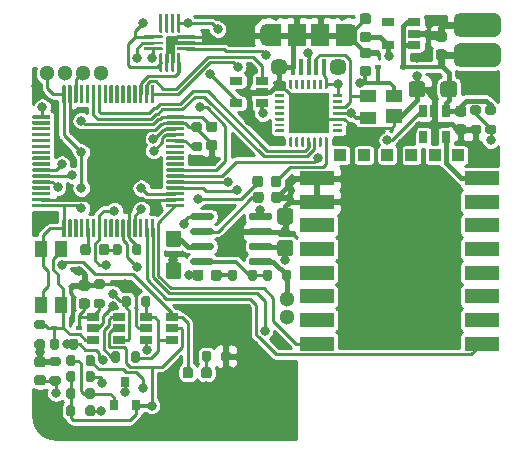
<source format=gtl>
G04 #@! TF.GenerationSoftware,KiCad,Pcbnew,(5.1.7)-1*
G04 #@! TF.CreationDate,2020-10-26T16:21:14+03:00*
G04 #@! TF.ProjectId,body_temp,626f6479-5f74-4656-9d70-2e6b69636164,rev?*
G04 #@! TF.SameCoordinates,Original*
G04 #@! TF.FileFunction,Copper,L1,Top*
G04 #@! TF.FilePolarity,Positive*
%FSLAX46Y46*%
G04 Gerber Fmt 4.6, Leading zero omitted, Abs format (unit mm)*
G04 Created by KiCad (PCBNEW (5.1.7)-1) date 2020-10-26 16:21:14*
%MOMM*%
%LPD*%
G01*
G04 APERTURE LIST*
G04 #@! TA.AperFunction,SMDPad,CuDef*
%ADD10R,1.050000X1.400000*%
G04 #@! TD*
G04 #@! TA.AperFunction,ComponentPad*
%ADD11C,1.300000*%
G04 #@! TD*
G04 #@! TA.AperFunction,SMDPad,CuDef*
%ADD12R,1.500000X1.900000*%
G04 #@! TD*
G04 #@! TA.AperFunction,ComponentPad*
%ADD13C,1.450000*%
G04 #@! TD*
G04 #@! TA.AperFunction,SMDPad,CuDef*
%ADD14R,0.400000X1.350000*%
G04 #@! TD*
G04 #@! TA.AperFunction,ComponentPad*
%ADD15O,1.200000X1.900000*%
G04 #@! TD*
G04 #@! TA.AperFunction,SMDPad,CuDef*
%ADD16R,1.200000X1.900000*%
G04 #@! TD*
G04 #@! TA.AperFunction,SMDPad,CuDef*
%ADD17R,0.650000X1.060000*%
G04 #@! TD*
G04 #@! TA.AperFunction,ComponentPad*
%ADD18R,3.000000X1.200000*%
G04 #@! TD*
G04 #@! TA.AperFunction,SMDPad,CuDef*
%ADD19R,1.000000X1.000000*%
G04 #@! TD*
G04 #@! TA.AperFunction,SMDPad,CuDef*
%ADD20R,1.060000X0.650000*%
G04 #@! TD*
G04 #@! TA.AperFunction,SMDPad,CuDef*
%ADD21R,0.600000X0.450000*%
G04 #@! TD*
G04 #@! TA.AperFunction,SMDPad,CuDef*
%ADD22R,0.800000X0.900000*%
G04 #@! TD*
G04 #@! TA.AperFunction,SMDPad,CuDef*
%ADD23R,3.350000X3.350000*%
G04 #@! TD*
G04 #@! TA.AperFunction,SMDPad,CuDef*
%ADD24R,1.400000X1.000000*%
G04 #@! TD*
G04 #@! TA.AperFunction,SMDPad,CuDef*
%ADD25R,1.400000X1.200000*%
G04 #@! TD*
G04 #@! TA.AperFunction,ViaPad*
%ADD26C,0.800000*%
G04 #@! TD*
G04 #@! TA.AperFunction,Conductor*
%ADD27C,0.400000*%
G04 #@! TD*
G04 #@! TA.AperFunction,Conductor*
%ADD28C,0.250000*%
G04 #@! TD*
G04 #@! TA.AperFunction,Conductor*
%ADD29C,0.350000*%
G04 #@! TD*
G04 #@! TA.AperFunction,Conductor*
%ADD30C,0.600000*%
G04 #@! TD*
G04 #@! TA.AperFunction,Conductor*
%ADD31C,0.254000*%
G04 #@! TD*
G04 #@! TA.AperFunction,Conductor*
%ADD32C,0.100000*%
G04 #@! TD*
G04 APERTURE END LIST*
G04 #@! TA.AperFunction,SMDPad,CuDef*
G36*
G01*
X57386000Y-16899000D02*
X54386000Y-16899000D01*
G75*
G02*
X53886000Y-16399000I0J500000D01*
G01*
X53886000Y-15399000D01*
G75*
G02*
X54386000Y-14899000I500000J0D01*
G01*
X57386000Y-14899000D01*
G75*
G02*
X57886000Y-15399000I0J-500000D01*
G01*
X57886000Y-16399000D01*
G75*
G02*
X57386000Y-16899000I-500000J0D01*
G01*
G37*
G04 #@! TD.AperFunction*
G04 #@! TA.AperFunction,SMDPad,CuDef*
G36*
G01*
X57386000Y-19449000D02*
X54386000Y-19449000D01*
G75*
G02*
X53886000Y-18949000I0J500000D01*
G01*
X53886000Y-17949000D01*
G75*
G02*
X54386000Y-17449000I500000J0D01*
G01*
X57386000Y-17449000D01*
G75*
G02*
X57886000Y-17949000I0J-500000D01*
G01*
X57886000Y-18949000D01*
G75*
G02*
X57386000Y-19449000I-500000J0D01*
G01*
G37*
G04 #@! TD.AperFunction*
G04 #@! TA.AperFunction,SMDPad,CuDef*
G36*
G01*
X29187400Y-18049400D02*
X27712400Y-18049400D01*
G75*
G02*
X27649900Y-17986900I0J62500D01*
G01*
X27649900Y-17861900D01*
G75*
G02*
X27712400Y-17799400I62500J0D01*
G01*
X29187400Y-17799400D01*
G75*
G02*
X29249900Y-17861900I0J-62500D01*
G01*
X29249900Y-17986900D01*
G75*
G02*
X29187400Y-18049400I-62500J0D01*
G01*
G37*
G04 #@! TD.AperFunction*
G04 #@! TA.AperFunction,SMDPad,CuDef*
G36*
G01*
X29185500Y-17024000D02*
X27710500Y-17024000D01*
G75*
G02*
X27648000Y-16961500I0J62500D01*
G01*
X27648000Y-16836500D01*
G75*
G02*
X27710500Y-16774000I62500J0D01*
G01*
X29185500Y-16774000D01*
G75*
G02*
X29248000Y-16836500I0J-62500D01*
G01*
X29248000Y-16961500D01*
G75*
G02*
X29185500Y-17024000I-62500J0D01*
G01*
G37*
G04 #@! TD.AperFunction*
G04 #@! TA.AperFunction,SMDPad,CuDef*
G36*
G01*
X29157500Y-16553900D02*
X29032500Y-16553900D01*
G75*
G02*
X28970000Y-16491400I0J62500D01*
G01*
X28970000Y-15016400D01*
G75*
G02*
X29032500Y-14953900I62500J0D01*
G01*
X29157500Y-14953900D01*
G75*
G02*
X29220000Y-15016400I0J-62500D01*
G01*
X29220000Y-16491400D01*
G75*
G02*
X29157500Y-16553900I-62500J0D01*
G01*
G37*
G04 #@! TD.AperFunction*
G04 #@! TA.AperFunction,SMDPad,CuDef*
G36*
G01*
X30669500Y-16548000D02*
X30544500Y-16548000D01*
G75*
G02*
X30482000Y-16485500I0J62500D01*
G01*
X30482000Y-15010500D01*
G75*
G02*
X30544500Y-14948000I62500J0D01*
G01*
X30669500Y-14948000D01*
G75*
G02*
X30732000Y-15010500I0J-62500D01*
G01*
X30732000Y-16485500D01*
G75*
G02*
X30669500Y-16548000I-62500J0D01*
G01*
G37*
G04 #@! TD.AperFunction*
G04 #@! TA.AperFunction,SMDPad,CuDef*
G36*
G01*
X31977600Y-17024000D02*
X30502600Y-17024000D01*
G75*
G02*
X30440100Y-16961500I0J62500D01*
G01*
X30440100Y-16836500D01*
G75*
G02*
X30502600Y-16774000I62500J0D01*
G01*
X31977600Y-16774000D01*
G75*
G02*
X32040100Y-16836500I0J-62500D01*
G01*
X32040100Y-16961500D01*
G75*
G02*
X31977600Y-17024000I-62500J0D01*
G01*
G37*
G04 #@! TD.AperFunction*
G04 #@! TA.AperFunction,SMDPad,CuDef*
G36*
G01*
X31977600Y-18024000D02*
X30502600Y-18024000D01*
G75*
G02*
X30440100Y-17961500I0J62500D01*
G01*
X30440100Y-17836500D01*
G75*
G02*
X30502600Y-17774000I62500J0D01*
G01*
X31977600Y-17774000D01*
G75*
G02*
X32040100Y-17836500I0J-62500D01*
G01*
X32040100Y-17961500D01*
G75*
G02*
X31977600Y-18024000I-62500J0D01*
G01*
G37*
G04 #@! TD.AperFunction*
G04 #@! TA.AperFunction,SMDPad,CuDef*
G36*
G01*
X29157500Y-19869500D02*
X29032500Y-19869500D01*
G75*
G02*
X28970000Y-19807000I0J62500D01*
G01*
X28970000Y-18332000D01*
G75*
G02*
X29032500Y-18269500I62500J0D01*
G01*
X29157500Y-18269500D01*
G75*
G02*
X29220000Y-18332000I0J-62500D01*
G01*
X29220000Y-19807000D01*
G75*
G02*
X29157500Y-19869500I-62500J0D01*
G01*
G37*
G04 #@! TD.AperFunction*
G04 #@! TA.AperFunction,SMDPad,CuDef*
G36*
G01*
X30657500Y-19869500D02*
X30532500Y-19869500D01*
G75*
G02*
X30470000Y-19807000I0J62500D01*
G01*
X30470000Y-18332000D01*
G75*
G02*
X30532500Y-18269500I62500J0D01*
G01*
X30657500Y-18269500D01*
G75*
G02*
X30720000Y-18332000I0J-62500D01*
G01*
X30720000Y-19807000D01*
G75*
G02*
X30657500Y-19869500I-62500J0D01*
G01*
G37*
G04 #@! TD.AperFunction*
G04 #@! TA.AperFunction,SMDPad,CuDef*
G36*
G01*
X29187400Y-17549400D02*
X27712400Y-17549400D01*
G75*
G02*
X27649900Y-17486900I0J62500D01*
G01*
X27649900Y-17361900D01*
G75*
G02*
X27712400Y-17299400I62500J0D01*
G01*
X29187400Y-17299400D01*
G75*
G02*
X29249900Y-17361900I0J-62500D01*
G01*
X29249900Y-17486900D01*
G75*
G02*
X29187400Y-17549400I-62500J0D01*
G01*
G37*
G04 #@! TD.AperFunction*
G04 #@! TA.AperFunction,SMDPad,CuDef*
G36*
G01*
X29657500Y-16553900D02*
X29532500Y-16553900D01*
G75*
G02*
X29470000Y-16491400I0J62500D01*
G01*
X29470000Y-15016400D01*
G75*
G02*
X29532500Y-14953900I62500J0D01*
G01*
X29657500Y-14953900D01*
G75*
G02*
X29720000Y-15016400I0J-62500D01*
G01*
X29720000Y-16491400D01*
G75*
G02*
X29657500Y-16553900I-62500J0D01*
G01*
G37*
G04 #@! TD.AperFunction*
G04 #@! TA.AperFunction,SMDPad,CuDef*
G36*
G01*
X30157500Y-16553900D02*
X30032500Y-16553900D01*
G75*
G02*
X29970000Y-16491400I0J62500D01*
G01*
X29970000Y-15016400D01*
G75*
G02*
X30032500Y-14953900I62500J0D01*
G01*
X30157500Y-14953900D01*
G75*
G02*
X30220000Y-15016400I0J-62500D01*
G01*
X30220000Y-16491400D01*
G75*
G02*
X30157500Y-16553900I-62500J0D01*
G01*
G37*
G04 #@! TD.AperFunction*
G04 #@! TA.AperFunction,SMDPad,CuDef*
G36*
G01*
X31977600Y-17524000D02*
X30502600Y-17524000D01*
G75*
G02*
X30440100Y-17461500I0J62500D01*
G01*
X30440100Y-17336500D01*
G75*
G02*
X30502600Y-17274000I62500J0D01*
G01*
X31977600Y-17274000D01*
G75*
G02*
X32040100Y-17336500I0J-62500D01*
G01*
X32040100Y-17461500D01*
G75*
G02*
X31977600Y-17524000I-62500J0D01*
G01*
G37*
G04 #@! TD.AperFunction*
G04 #@! TA.AperFunction,SMDPad,CuDef*
G36*
G01*
X30157500Y-19869500D02*
X30032500Y-19869500D01*
G75*
G02*
X29970000Y-19807000I0J62500D01*
G01*
X29970000Y-18332000D01*
G75*
G02*
X30032500Y-18269500I62500J0D01*
G01*
X30157500Y-18269500D01*
G75*
G02*
X30220000Y-18332000I0J-62500D01*
G01*
X30220000Y-19807000D01*
G75*
G02*
X30157500Y-19869500I-62500J0D01*
G01*
G37*
G04 #@! TD.AperFunction*
G04 #@! TA.AperFunction,SMDPad,CuDef*
G36*
G01*
X29657500Y-19870320D02*
X29532500Y-19870320D01*
G75*
G02*
X29470000Y-19807820I0J62500D01*
G01*
X29470000Y-18332820D01*
G75*
G02*
X29532500Y-18270320I62500J0D01*
G01*
X29657500Y-18270320D01*
G75*
G02*
X29720000Y-18332820I0J-62500D01*
G01*
X29720000Y-19807820D01*
G75*
G02*
X29657500Y-19870320I-62500J0D01*
G01*
G37*
G04 #@! TD.AperFunction*
D10*
X18915000Y-34831000D03*
X18915000Y-39581000D03*
X20615000Y-34831000D03*
X20615000Y-39581000D03*
D11*
X23987000Y-20002500D03*
X22487000Y-20002500D03*
X20987000Y-20002500D03*
X19487000Y-20002500D03*
D12*
X40600000Y-16764000D03*
D13*
X44100000Y-19464000D03*
D14*
X42250000Y-19464000D03*
X42900000Y-19464000D03*
X40300000Y-19464000D03*
X40950000Y-19464000D03*
X41600000Y-19464000D03*
D13*
X39100000Y-19464000D03*
D12*
X42600000Y-16764000D03*
D15*
X45100000Y-16764000D03*
X38100000Y-16764000D03*
D16*
X38700000Y-16764000D03*
X44500000Y-16764000D03*
D17*
X53208000Y-25400000D03*
X51308000Y-25400000D03*
X51308000Y-23200000D03*
X52258000Y-23200000D03*
X53208000Y-23200000D03*
D18*
X56276000Y-42870000D03*
X56276000Y-40870000D03*
X56276000Y-38870000D03*
X56276000Y-36870000D03*
X56276000Y-34870000D03*
X56276000Y-32870000D03*
X56276000Y-30870000D03*
X56276000Y-28870000D03*
D19*
X54276000Y-26920000D03*
X52276000Y-26920000D03*
X50276000Y-26920000D03*
X48276000Y-26920000D03*
X46276000Y-26920000D03*
X44276000Y-26920000D03*
D18*
X42276000Y-28870000D03*
X42276000Y-30870000D03*
X42276000Y-32870000D03*
X42276000Y-34870000D03*
X42276000Y-36870000D03*
X42276000Y-38870000D03*
X42276000Y-40870000D03*
X42276000Y-42870000D03*
D11*
X39751000Y-40616000D03*
X39751000Y-39116000D03*
D20*
X30013000Y-41592500D03*
X30013000Y-40642500D03*
X30013000Y-42542500D03*
X27813000Y-42542500D03*
X27813000Y-41592500D03*
X27813000Y-40642500D03*
X25568000Y-41590000D03*
X25568000Y-40640000D03*
X25568000Y-42540000D03*
X23368000Y-42540000D03*
X23368000Y-41590000D03*
X23368000Y-40640000D03*
G04 #@! TA.AperFunction,SMDPad,CuDef*
G36*
G01*
X34194000Y-44217000D02*
X34194000Y-43667000D01*
G75*
G02*
X34394000Y-43467000I200000J0D01*
G01*
X34794000Y-43467000D01*
G75*
G02*
X34994000Y-43667000I0J-200000D01*
G01*
X34994000Y-44217000D01*
G75*
G02*
X34794000Y-44417000I-200000J0D01*
G01*
X34394000Y-44417000D01*
G75*
G02*
X34194000Y-44217000I0J200000D01*
G01*
G37*
G04 #@! TD.AperFunction*
G04 #@! TA.AperFunction,SMDPad,CuDef*
G36*
G01*
X32544000Y-44217000D02*
X32544000Y-43667000D01*
G75*
G02*
X32744000Y-43467000I200000J0D01*
G01*
X33144000Y-43467000D01*
G75*
G02*
X33344000Y-43667000I0J-200000D01*
G01*
X33344000Y-44217000D01*
G75*
G02*
X33144000Y-44417000I-200000J0D01*
G01*
X32744000Y-44417000D01*
G75*
G02*
X32544000Y-44217000I0J200000D01*
G01*
G37*
G04 #@! TD.AperFunction*
G04 #@! TA.AperFunction,SMDPad,CuDef*
G36*
G01*
X26524000Y-44280500D02*
X26524000Y-43730500D01*
G75*
G02*
X26724000Y-43530500I200000J0D01*
G01*
X27124000Y-43530500D01*
G75*
G02*
X27324000Y-43730500I0J-200000D01*
G01*
X27324000Y-44280500D01*
G75*
G02*
X27124000Y-44480500I-200000J0D01*
G01*
X26724000Y-44480500D01*
G75*
G02*
X26524000Y-44280500I0J200000D01*
G01*
G37*
G04 #@! TD.AperFunction*
G04 #@! TA.AperFunction,SMDPad,CuDef*
G36*
G01*
X24874000Y-44280500D02*
X24874000Y-43730500D01*
G75*
G02*
X25074000Y-43530500I200000J0D01*
G01*
X25474000Y-43530500D01*
G75*
G02*
X25674000Y-43730500I0J-200000D01*
G01*
X25674000Y-44280500D01*
G75*
G02*
X25474000Y-44480500I-200000J0D01*
G01*
X25074000Y-44480500D01*
G75*
G02*
X24874000Y-44280500I0J200000D01*
G01*
G37*
G04 #@! TD.AperFunction*
G04 #@! TA.AperFunction,SMDPad,CuDef*
G36*
G01*
X20404500Y-44787500D02*
X19854500Y-44787500D01*
G75*
G02*
X19654500Y-44587500I0J200000D01*
G01*
X19654500Y-44187500D01*
G75*
G02*
X19854500Y-43987500I200000J0D01*
G01*
X20404500Y-43987500D01*
G75*
G02*
X20604500Y-44187500I0J-200000D01*
G01*
X20604500Y-44587500D01*
G75*
G02*
X20404500Y-44787500I-200000J0D01*
G01*
G37*
G04 #@! TD.AperFunction*
G04 #@! TA.AperFunction,SMDPad,CuDef*
G36*
G01*
X20404500Y-46437500D02*
X19854500Y-46437500D01*
G75*
G02*
X19654500Y-46237500I0J200000D01*
G01*
X19654500Y-45837500D01*
G75*
G02*
X19854500Y-45637500I200000J0D01*
G01*
X20404500Y-45637500D01*
G75*
G02*
X20604500Y-45837500I0J-200000D01*
G01*
X20604500Y-46237500D01*
G75*
G02*
X20404500Y-46437500I-200000J0D01*
G01*
G37*
G04 #@! TD.AperFunction*
G04 #@! TA.AperFunction,SMDPad,CuDef*
G36*
G01*
X21316000Y-43201000D02*
X21316000Y-42651000D01*
G75*
G02*
X21516000Y-42451000I200000J0D01*
G01*
X21916000Y-42451000D01*
G75*
G02*
X22116000Y-42651000I0J-200000D01*
G01*
X22116000Y-43201000D01*
G75*
G02*
X21916000Y-43401000I-200000J0D01*
G01*
X21516000Y-43401000D01*
G75*
G02*
X21316000Y-43201000I0J200000D01*
G01*
G37*
G04 #@! TD.AperFunction*
G04 #@! TA.AperFunction,SMDPad,CuDef*
G36*
G01*
X19666000Y-43201000D02*
X19666000Y-42651000D01*
G75*
G02*
X19866000Y-42451000I200000J0D01*
G01*
X20266000Y-42451000D01*
G75*
G02*
X20466000Y-42651000I0J-200000D01*
G01*
X20466000Y-43201000D01*
G75*
G02*
X20266000Y-43401000I-200000J0D01*
G01*
X19866000Y-43401000D01*
G75*
G02*
X19666000Y-43201000I0J200000D01*
G01*
G37*
G04 #@! TD.AperFunction*
G04 #@! TA.AperFunction,SMDPad,CuDef*
G36*
G01*
X19124000Y-41675000D02*
X18574000Y-41675000D01*
G75*
G02*
X18374000Y-41475000I0J200000D01*
G01*
X18374000Y-41075000D01*
G75*
G02*
X18574000Y-40875000I200000J0D01*
G01*
X19124000Y-40875000D01*
G75*
G02*
X19324000Y-41075000I0J-200000D01*
G01*
X19324000Y-41475000D01*
G75*
G02*
X19124000Y-41675000I-200000J0D01*
G01*
G37*
G04 #@! TD.AperFunction*
G04 #@! TA.AperFunction,SMDPad,CuDef*
G36*
G01*
X19124000Y-43325000D02*
X18574000Y-43325000D01*
G75*
G02*
X18374000Y-43125000I0J200000D01*
G01*
X18374000Y-42725000D01*
G75*
G02*
X18574000Y-42525000I200000J0D01*
G01*
X19124000Y-42525000D01*
G75*
G02*
X19324000Y-42725000I0J-200000D01*
G01*
X19324000Y-43125000D01*
G75*
G02*
X19124000Y-43325000I-200000J0D01*
G01*
G37*
G04 #@! TD.AperFunction*
G04 #@! TA.AperFunction,SMDPad,CuDef*
G36*
G01*
X24151000Y-38247000D02*
X23601000Y-38247000D01*
G75*
G02*
X23401000Y-38047000I0J200000D01*
G01*
X23401000Y-37647000D01*
G75*
G02*
X23601000Y-37447000I200000J0D01*
G01*
X24151000Y-37447000D01*
G75*
G02*
X24351000Y-37647000I0J-200000D01*
G01*
X24351000Y-38047000D01*
G75*
G02*
X24151000Y-38247000I-200000J0D01*
G01*
G37*
G04 #@! TD.AperFunction*
G04 #@! TA.AperFunction,SMDPad,CuDef*
G36*
G01*
X24151000Y-39897000D02*
X23601000Y-39897000D01*
G75*
G02*
X23401000Y-39697000I0J200000D01*
G01*
X23401000Y-39297000D01*
G75*
G02*
X23601000Y-39097000I200000J0D01*
G01*
X24151000Y-39097000D01*
G75*
G02*
X24351000Y-39297000I0J-200000D01*
G01*
X24351000Y-39697000D01*
G75*
G02*
X24151000Y-39897000I-200000J0D01*
G01*
G37*
G04 #@! TD.AperFunction*
G04 #@! TA.AperFunction,SMDPad,CuDef*
G36*
G01*
X26562000Y-39031500D02*
X26562000Y-39581500D01*
G75*
G02*
X26362000Y-39781500I-200000J0D01*
G01*
X25962000Y-39781500D01*
G75*
G02*
X25762000Y-39581500I0J200000D01*
G01*
X25762000Y-39031500D01*
G75*
G02*
X25962000Y-38831500I200000J0D01*
G01*
X26362000Y-38831500D01*
G75*
G02*
X26562000Y-39031500I0J-200000D01*
G01*
G37*
G04 #@! TD.AperFunction*
G04 #@! TA.AperFunction,SMDPad,CuDef*
G36*
G01*
X28212000Y-39031500D02*
X28212000Y-39581500D01*
G75*
G02*
X28012000Y-39781500I-200000J0D01*
G01*
X27612000Y-39781500D01*
G75*
G02*
X27412000Y-39581500I0J200000D01*
G01*
X27412000Y-39031500D01*
G75*
G02*
X27612000Y-38831500I200000J0D01*
G01*
X28012000Y-38831500D01*
G75*
G02*
X28212000Y-39031500I0J-200000D01*
G01*
G37*
G04 #@! TD.AperFunction*
G04 #@! TA.AperFunction,SMDPad,CuDef*
G36*
G01*
X31806500Y-45082750D02*
X31806500Y-45595250D01*
G75*
G02*
X31587750Y-45814000I-218750J0D01*
G01*
X31150250Y-45814000D01*
G75*
G02*
X30931500Y-45595250I0J218750D01*
G01*
X30931500Y-45082750D01*
G75*
G02*
X31150250Y-44864000I218750J0D01*
G01*
X31587750Y-44864000D01*
G75*
G02*
X31806500Y-45082750I0J-218750D01*
G01*
G37*
G04 #@! TD.AperFunction*
G04 #@! TA.AperFunction,SMDPad,CuDef*
G36*
G01*
X33381500Y-45082750D02*
X33381500Y-45595250D01*
G75*
G02*
X33162750Y-45814000I-218750J0D01*
G01*
X32725250Y-45814000D01*
G75*
G02*
X32506500Y-45595250I0J218750D01*
G01*
X32506500Y-45082750D01*
G75*
G02*
X32725250Y-44864000I218750J0D01*
G01*
X33162750Y-44864000D01*
G75*
G02*
X33381500Y-45082750I0J-218750D01*
G01*
G37*
G04 #@! TD.AperFunction*
D21*
X20066000Y-41529000D03*
X22166000Y-41529000D03*
G04 #@! TA.AperFunction,SMDPad,CuDef*
G36*
G01*
X36552000Y-32281000D02*
X36552000Y-31981000D01*
G75*
G02*
X36702000Y-31831000I150000J0D01*
G01*
X38352000Y-31831000D01*
G75*
G02*
X38502000Y-31981000I0J-150000D01*
G01*
X38502000Y-32281000D01*
G75*
G02*
X38352000Y-32431000I-150000J0D01*
G01*
X36702000Y-32431000D01*
G75*
G02*
X36552000Y-32281000I0J150000D01*
G01*
G37*
G04 #@! TD.AperFunction*
G04 #@! TA.AperFunction,SMDPad,CuDef*
G36*
G01*
X36552000Y-33551000D02*
X36552000Y-33251000D01*
G75*
G02*
X36702000Y-33101000I150000J0D01*
G01*
X38352000Y-33101000D01*
G75*
G02*
X38502000Y-33251000I0J-150000D01*
G01*
X38502000Y-33551000D01*
G75*
G02*
X38352000Y-33701000I-150000J0D01*
G01*
X36702000Y-33701000D01*
G75*
G02*
X36552000Y-33551000I0J150000D01*
G01*
G37*
G04 #@! TD.AperFunction*
G04 #@! TA.AperFunction,SMDPad,CuDef*
G36*
G01*
X36552000Y-34821000D02*
X36552000Y-34521000D01*
G75*
G02*
X36702000Y-34371000I150000J0D01*
G01*
X38352000Y-34371000D01*
G75*
G02*
X38502000Y-34521000I0J-150000D01*
G01*
X38502000Y-34821000D01*
G75*
G02*
X38352000Y-34971000I-150000J0D01*
G01*
X36702000Y-34971000D01*
G75*
G02*
X36552000Y-34821000I0J150000D01*
G01*
G37*
G04 #@! TD.AperFunction*
G04 #@! TA.AperFunction,SMDPad,CuDef*
G36*
G01*
X36552000Y-36091000D02*
X36552000Y-35791000D01*
G75*
G02*
X36702000Y-35641000I150000J0D01*
G01*
X38352000Y-35641000D01*
G75*
G02*
X38502000Y-35791000I0J-150000D01*
G01*
X38502000Y-36091000D01*
G75*
G02*
X38352000Y-36241000I-150000J0D01*
G01*
X36702000Y-36241000D01*
G75*
G02*
X36552000Y-36091000I0J150000D01*
G01*
G37*
G04 #@! TD.AperFunction*
G04 #@! TA.AperFunction,SMDPad,CuDef*
G36*
G01*
X31602000Y-36091000D02*
X31602000Y-35791000D01*
G75*
G02*
X31752000Y-35641000I150000J0D01*
G01*
X33402000Y-35641000D01*
G75*
G02*
X33552000Y-35791000I0J-150000D01*
G01*
X33552000Y-36091000D01*
G75*
G02*
X33402000Y-36241000I-150000J0D01*
G01*
X31752000Y-36241000D01*
G75*
G02*
X31602000Y-36091000I0J150000D01*
G01*
G37*
G04 #@! TD.AperFunction*
G04 #@! TA.AperFunction,SMDPad,CuDef*
G36*
G01*
X31602000Y-34821000D02*
X31602000Y-34521000D01*
G75*
G02*
X31752000Y-34371000I150000J0D01*
G01*
X33402000Y-34371000D01*
G75*
G02*
X33552000Y-34521000I0J-150000D01*
G01*
X33552000Y-34821000D01*
G75*
G02*
X33402000Y-34971000I-150000J0D01*
G01*
X31752000Y-34971000D01*
G75*
G02*
X31602000Y-34821000I0J150000D01*
G01*
G37*
G04 #@! TD.AperFunction*
G04 #@! TA.AperFunction,SMDPad,CuDef*
G36*
G01*
X31602000Y-33551000D02*
X31602000Y-33251000D01*
G75*
G02*
X31752000Y-33101000I150000J0D01*
G01*
X33402000Y-33101000D01*
G75*
G02*
X33552000Y-33251000I0J-150000D01*
G01*
X33552000Y-33551000D01*
G75*
G02*
X33402000Y-33701000I-150000J0D01*
G01*
X31752000Y-33701000D01*
G75*
G02*
X31602000Y-33551000I0J150000D01*
G01*
G37*
G04 #@! TD.AperFunction*
G04 #@! TA.AperFunction,SMDPad,CuDef*
G36*
G01*
X31602000Y-32281000D02*
X31602000Y-31981000D01*
G75*
G02*
X31752000Y-31831000I150000J0D01*
G01*
X33402000Y-31831000D01*
G75*
G02*
X33552000Y-31981000I0J-150000D01*
G01*
X33552000Y-32281000D01*
G75*
G02*
X33402000Y-32431000I-150000J0D01*
G01*
X31752000Y-32431000D01*
G75*
G02*
X31602000Y-32281000I0J150000D01*
G01*
G37*
G04 #@! TD.AperFunction*
D20*
X35476000Y-22540000D03*
X35476000Y-20640000D03*
X37676000Y-20640000D03*
X37676000Y-21590000D03*
X37676000Y-22540000D03*
X48346000Y-17587000D03*
X48346000Y-15687000D03*
X50546000Y-15687000D03*
X50546000Y-16637000D03*
X50546000Y-17587000D03*
G04 #@! TA.AperFunction,SMDPad,CuDef*
G36*
G01*
X57298000Y-23515000D02*
X56748000Y-23515000D01*
G75*
G02*
X56548000Y-23315000I0J200000D01*
G01*
X56548000Y-22915000D01*
G75*
G02*
X56748000Y-22715000I200000J0D01*
G01*
X57298000Y-22715000D01*
G75*
G02*
X57498000Y-22915000I0J-200000D01*
G01*
X57498000Y-23315000D01*
G75*
G02*
X57298000Y-23515000I-200000J0D01*
G01*
G37*
G04 #@! TD.AperFunction*
G04 #@! TA.AperFunction,SMDPad,CuDef*
G36*
G01*
X57298000Y-25165000D02*
X56748000Y-25165000D01*
G75*
G02*
X56548000Y-24965000I0J200000D01*
G01*
X56548000Y-24565000D01*
G75*
G02*
X56748000Y-24365000I200000J0D01*
G01*
X57298000Y-24365000D01*
G75*
G02*
X57498000Y-24565000I0J-200000D01*
G01*
X57498000Y-24965000D01*
G75*
G02*
X57298000Y-25165000I-200000J0D01*
G01*
G37*
G04 #@! TD.AperFunction*
D21*
X47498000Y-19431000D03*
X49598000Y-19431000D03*
G04 #@! TA.AperFunction,SMDPad,CuDef*
G36*
G01*
X54733000Y-23650000D02*
X54233000Y-23650000D01*
G75*
G02*
X54008000Y-23425000I0J225000D01*
G01*
X54008000Y-22975000D01*
G75*
G02*
X54233000Y-22750000I225000J0D01*
G01*
X54733000Y-22750000D01*
G75*
G02*
X54958000Y-22975000I0J-225000D01*
G01*
X54958000Y-23425000D01*
G75*
G02*
X54733000Y-23650000I-225000J0D01*
G01*
G37*
G04 #@! TD.AperFunction*
G04 #@! TA.AperFunction,SMDPad,CuDef*
G36*
G01*
X54733000Y-25200000D02*
X54233000Y-25200000D01*
G75*
G02*
X54008000Y-24975000I0J225000D01*
G01*
X54008000Y-24525000D01*
G75*
G02*
X54233000Y-24300000I225000J0D01*
G01*
X54733000Y-24300000D01*
G75*
G02*
X54958000Y-24525000I0J-225000D01*
G01*
X54958000Y-24975000D01*
G75*
G02*
X54733000Y-25200000I-225000J0D01*
G01*
G37*
G04 #@! TD.AperFunction*
G04 #@! TA.AperFunction,SMDPad,CuDef*
G36*
G01*
X38438000Y-30730000D02*
X38438000Y-30230000D01*
G75*
G02*
X38663000Y-30005000I225000J0D01*
G01*
X39113000Y-30005000D01*
G75*
G02*
X39338000Y-30230000I0J-225000D01*
G01*
X39338000Y-30730000D01*
G75*
G02*
X39113000Y-30955000I-225000J0D01*
G01*
X38663000Y-30955000D01*
G75*
G02*
X38438000Y-30730000I0J225000D01*
G01*
G37*
G04 #@! TD.AperFunction*
G04 #@! TA.AperFunction,SMDPad,CuDef*
G36*
G01*
X36888000Y-30730000D02*
X36888000Y-30230000D01*
G75*
G02*
X37113000Y-30005000I225000J0D01*
G01*
X37563000Y-30005000D01*
G75*
G02*
X37788000Y-30230000I0J-225000D01*
G01*
X37788000Y-30730000D01*
G75*
G02*
X37563000Y-30955000I-225000J0D01*
G01*
X37113000Y-30955000D01*
G75*
G02*
X36888000Y-30730000I0J225000D01*
G01*
G37*
G04 #@! TD.AperFunction*
G04 #@! TA.AperFunction,SMDPad,CuDef*
G36*
G01*
X29737499Y-36003000D02*
X30587501Y-36003000D01*
G75*
G02*
X30837500Y-36252999I0J-249999D01*
G01*
X30837500Y-37153001D01*
G75*
G02*
X30587501Y-37403000I-249999J0D01*
G01*
X29737499Y-37403000D01*
G75*
G02*
X29487500Y-37153001I0J249999D01*
G01*
X29487500Y-36252999D01*
G75*
G02*
X29737499Y-36003000I249999J0D01*
G01*
G37*
G04 #@! TD.AperFunction*
G04 #@! TA.AperFunction,SMDPad,CuDef*
G36*
G01*
X29737499Y-33303000D02*
X30587501Y-33303000D01*
G75*
G02*
X30837500Y-33552999I0J-249999D01*
G01*
X30837500Y-34453001D01*
G75*
G02*
X30587501Y-34703000I-249999J0D01*
G01*
X29737499Y-34703000D01*
G75*
G02*
X29487500Y-34453001I0J249999D01*
G01*
X29487500Y-33552999D01*
G75*
G02*
X29737499Y-33303000I249999J0D01*
G01*
G37*
G04 #@! TD.AperFunction*
G04 #@! TA.AperFunction,SMDPad,CuDef*
G36*
G01*
X32682000Y-36834000D02*
X32682000Y-37334000D01*
G75*
G02*
X32457000Y-37559000I-225000J0D01*
G01*
X32007000Y-37559000D01*
G75*
G02*
X31782000Y-37334000I0J225000D01*
G01*
X31782000Y-36834000D01*
G75*
G02*
X32007000Y-36609000I225000J0D01*
G01*
X32457000Y-36609000D01*
G75*
G02*
X32682000Y-36834000I0J-225000D01*
G01*
G37*
G04 #@! TD.AperFunction*
G04 #@! TA.AperFunction,SMDPad,CuDef*
G36*
G01*
X34232000Y-36834000D02*
X34232000Y-37334000D01*
G75*
G02*
X34007000Y-37559000I-225000J0D01*
G01*
X33557000Y-37559000D01*
G75*
G02*
X33332000Y-37334000I0J225000D01*
G01*
X33332000Y-36834000D01*
G75*
G02*
X33557000Y-36609000I225000J0D01*
G01*
X34007000Y-36609000D01*
G75*
G02*
X34232000Y-36834000I0J-225000D01*
G01*
G37*
G04 #@! TD.AperFunction*
G04 #@! TA.AperFunction,SMDPad,CuDef*
G36*
G01*
X18609500Y-45524000D02*
X19109500Y-45524000D01*
G75*
G02*
X19334500Y-45749000I0J-225000D01*
G01*
X19334500Y-46199000D01*
G75*
G02*
X19109500Y-46424000I-225000J0D01*
G01*
X18609500Y-46424000D01*
G75*
G02*
X18384500Y-46199000I0J225000D01*
G01*
X18384500Y-45749000D01*
G75*
G02*
X18609500Y-45524000I225000J0D01*
G01*
G37*
G04 #@! TD.AperFunction*
G04 #@! TA.AperFunction,SMDPad,CuDef*
G36*
G01*
X18609500Y-43974000D02*
X19109500Y-43974000D01*
G75*
G02*
X19334500Y-44199000I0J-225000D01*
G01*
X19334500Y-44649000D01*
G75*
G02*
X19109500Y-44874000I-225000J0D01*
G01*
X18609500Y-44874000D01*
G75*
G02*
X18384500Y-44649000I0J225000D01*
G01*
X18384500Y-44199000D01*
G75*
G02*
X18609500Y-43974000I225000J0D01*
G01*
G37*
G04 #@! TD.AperFunction*
G04 #@! TA.AperFunction,SMDPad,CuDef*
G36*
G01*
X22356000Y-39047000D02*
X22856000Y-39047000D01*
G75*
G02*
X23081000Y-39272000I0J-225000D01*
G01*
X23081000Y-39722000D01*
G75*
G02*
X22856000Y-39947000I-225000J0D01*
G01*
X22356000Y-39947000D01*
G75*
G02*
X22131000Y-39722000I0J225000D01*
G01*
X22131000Y-39272000D01*
G75*
G02*
X22356000Y-39047000I225000J0D01*
G01*
G37*
G04 #@! TD.AperFunction*
G04 #@! TA.AperFunction,SMDPad,CuDef*
G36*
G01*
X22356000Y-37497000D02*
X22856000Y-37497000D01*
G75*
G02*
X23081000Y-37722000I0J-225000D01*
G01*
X23081000Y-38172000D01*
G75*
G02*
X22856000Y-38397000I-225000J0D01*
G01*
X22356000Y-38397000D01*
G75*
G02*
X22131000Y-38172000I0J225000D01*
G01*
X22131000Y-37722000D01*
G75*
G02*
X22356000Y-37497000I225000J0D01*
G01*
G37*
G04 #@! TD.AperFunction*
G04 #@! TA.AperFunction,SMDPad,CuDef*
G36*
G01*
X33651000Y-24975500D02*
X33151000Y-24975500D01*
G75*
G02*
X32926000Y-24750500I0J225000D01*
G01*
X32926000Y-24300500D01*
G75*
G02*
X33151000Y-24075500I225000J0D01*
G01*
X33651000Y-24075500D01*
G75*
G02*
X33876000Y-24300500I0J-225000D01*
G01*
X33876000Y-24750500D01*
G75*
G02*
X33651000Y-24975500I-225000J0D01*
G01*
G37*
G04 #@! TD.AperFunction*
G04 #@! TA.AperFunction,SMDPad,CuDef*
G36*
G01*
X33651000Y-26525500D02*
X33151000Y-26525500D01*
G75*
G02*
X32926000Y-26300500I0J225000D01*
G01*
X32926000Y-25850500D01*
G75*
G02*
X33151000Y-25625500I225000J0D01*
G01*
X33651000Y-25625500D01*
G75*
G02*
X33876000Y-25850500I0J-225000D01*
G01*
X33876000Y-26300500D01*
G75*
G02*
X33651000Y-26525500I-225000J0D01*
G01*
G37*
G04 #@! TD.AperFunction*
G04 #@! TA.AperFunction,SMDPad,CuDef*
G36*
G01*
X46168500Y-16467000D02*
X46668500Y-16467000D01*
G75*
G02*
X46893500Y-16692000I0J-225000D01*
G01*
X46893500Y-17142000D01*
G75*
G02*
X46668500Y-17367000I-225000J0D01*
G01*
X46168500Y-17367000D01*
G75*
G02*
X45943500Y-17142000I0J225000D01*
G01*
X45943500Y-16692000D01*
G75*
G02*
X46168500Y-16467000I225000J0D01*
G01*
G37*
G04 #@! TD.AperFunction*
G04 #@! TA.AperFunction,SMDPad,CuDef*
G36*
G01*
X46168500Y-14917000D02*
X46668500Y-14917000D01*
G75*
G02*
X46893500Y-15142000I0J-225000D01*
G01*
X46893500Y-15592000D01*
G75*
G02*
X46668500Y-15817000I-225000J0D01*
G01*
X46168500Y-15817000D01*
G75*
G02*
X45943500Y-15592000I0J225000D01*
G01*
X45943500Y-15142000D01*
G75*
G02*
X46168500Y-14917000I225000J0D01*
G01*
G37*
G04 #@! TD.AperFunction*
G04 #@! TA.AperFunction,SMDPad,CuDef*
G36*
G01*
X52582000Y-17965000D02*
X53082000Y-17965000D01*
G75*
G02*
X53307000Y-18190000I0J-225000D01*
G01*
X53307000Y-18640000D01*
G75*
G02*
X53082000Y-18865000I-225000J0D01*
G01*
X52582000Y-18865000D01*
G75*
G02*
X52357000Y-18640000I0J225000D01*
G01*
X52357000Y-18190000D01*
G75*
G02*
X52582000Y-17965000I225000J0D01*
G01*
G37*
G04 #@! TD.AperFunction*
G04 #@! TA.AperFunction,SMDPad,CuDef*
G36*
G01*
X52582000Y-16415000D02*
X53082000Y-16415000D01*
G75*
G02*
X53307000Y-16640000I0J-225000D01*
G01*
X53307000Y-17090000D01*
G75*
G02*
X53082000Y-17315000I-225000J0D01*
G01*
X52582000Y-17315000D01*
G75*
G02*
X52357000Y-17090000I0J225000D01*
G01*
X52357000Y-16640000D01*
G75*
G02*
X52582000Y-16415000I225000J0D01*
G01*
G37*
G04 #@! TD.AperFunction*
G04 #@! TA.AperFunction,SMDPad,CuDef*
G36*
G01*
X21864000Y-44048000D02*
X21864000Y-44598000D01*
G75*
G02*
X21664000Y-44798000I-200000J0D01*
G01*
X21264000Y-44798000D01*
G75*
G02*
X21064000Y-44598000I0J200000D01*
G01*
X21064000Y-44048000D01*
G75*
G02*
X21264000Y-43848000I200000J0D01*
G01*
X21664000Y-43848000D01*
G75*
G02*
X21864000Y-44048000I0J-200000D01*
G01*
G37*
G04 #@! TD.AperFunction*
G04 #@! TA.AperFunction,SMDPad,CuDef*
G36*
G01*
X23514000Y-44048000D02*
X23514000Y-44598000D01*
G75*
G02*
X23314000Y-44798000I-200000J0D01*
G01*
X22914000Y-44798000D01*
G75*
G02*
X22714000Y-44598000I0J200000D01*
G01*
X22714000Y-44048000D01*
G75*
G02*
X22914000Y-43848000I200000J0D01*
G01*
X23314000Y-43848000D01*
G75*
G02*
X23514000Y-44048000I0J-200000D01*
G01*
G37*
G04 #@! TD.AperFunction*
G04 #@! TA.AperFunction,SMDPad,CuDef*
G36*
G01*
X22713000Y-47392000D02*
X22713000Y-46842000D01*
G75*
G02*
X22913000Y-46642000I200000J0D01*
G01*
X23313000Y-46642000D01*
G75*
G02*
X23513000Y-46842000I0J-200000D01*
G01*
X23513000Y-47392000D01*
G75*
G02*
X23313000Y-47592000I-200000J0D01*
G01*
X22913000Y-47592000D01*
G75*
G02*
X22713000Y-47392000I0J200000D01*
G01*
G37*
G04 #@! TD.AperFunction*
G04 #@! TA.AperFunction,SMDPad,CuDef*
G36*
G01*
X21063000Y-47392000D02*
X21063000Y-46842000D01*
G75*
G02*
X21263000Y-46642000I200000J0D01*
G01*
X21663000Y-46642000D01*
G75*
G02*
X21863000Y-46842000I0J-200000D01*
G01*
X21863000Y-47392000D01*
G75*
G02*
X21663000Y-47592000I-200000J0D01*
G01*
X21263000Y-47592000D01*
G75*
G02*
X21063000Y-47392000I0J200000D01*
G01*
G37*
G04 #@! TD.AperFunction*
D22*
X26035000Y-46101000D03*
X26985000Y-48101000D03*
X25085000Y-48101000D03*
G04 #@! TA.AperFunction,SMDPad,CuDef*
G36*
G01*
X38500000Y-36809000D02*
X38500000Y-37359000D01*
G75*
G02*
X38300000Y-37559000I-200000J0D01*
G01*
X37900000Y-37559000D01*
G75*
G02*
X37700000Y-37359000I0J200000D01*
G01*
X37700000Y-36809000D01*
G75*
G02*
X37900000Y-36609000I200000J0D01*
G01*
X38300000Y-36609000D01*
G75*
G02*
X38500000Y-36809000I0J-200000D01*
G01*
G37*
G04 #@! TD.AperFunction*
G04 #@! TA.AperFunction,SMDPad,CuDef*
G36*
G01*
X40150000Y-36809000D02*
X40150000Y-37359000D01*
G75*
G02*
X39950000Y-37559000I-200000J0D01*
G01*
X39550000Y-37559000D01*
G75*
G02*
X39350000Y-37359000I0J200000D01*
G01*
X39350000Y-36809000D01*
G75*
G02*
X39550000Y-36609000I200000J0D01*
G01*
X39950000Y-36609000D01*
G75*
G02*
X40150000Y-36809000I0J-200000D01*
G01*
G37*
G04 #@! TD.AperFunction*
G04 #@! TA.AperFunction,SMDPad,CuDef*
G36*
G01*
X51467000Y-20910999D02*
X51467000Y-21761001D01*
G75*
G02*
X51217001Y-22011000I-249999J0D01*
G01*
X50316999Y-22011000D01*
G75*
G02*
X50067000Y-21761001I0J249999D01*
G01*
X50067000Y-20910999D01*
G75*
G02*
X50316999Y-20661000I249999J0D01*
G01*
X51217001Y-20661000D01*
G75*
G02*
X51467000Y-20910999I0J-249999D01*
G01*
G37*
G04 #@! TD.AperFunction*
G04 #@! TA.AperFunction,SMDPad,CuDef*
G36*
G01*
X54167000Y-20910999D02*
X54167000Y-21761001D01*
G75*
G02*
X53917001Y-22011000I-249999J0D01*
G01*
X53016999Y-22011000D01*
G75*
G02*
X52767000Y-21761001I0J249999D01*
G01*
X52767000Y-20910999D01*
G75*
G02*
X53016999Y-20661000I249999J0D01*
G01*
X53917001Y-20661000D01*
G75*
G02*
X54167000Y-20910999I0J-249999D01*
G01*
G37*
G04 #@! TD.AperFunction*
D23*
X41600000Y-23368000D03*
G04 #@! TA.AperFunction,SMDPad,CuDef*
G36*
G01*
X43225000Y-25480500D02*
X43225000Y-26155500D01*
G75*
G02*
X43162500Y-26218000I-62500J0D01*
G01*
X43037500Y-26218000D01*
G75*
G02*
X42975000Y-26155500I0J62500D01*
G01*
X42975000Y-25480500D01*
G75*
G02*
X43037500Y-25418000I62500J0D01*
G01*
X43162500Y-25418000D01*
G75*
G02*
X43225000Y-25480500I0J-62500D01*
G01*
G37*
G04 #@! TD.AperFunction*
G04 #@! TA.AperFunction,SMDPad,CuDef*
G36*
G01*
X42725000Y-25480500D02*
X42725000Y-26155500D01*
G75*
G02*
X42662500Y-26218000I-62500J0D01*
G01*
X42537500Y-26218000D01*
G75*
G02*
X42475000Y-26155500I0J62500D01*
G01*
X42475000Y-25480500D01*
G75*
G02*
X42537500Y-25418000I62500J0D01*
G01*
X42662500Y-25418000D01*
G75*
G02*
X42725000Y-25480500I0J-62500D01*
G01*
G37*
G04 #@! TD.AperFunction*
G04 #@! TA.AperFunction,SMDPad,CuDef*
G36*
G01*
X42225000Y-25480500D02*
X42225000Y-26155500D01*
G75*
G02*
X42162500Y-26218000I-62500J0D01*
G01*
X42037500Y-26218000D01*
G75*
G02*
X41975000Y-26155500I0J62500D01*
G01*
X41975000Y-25480500D01*
G75*
G02*
X42037500Y-25418000I62500J0D01*
G01*
X42162500Y-25418000D01*
G75*
G02*
X42225000Y-25480500I0J-62500D01*
G01*
G37*
G04 #@! TD.AperFunction*
G04 #@! TA.AperFunction,SMDPad,CuDef*
G36*
G01*
X41725000Y-25480500D02*
X41725000Y-26155500D01*
G75*
G02*
X41662500Y-26218000I-62500J0D01*
G01*
X41537500Y-26218000D01*
G75*
G02*
X41475000Y-26155500I0J62500D01*
G01*
X41475000Y-25480500D01*
G75*
G02*
X41537500Y-25418000I62500J0D01*
G01*
X41662500Y-25418000D01*
G75*
G02*
X41725000Y-25480500I0J-62500D01*
G01*
G37*
G04 #@! TD.AperFunction*
G04 #@! TA.AperFunction,SMDPad,CuDef*
G36*
G01*
X41225000Y-25480500D02*
X41225000Y-26155500D01*
G75*
G02*
X41162500Y-26218000I-62500J0D01*
G01*
X41037500Y-26218000D01*
G75*
G02*
X40975000Y-26155500I0J62500D01*
G01*
X40975000Y-25480500D01*
G75*
G02*
X41037500Y-25418000I62500J0D01*
G01*
X41162500Y-25418000D01*
G75*
G02*
X41225000Y-25480500I0J-62500D01*
G01*
G37*
G04 #@! TD.AperFunction*
G04 #@! TA.AperFunction,SMDPad,CuDef*
G36*
G01*
X40725000Y-25480500D02*
X40725000Y-26155500D01*
G75*
G02*
X40662500Y-26218000I-62500J0D01*
G01*
X40537500Y-26218000D01*
G75*
G02*
X40475000Y-26155500I0J62500D01*
G01*
X40475000Y-25480500D01*
G75*
G02*
X40537500Y-25418000I62500J0D01*
G01*
X40662500Y-25418000D01*
G75*
G02*
X40725000Y-25480500I0J-62500D01*
G01*
G37*
G04 #@! TD.AperFunction*
G04 #@! TA.AperFunction,SMDPad,CuDef*
G36*
G01*
X40225000Y-25480500D02*
X40225000Y-26155500D01*
G75*
G02*
X40162500Y-26218000I-62500J0D01*
G01*
X40037500Y-26218000D01*
G75*
G02*
X39975000Y-26155500I0J62500D01*
G01*
X39975000Y-25480500D01*
G75*
G02*
X40037500Y-25418000I62500J0D01*
G01*
X40162500Y-25418000D01*
G75*
G02*
X40225000Y-25480500I0J-62500D01*
G01*
G37*
G04 #@! TD.AperFunction*
G04 #@! TA.AperFunction,SMDPad,CuDef*
G36*
G01*
X39550000Y-24805500D02*
X39550000Y-24930500D01*
G75*
G02*
X39487500Y-24993000I-62500J0D01*
G01*
X38812500Y-24993000D01*
G75*
G02*
X38750000Y-24930500I0J62500D01*
G01*
X38750000Y-24805500D01*
G75*
G02*
X38812500Y-24743000I62500J0D01*
G01*
X39487500Y-24743000D01*
G75*
G02*
X39550000Y-24805500I0J-62500D01*
G01*
G37*
G04 #@! TD.AperFunction*
G04 #@! TA.AperFunction,SMDPad,CuDef*
G36*
G01*
X39550000Y-24305500D02*
X39550000Y-24430500D01*
G75*
G02*
X39487500Y-24493000I-62500J0D01*
G01*
X38812500Y-24493000D01*
G75*
G02*
X38750000Y-24430500I0J62500D01*
G01*
X38750000Y-24305500D01*
G75*
G02*
X38812500Y-24243000I62500J0D01*
G01*
X39487500Y-24243000D01*
G75*
G02*
X39550000Y-24305500I0J-62500D01*
G01*
G37*
G04 #@! TD.AperFunction*
G04 #@! TA.AperFunction,SMDPad,CuDef*
G36*
G01*
X39550000Y-23805500D02*
X39550000Y-23930500D01*
G75*
G02*
X39487500Y-23993000I-62500J0D01*
G01*
X38812500Y-23993000D01*
G75*
G02*
X38750000Y-23930500I0J62500D01*
G01*
X38750000Y-23805500D01*
G75*
G02*
X38812500Y-23743000I62500J0D01*
G01*
X39487500Y-23743000D01*
G75*
G02*
X39550000Y-23805500I0J-62500D01*
G01*
G37*
G04 #@! TD.AperFunction*
G04 #@! TA.AperFunction,SMDPad,CuDef*
G36*
G01*
X39550000Y-23305500D02*
X39550000Y-23430500D01*
G75*
G02*
X39487500Y-23493000I-62500J0D01*
G01*
X38812500Y-23493000D01*
G75*
G02*
X38750000Y-23430500I0J62500D01*
G01*
X38750000Y-23305500D01*
G75*
G02*
X38812500Y-23243000I62500J0D01*
G01*
X39487500Y-23243000D01*
G75*
G02*
X39550000Y-23305500I0J-62500D01*
G01*
G37*
G04 #@! TD.AperFunction*
G04 #@! TA.AperFunction,SMDPad,CuDef*
G36*
G01*
X39550000Y-22805500D02*
X39550000Y-22930500D01*
G75*
G02*
X39487500Y-22993000I-62500J0D01*
G01*
X38812500Y-22993000D01*
G75*
G02*
X38750000Y-22930500I0J62500D01*
G01*
X38750000Y-22805500D01*
G75*
G02*
X38812500Y-22743000I62500J0D01*
G01*
X39487500Y-22743000D01*
G75*
G02*
X39550000Y-22805500I0J-62500D01*
G01*
G37*
G04 #@! TD.AperFunction*
G04 #@! TA.AperFunction,SMDPad,CuDef*
G36*
G01*
X39550000Y-22305500D02*
X39550000Y-22430500D01*
G75*
G02*
X39487500Y-22493000I-62500J0D01*
G01*
X38812500Y-22493000D01*
G75*
G02*
X38750000Y-22430500I0J62500D01*
G01*
X38750000Y-22305500D01*
G75*
G02*
X38812500Y-22243000I62500J0D01*
G01*
X39487500Y-22243000D01*
G75*
G02*
X39550000Y-22305500I0J-62500D01*
G01*
G37*
G04 #@! TD.AperFunction*
G04 #@! TA.AperFunction,SMDPad,CuDef*
G36*
G01*
X39550000Y-21805500D02*
X39550000Y-21930500D01*
G75*
G02*
X39487500Y-21993000I-62500J0D01*
G01*
X38812500Y-21993000D01*
G75*
G02*
X38750000Y-21930500I0J62500D01*
G01*
X38750000Y-21805500D01*
G75*
G02*
X38812500Y-21743000I62500J0D01*
G01*
X39487500Y-21743000D01*
G75*
G02*
X39550000Y-21805500I0J-62500D01*
G01*
G37*
G04 #@! TD.AperFunction*
G04 #@! TA.AperFunction,SMDPad,CuDef*
G36*
G01*
X40225000Y-20580500D02*
X40225000Y-21255500D01*
G75*
G02*
X40162500Y-21318000I-62500J0D01*
G01*
X40037500Y-21318000D01*
G75*
G02*
X39975000Y-21255500I0J62500D01*
G01*
X39975000Y-20580500D01*
G75*
G02*
X40037500Y-20518000I62500J0D01*
G01*
X40162500Y-20518000D01*
G75*
G02*
X40225000Y-20580500I0J-62500D01*
G01*
G37*
G04 #@! TD.AperFunction*
G04 #@! TA.AperFunction,SMDPad,CuDef*
G36*
G01*
X40725000Y-20580500D02*
X40725000Y-21255500D01*
G75*
G02*
X40662500Y-21318000I-62500J0D01*
G01*
X40537500Y-21318000D01*
G75*
G02*
X40475000Y-21255500I0J62500D01*
G01*
X40475000Y-20580500D01*
G75*
G02*
X40537500Y-20518000I62500J0D01*
G01*
X40662500Y-20518000D01*
G75*
G02*
X40725000Y-20580500I0J-62500D01*
G01*
G37*
G04 #@! TD.AperFunction*
G04 #@! TA.AperFunction,SMDPad,CuDef*
G36*
G01*
X41225000Y-20580500D02*
X41225000Y-21255500D01*
G75*
G02*
X41162500Y-21318000I-62500J0D01*
G01*
X41037500Y-21318000D01*
G75*
G02*
X40975000Y-21255500I0J62500D01*
G01*
X40975000Y-20580500D01*
G75*
G02*
X41037500Y-20518000I62500J0D01*
G01*
X41162500Y-20518000D01*
G75*
G02*
X41225000Y-20580500I0J-62500D01*
G01*
G37*
G04 #@! TD.AperFunction*
G04 #@! TA.AperFunction,SMDPad,CuDef*
G36*
G01*
X41725000Y-20580500D02*
X41725000Y-21255500D01*
G75*
G02*
X41662500Y-21318000I-62500J0D01*
G01*
X41537500Y-21318000D01*
G75*
G02*
X41475000Y-21255500I0J62500D01*
G01*
X41475000Y-20580500D01*
G75*
G02*
X41537500Y-20518000I62500J0D01*
G01*
X41662500Y-20518000D01*
G75*
G02*
X41725000Y-20580500I0J-62500D01*
G01*
G37*
G04 #@! TD.AperFunction*
G04 #@! TA.AperFunction,SMDPad,CuDef*
G36*
G01*
X42225000Y-20580500D02*
X42225000Y-21255500D01*
G75*
G02*
X42162500Y-21318000I-62500J0D01*
G01*
X42037500Y-21318000D01*
G75*
G02*
X41975000Y-21255500I0J62500D01*
G01*
X41975000Y-20580500D01*
G75*
G02*
X42037500Y-20518000I62500J0D01*
G01*
X42162500Y-20518000D01*
G75*
G02*
X42225000Y-20580500I0J-62500D01*
G01*
G37*
G04 #@! TD.AperFunction*
G04 #@! TA.AperFunction,SMDPad,CuDef*
G36*
G01*
X42725000Y-20580500D02*
X42725000Y-21255500D01*
G75*
G02*
X42662500Y-21318000I-62500J0D01*
G01*
X42537500Y-21318000D01*
G75*
G02*
X42475000Y-21255500I0J62500D01*
G01*
X42475000Y-20580500D01*
G75*
G02*
X42537500Y-20518000I62500J0D01*
G01*
X42662500Y-20518000D01*
G75*
G02*
X42725000Y-20580500I0J-62500D01*
G01*
G37*
G04 #@! TD.AperFunction*
G04 #@! TA.AperFunction,SMDPad,CuDef*
G36*
G01*
X43225000Y-20580500D02*
X43225000Y-21255500D01*
G75*
G02*
X43162500Y-21318000I-62500J0D01*
G01*
X43037500Y-21318000D01*
G75*
G02*
X42975000Y-21255500I0J62500D01*
G01*
X42975000Y-20580500D01*
G75*
G02*
X43037500Y-20518000I62500J0D01*
G01*
X43162500Y-20518000D01*
G75*
G02*
X43225000Y-20580500I0J-62500D01*
G01*
G37*
G04 #@! TD.AperFunction*
G04 #@! TA.AperFunction,SMDPad,CuDef*
G36*
G01*
X44450000Y-21805500D02*
X44450000Y-21930500D01*
G75*
G02*
X44387500Y-21993000I-62500J0D01*
G01*
X43712500Y-21993000D01*
G75*
G02*
X43650000Y-21930500I0J62500D01*
G01*
X43650000Y-21805500D01*
G75*
G02*
X43712500Y-21743000I62500J0D01*
G01*
X44387500Y-21743000D01*
G75*
G02*
X44450000Y-21805500I0J-62500D01*
G01*
G37*
G04 #@! TD.AperFunction*
G04 #@! TA.AperFunction,SMDPad,CuDef*
G36*
G01*
X44450000Y-22305500D02*
X44450000Y-22430500D01*
G75*
G02*
X44387500Y-22493000I-62500J0D01*
G01*
X43712500Y-22493000D01*
G75*
G02*
X43650000Y-22430500I0J62500D01*
G01*
X43650000Y-22305500D01*
G75*
G02*
X43712500Y-22243000I62500J0D01*
G01*
X44387500Y-22243000D01*
G75*
G02*
X44450000Y-22305500I0J-62500D01*
G01*
G37*
G04 #@! TD.AperFunction*
G04 #@! TA.AperFunction,SMDPad,CuDef*
G36*
G01*
X44450000Y-22805500D02*
X44450000Y-22930500D01*
G75*
G02*
X44387500Y-22993000I-62500J0D01*
G01*
X43712500Y-22993000D01*
G75*
G02*
X43650000Y-22930500I0J62500D01*
G01*
X43650000Y-22805500D01*
G75*
G02*
X43712500Y-22743000I62500J0D01*
G01*
X44387500Y-22743000D01*
G75*
G02*
X44450000Y-22805500I0J-62500D01*
G01*
G37*
G04 #@! TD.AperFunction*
G04 #@! TA.AperFunction,SMDPad,CuDef*
G36*
G01*
X44450000Y-23305500D02*
X44450000Y-23430500D01*
G75*
G02*
X44387500Y-23493000I-62500J0D01*
G01*
X43712500Y-23493000D01*
G75*
G02*
X43650000Y-23430500I0J62500D01*
G01*
X43650000Y-23305500D01*
G75*
G02*
X43712500Y-23243000I62500J0D01*
G01*
X44387500Y-23243000D01*
G75*
G02*
X44450000Y-23305500I0J-62500D01*
G01*
G37*
G04 #@! TD.AperFunction*
G04 #@! TA.AperFunction,SMDPad,CuDef*
G36*
G01*
X44450000Y-23805500D02*
X44450000Y-23930500D01*
G75*
G02*
X44387500Y-23993000I-62500J0D01*
G01*
X43712500Y-23993000D01*
G75*
G02*
X43650000Y-23930500I0J62500D01*
G01*
X43650000Y-23805500D01*
G75*
G02*
X43712500Y-23743000I62500J0D01*
G01*
X44387500Y-23743000D01*
G75*
G02*
X44450000Y-23805500I0J-62500D01*
G01*
G37*
G04 #@! TD.AperFunction*
G04 #@! TA.AperFunction,SMDPad,CuDef*
G36*
G01*
X44450000Y-24305500D02*
X44450000Y-24430500D01*
G75*
G02*
X44387500Y-24493000I-62500J0D01*
G01*
X43712500Y-24493000D01*
G75*
G02*
X43650000Y-24430500I0J62500D01*
G01*
X43650000Y-24305500D01*
G75*
G02*
X43712500Y-24243000I62500J0D01*
G01*
X44387500Y-24243000D01*
G75*
G02*
X44450000Y-24305500I0J-62500D01*
G01*
G37*
G04 #@! TD.AperFunction*
G04 #@! TA.AperFunction,SMDPad,CuDef*
G36*
G01*
X44450000Y-24805500D02*
X44450000Y-24930500D01*
G75*
G02*
X44387500Y-24993000I-62500J0D01*
G01*
X43712500Y-24993000D01*
G75*
G02*
X43650000Y-24930500I0J62500D01*
G01*
X43650000Y-24805500D01*
G75*
G02*
X43712500Y-24743000I62500J0D01*
G01*
X44387500Y-24743000D01*
G75*
G02*
X44450000Y-24805500I0J-62500D01*
G01*
G37*
G04 #@! TD.AperFunction*
G04 #@! TA.AperFunction,SMDPad,CuDef*
G36*
G01*
X19663000Y-31332000D02*
X18263000Y-31332000D01*
G75*
G02*
X18188000Y-31257000I0J75000D01*
G01*
X18188000Y-31107000D01*
G75*
G02*
X18263000Y-31032000I75000J0D01*
G01*
X19663000Y-31032000D01*
G75*
G02*
X19738000Y-31107000I0J-75000D01*
G01*
X19738000Y-31257000D01*
G75*
G02*
X19663000Y-31332000I-75000J0D01*
G01*
G37*
G04 #@! TD.AperFunction*
G04 #@! TA.AperFunction,SMDPad,CuDef*
G36*
G01*
X19663000Y-30832000D02*
X18263000Y-30832000D01*
G75*
G02*
X18188000Y-30757000I0J75000D01*
G01*
X18188000Y-30607000D01*
G75*
G02*
X18263000Y-30532000I75000J0D01*
G01*
X19663000Y-30532000D01*
G75*
G02*
X19738000Y-30607000I0J-75000D01*
G01*
X19738000Y-30757000D01*
G75*
G02*
X19663000Y-30832000I-75000J0D01*
G01*
G37*
G04 #@! TD.AperFunction*
G04 #@! TA.AperFunction,SMDPad,CuDef*
G36*
G01*
X19663000Y-30332000D02*
X18263000Y-30332000D01*
G75*
G02*
X18188000Y-30257000I0J75000D01*
G01*
X18188000Y-30107000D01*
G75*
G02*
X18263000Y-30032000I75000J0D01*
G01*
X19663000Y-30032000D01*
G75*
G02*
X19738000Y-30107000I0J-75000D01*
G01*
X19738000Y-30257000D01*
G75*
G02*
X19663000Y-30332000I-75000J0D01*
G01*
G37*
G04 #@! TD.AperFunction*
G04 #@! TA.AperFunction,SMDPad,CuDef*
G36*
G01*
X19663000Y-29832000D02*
X18263000Y-29832000D01*
G75*
G02*
X18188000Y-29757000I0J75000D01*
G01*
X18188000Y-29607000D01*
G75*
G02*
X18263000Y-29532000I75000J0D01*
G01*
X19663000Y-29532000D01*
G75*
G02*
X19738000Y-29607000I0J-75000D01*
G01*
X19738000Y-29757000D01*
G75*
G02*
X19663000Y-29832000I-75000J0D01*
G01*
G37*
G04 #@! TD.AperFunction*
G04 #@! TA.AperFunction,SMDPad,CuDef*
G36*
G01*
X19663000Y-29332000D02*
X18263000Y-29332000D01*
G75*
G02*
X18188000Y-29257000I0J75000D01*
G01*
X18188000Y-29107000D01*
G75*
G02*
X18263000Y-29032000I75000J0D01*
G01*
X19663000Y-29032000D01*
G75*
G02*
X19738000Y-29107000I0J-75000D01*
G01*
X19738000Y-29257000D01*
G75*
G02*
X19663000Y-29332000I-75000J0D01*
G01*
G37*
G04 #@! TD.AperFunction*
G04 #@! TA.AperFunction,SMDPad,CuDef*
G36*
G01*
X19663000Y-28832000D02*
X18263000Y-28832000D01*
G75*
G02*
X18188000Y-28757000I0J75000D01*
G01*
X18188000Y-28607000D01*
G75*
G02*
X18263000Y-28532000I75000J0D01*
G01*
X19663000Y-28532000D01*
G75*
G02*
X19738000Y-28607000I0J-75000D01*
G01*
X19738000Y-28757000D01*
G75*
G02*
X19663000Y-28832000I-75000J0D01*
G01*
G37*
G04 #@! TD.AperFunction*
G04 #@! TA.AperFunction,SMDPad,CuDef*
G36*
G01*
X19663000Y-28332000D02*
X18263000Y-28332000D01*
G75*
G02*
X18188000Y-28257000I0J75000D01*
G01*
X18188000Y-28107000D01*
G75*
G02*
X18263000Y-28032000I75000J0D01*
G01*
X19663000Y-28032000D01*
G75*
G02*
X19738000Y-28107000I0J-75000D01*
G01*
X19738000Y-28257000D01*
G75*
G02*
X19663000Y-28332000I-75000J0D01*
G01*
G37*
G04 #@! TD.AperFunction*
G04 #@! TA.AperFunction,SMDPad,CuDef*
G36*
G01*
X19663000Y-27832000D02*
X18263000Y-27832000D01*
G75*
G02*
X18188000Y-27757000I0J75000D01*
G01*
X18188000Y-27607000D01*
G75*
G02*
X18263000Y-27532000I75000J0D01*
G01*
X19663000Y-27532000D01*
G75*
G02*
X19738000Y-27607000I0J-75000D01*
G01*
X19738000Y-27757000D01*
G75*
G02*
X19663000Y-27832000I-75000J0D01*
G01*
G37*
G04 #@! TD.AperFunction*
G04 #@! TA.AperFunction,SMDPad,CuDef*
G36*
G01*
X19663000Y-27332000D02*
X18263000Y-27332000D01*
G75*
G02*
X18188000Y-27257000I0J75000D01*
G01*
X18188000Y-27107000D01*
G75*
G02*
X18263000Y-27032000I75000J0D01*
G01*
X19663000Y-27032000D01*
G75*
G02*
X19738000Y-27107000I0J-75000D01*
G01*
X19738000Y-27257000D01*
G75*
G02*
X19663000Y-27332000I-75000J0D01*
G01*
G37*
G04 #@! TD.AperFunction*
G04 #@! TA.AperFunction,SMDPad,CuDef*
G36*
G01*
X19663000Y-26832000D02*
X18263000Y-26832000D01*
G75*
G02*
X18188000Y-26757000I0J75000D01*
G01*
X18188000Y-26607000D01*
G75*
G02*
X18263000Y-26532000I75000J0D01*
G01*
X19663000Y-26532000D01*
G75*
G02*
X19738000Y-26607000I0J-75000D01*
G01*
X19738000Y-26757000D01*
G75*
G02*
X19663000Y-26832000I-75000J0D01*
G01*
G37*
G04 #@! TD.AperFunction*
G04 #@! TA.AperFunction,SMDPad,CuDef*
G36*
G01*
X19663000Y-26332000D02*
X18263000Y-26332000D01*
G75*
G02*
X18188000Y-26257000I0J75000D01*
G01*
X18188000Y-26107000D01*
G75*
G02*
X18263000Y-26032000I75000J0D01*
G01*
X19663000Y-26032000D01*
G75*
G02*
X19738000Y-26107000I0J-75000D01*
G01*
X19738000Y-26257000D01*
G75*
G02*
X19663000Y-26332000I-75000J0D01*
G01*
G37*
G04 #@! TD.AperFunction*
G04 #@! TA.AperFunction,SMDPad,CuDef*
G36*
G01*
X19663000Y-25832000D02*
X18263000Y-25832000D01*
G75*
G02*
X18188000Y-25757000I0J75000D01*
G01*
X18188000Y-25607000D01*
G75*
G02*
X18263000Y-25532000I75000J0D01*
G01*
X19663000Y-25532000D01*
G75*
G02*
X19738000Y-25607000I0J-75000D01*
G01*
X19738000Y-25757000D01*
G75*
G02*
X19663000Y-25832000I-75000J0D01*
G01*
G37*
G04 #@! TD.AperFunction*
G04 #@! TA.AperFunction,SMDPad,CuDef*
G36*
G01*
X19663000Y-25332000D02*
X18263000Y-25332000D01*
G75*
G02*
X18188000Y-25257000I0J75000D01*
G01*
X18188000Y-25107000D01*
G75*
G02*
X18263000Y-25032000I75000J0D01*
G01*
X19663000Y-25032000D01*
G75*
G02*
X19738000Y-25107000I0J-75000D01*
G01*
X19738000Y-25257000D01*
G75*
G02*
X19663000Y-25332000I-75000J0D01*
G01*
G37*
G04 #@! TD.AperFunction*
G04 #@! TA.AperFunction,SMDPad,CuDef*
G36*
G01*
X19663000Y-24832000D02*
X18263000Y-24832000D01*
G75*
G02*
X18188000Y-24757000I0J75000D01*
G01*
X18188000Y-24607000D01*
G75*
G02*
X18263000Y-24532000I75000J0D01*
G01*
X19663000Y-24532000D01*
G75*
G02*
X19738000Y-24607000I0J-75000D01*
G01*
X19738000Y-24757000D01*
G75*
G02*
X19663000Y-24832000I-75000J0D01*
G01*
G37*
G04 #@! TD.AperFunction*
G04 #@! TA.AperFunction,SMDPad,CuDef*
G36*
G01*
X19663000Y-24332000D02*
X18263000Y-24332000D01*
G75*
G02*
X18188000Y-24257000I0J75000D01*
G01*
X18188000Y-24107000D01*
G75*
G02*
X18263000Y-24032000I75000J0D01*
G01*
X19663000Y-24032000D01*
G75*
G02*
X19738000Y-24107000I0J-75000D01*
G01*
X19738000Y-24257000D01*
G75*
G02*
X19663000Y-24332000I-75000J0D01*
G01*
G37*
G04 #@! TD.AperFunction*
G04 #@! TA.AperFunction,SMDPad,CuDef*
G36*
G01*
X19663000Y-23832000D02*
X18263000Y-23832000D01*
G75*
G02*
X18188000Y-23757000I0J75000D01*
G01*
X18188000Y-23607000D01*
G75*
G02*
X18263000Y-23532000I75000J0D01*
G01*
X19663000Y-23532000D01*
G75*
G02*
X19738000Y-23607000I0J-75000D01*
G01*
X19738000Y-23757000D01*
G75*
G02*
X19663000Y-23832000I-75000J0D01*
G01*
G37*
G04 #@! TD.AperFunction*
G04 #@! TA.AperFunction,SMDPad,CuDef*
G36*
G01*
X20963000Y-22532000D02*
X20813000Y-22532000D01*
G75*
G02*
X20738000Y-22457000I0J75000D01*
G01*
X20738000Y-21057000D01*
G75*
G02*
X20813000Y-20982000I75000J0D01*
G01*
X20963000Y-20982000D01*
G75*
G02*
X21038000Y-21057000I0J-75000D01*
G01*
X21038000Y-22457000D01*
G75*
G02*
X20963000Y-22532000I-75000J0D01*
G01*
G37*
G04 #@! TD.AperFunction*
G04 #@! TA.AperFunction,SMDPad,CuDef*
G36*
G01*
X21463000Y-22532000D02*
X21313000Y-22532000D01*
G75*
G02*
X21238000Y-22457000I0J75000D01*
G01*
X21238000Y-21057000D01*
G75*
G02*
X21313000Y-20982000I75000J0D01*
G01*
X21463000Y-20982000D01*
G75*
G02*
X21538000Y-21057000I0J-75000D01*
G01*
X21538000Y-22457000D01*
G75*
G02*
X21463000Y-22532000I-75000J0D01*
G01*
G37*
G04 #@! TD.AperFunction*
G04 #@! TA.AperFunction,SMDPad,CuDef*
G36*
G01*
X21963000Y-22532000D02*
X21813000Y-22532000D01*
G75*
G02*
X21738000Y-22457000I0J75000D01*
G01*
X21738000Y-21057000D01*
G75*
G02*
X21813000Y-20982000I75000J0D01*
G01*
X21963000Y-20982000D01*
G75*
G02*
X22038000Y-21057000I0J-75000D01*
G01*
X22038000Y-22457000D01*
G75*
G02*
X21963000Y-22532000I-75000J0D01*
G01*
G37*
G04 #@! TD.AperFunction*
G04 #@! TA.AperFunction,SMDPad,CuDef*
G36*
G01*
X22463000Y-22532000D02*
X22313000Y-22532000D01*
G75*
G02*
X22238000Y-22457000I0J75000D01*
G01*
X22238000Y-21057000D01*
G75*
G02*
X22313000Y-20982000I75000J0D01*
G01*
X22463000Y-20982000D01*
G75*
G02*
X22538000Y-21057000I0J-75000D01*
G01*
X22538000Y-22457000D01*
G75*
G02*
X22463000Y-22532000I-75000J0D01*
G01*
G37*
G04 #@! TD.AperFunction*
G04 #@! TA.AperFunction,SMDPad,CuDef*
G36*
G01*
X22963000Y-22532000D02*
X22813000Y-22532000D01*
G75*
G02*
X22738000Y-22457000I0J75000D01*
G01*
X22738000Y-21057000D01*
G75*
G02*
X22813000Y-20982000I75000J0D01*
G01*
X22963000Y-20982000D01*
G75*
G02*
X23038000Y-21057000I0J-75000D01*
G01*
X23038000Y-22457000D01*
G75*
G02*
X22963000Y-22532000I-75000J0D01*
G01*
G37*
G04 #@! TD.AperFunction*
G04 #@! TA.AperFunction,SMDPad,CuDef*
G36*
G01*
X23463000Y-22532000D02*
X23313000Y-22532000D01*
G75*
G02*
X23238000Y-22457000I0J75000D01*
G01*
X23238000Y-21057000D01*
G75*
G02*
X23313000Y-20982000I75000J0D01*
G01*
X23463000Y-20982000D01*
G75*
G02*
X23538000Y-21057000I0J-75000D01*
G01*
X23538000Y-22457000D01*
G75*
G02*
X23463000Y-22532000I-75000J0D01*
G01*
G37*
G04 #@! TD.AperFunction*
G04 #@! TA.AperFunction,SMDPad,CuDef*
G36*
G01*
X23963000Y-22532000D02*
X23813000Y-22532000D01*
G75*
G02*
X23738000Y-22457000I0J75000D01*
G01*
X23738000Y-21057000D01*
G75*
G02*
X23813000Y-20982000I75000J0D01*
G01*
X23963000Y-20982000D01*
G75*
G02*
X24038000Y-21057000I0J-75000D01*
G01*
X24038000Y-22457000D01*
G75*
G02*
X23963000Y-22532000I-75000J0D01*
G01*
G37*
G04 #@! TD.AperFunction*
G04 #@! TA.AperFunction,SMDPad,CuDef*
G36*
G01*
X24463000Y-22532000D02*
X24313000Y-22532000D01*
G75*
G02*
X24238000Y-22457000I0J75000D01*
G01*
X24238000Y-21057000D01*
G75*
G02*
X24313000Y-20982000I75000J0D01*
G01*
X24463000Y-20982000D01*
G75*
G02*
X24538000Y-21057000I0J-75000D01*
G01*
X24538000Y-22457000D01*
G75*
G02*
X24463000Y-22532000I-75000J0D01*
G01*
G37*
G04 #@! TD.AperFunction*
G04 #@! TA.AperFunction,SMDPad,CuDef*
G36*
G01*
X24963000Y-22532000D02*
X24813000Y-22532000D01*
G75*
G02*
X24738000Y-22457000I0J75000D01*
G01*
X24738000Y-21057000D01*
G75*
G02*
X24813000Y-20982000I75000J0D01*
G01*
X24963000Y-20982000D01*
G75*
G02*
X25038000Y-21057000I0J-75000D01*
G01*
X25038000Y-22457000D01*
G75*
G02*
X24963000Y-22532000I-75000J0D01*
G01*
G37*
G04 #@! TD.AperFunction*
G04 #@! TA.AperFunction,SMDPad,CuDef*
G36*
G01*
X25463000Y-22532000D02*
X25313000Y-22532000D01*
G75*
G02*
X25238000Y-22457000I0J75000D01*
G01*
X25238000Y-21057000D01*
G75*
G02*
X25313000Y-20982000I75000J0D01*
G01*
X25463000Y-20982000D01*
G75*
G02*
X25538000Y-21057000I0J-75000D01*
G01*
X25538000Y-22457000D01*
G75*
G02*
X25463000Y-22532000I-75000J0D01*
G01*
G37*
G04 #@! TD.AperFunction*
G04 #@! TA.AperFunction,SMDPad,CuDef*
G36*
G01*
X25963000Y-22532000D02*
X25813000Y-22532000D01*
G75*
G02*
X25738000Y-22457000I0J75000D01*
G01*
X25738000Y-21057000D01*
G75*
G02*
X25813000Y-20982000I75000J0D01*
G01*
X25963000Y-20982000D01*
G75*
G02*
X26038000Y-21057000I0J-75000D01*
G01*
X26038000Y-22457000D01*
G75*
G02*
X25963000Y-22532000I-75000J0D01*
G01*
G37*
G04 #@! TD.AperFunction*
G04 #@! TA.AperFunction,SMDPad,CuDef*
G36*
G01*
X26463000Y-22532000D02*
X26313000Y-22532000D01*
G75*
G02*
X26238000Y-22457000I0J75000D01*
G01*
X26238000Y-21057000D01*
G75*
G02*
X26313000Y-20982000I75000J0D01*
G01*
X26463000Y-20982000D01*
G75*
G02*
X26538000Y-21057000I0J-75000D01*
G01*
X26538000Y-22457000D01*
G75*
G02*
X26463000Y-22532000I-75000J0D01*
G01*
G37*
G04 #@! TD.AperFunction*
G04 #@! TA.AperFunction,SMDPad,CuDef*
G36*
G01*
X26963000Y-22532000D02*
X26813000Y-22532000D01*
G75*
G02*
X26738000Y-22457000I0J75000D01*
G01*
X26738000Y-21057000D01*
G75*
G02*
X26813000Y-20982000I75000J0D01*
G01*
X26963000Y-20982000D01*
G75*
G02*
X27038000Y-21057000I0J-75000D01*
G01*
X27038000Y-22457000D01*
G75*
G02*
X26963000Y-22532000I-75000J0D01*
G01*
G37*
G04 #@! TD.AperFunction*
G04 #@! TA.AperFunction,SMDPad,CuDef*
G36*
G01*
X27463000Y-22532000D02*
X27313000Y-22532000D01*
G75*
G02*
X27238000Y-22457000I0J75000D01*
G01*
X27238000Y-21057000D01*
G75*
G02*
X27313000Y-20982000I75000J0D01*
G01*
X27463000Y-20982000D01*
G75*
G02*
X27538000Y-21057000I0J-75000D01*
G01*
X27538000Y-22457000D01*
G75*
G02*
X27463000Y-22532000I-75000J0D01*
G01*
G37*
G04 #@! TD.AperFunction*
G04 #@! TA.AperFunction,SMDPad,CuDef*
G36*
G01*
X27963000Y-22532000D02*
X27813000Y-22532000D01*
G75*
G02*
X27738000Y-22457000I0J75000D01*
G01*
X27738000Y-21057000D01*
G75*
G02*
X27813000Y-20982000I75000J0D01*
G01*
X27963000Y-20982000D01*
G75*
G02*
X28038000Y-21057000I0J-75000D01*
G01*
X28038000Y-22457000D01*
G75*
G02*
X27963000Y-22532000I-75000J0D01*
G01*
G37*
G04 #@! TD.AperFunction*
G04 #@! TA.AperFunction,SMDPad,CuDef*
G36*
G01*
X28463000Y-22532000D02*
X28313000Y-22532000D01*
G75*
G02*
X28238000Y-22457000I0J75000D01*
G01*
X28238000Y-21057000D01*
G75*
G02*
X28313000Y-20982000I75000J0D01*
G01*
X28463000Y-20982000D01*
G75*
G02*
X28538000Y-21057000I0J-75000D01*
G01*
X28538000Y-22457000D01*
G75*
G02*
X28463000Y-22532000I-75000J0D01*
G01*
G37*
G04 #@! TD.AperFunction*
G04 #@! TA.AperFunction,SMDPad,CuDef*
G36*
G01*
X31013000Y-23832000D02*
X29613000Y-23832000D01*
G75*
G02*
X29538000Y-23757000I0J75000D01*
G01*
X29538000Y-23607000D01*
G75*
G02*
X29613000Y-23532000I75000J0D01*
G01*
X31013000Y-23532000D01*
G75*
G02*
X31088000Y-23607000I0J-75000D01*
G01*
X31088000Y-23757000D01*
G75*
G02*
X31013000Y-23832000I-75000J0D01*
G01*
G37*
G04 #@! TD.AperFunction*
G04 #@! TA.AperFunction,SMDPad,CuDef*
G36*
G01*
X31013000Y-24332000D02*
X29613000Y-24332000D01*
G75*
G02*
X29538000Y-24257000I0J75000D01*
G01*
X29538000Y-24107000D01*
G75*
G02*
X29613000Y-24032000I75000J0D01*
G01*
X31013000Y-24032000D01*
G75*
G02*
X31088000Y-24107000I0J-75000D01*
G01*
X31088000Y-24257000D01*
G75*
G02*
X31013000Y-24332000I-75000J0D01*
G01*
G37*
G04 #@! TD.AperFunction*
G04 #@! TA.AperFunction,SMDPad,CuDef*
G36*
G01*
X31013000Y-24832000D02*
X29613000Y-24832000D01*
G75*
G02*
X29538000Y-24757000I0J75000D01*
G01*
X29538000Y-24607000D01*
G75*
G02*
X29613000Y-24532000I75000J0D01*
G01*
X31013000Y-24532000D01*
G75*
G02*
X31088000Y-24607000I0J-75000D01*
G01*
X31088000Y-24757000D01*
G75*
G02*
X31013000Y-24832000I-75000J0D01*
G01*
G37*
G04 #@! TD.AperFunction*
G04 #@! TA.AperFunction,SMDPad,CuDef*
G36*
G01*
X31013000Y-25332000D02*
X29613000Y-25332000D01*
G75*
G02*
X29538000Y-25257000I0J75000D01*
G01*
X29538000Y-25107000D01*
G75*
G02*
X29613000Y-25032000I75000J0D01*
G01*
X31013000Y-25032000D01*
G75*
G02*
X31088000Y-25107000I0J-75000D01*
G01*
X31088000Y-25257000D01*
G75*
G02*
X31013000Y-25332000I-75000J0D01*
G01*
G37*
G04 #@! TD.AperFunction*
G04 #@! TA.AperFunction,SMDPad,CuDef*
G36*
G01*
X31013000Y-25832000D02*
X29613000Y-25832000D01*
G75*
G02*
X29538000Y-25757000I0J75000D01*
G01*
X29538000Y-25607000D01*
G75*
G02*
X29613000Y-25532000I75000J0D01*
G01*
X31013000Y-25532000D01*
G75*
G02*
X31088000Y-25607000I0J-75000D01*
G01*
X31088000Y-25757000D01*
G75*
G02*
X31013000Y-25832000I-75000J0D01*
G01*
G37*
G04 #@! TD.AperFunction*
G04 #@! TA.AperFunction,SMDPad,CuDef*
G36*
G01*
X31013000Y-26332000D02*
X29613000Y-26332000D01*
G75*
G02*
X29538000Y-26257000I0J75000D01*
G01*
X29538000Y-26107000D01*
G75*
G02*
X29613000Y-26032000I75000J0D01*
G01*
X31013000Y-26032000D01*
G75*
G02*
X31088000Y-26107000I0J-75000D01*
G01*
X31088000Y-26257000D01*
G75*
G02*
X31013000Y-26332000I-75000J0D01*
G01*
G37*
G04 #@! TD.AperFunction*
G04 #@! TA.AperFunction,SMDPad,CuDef*
G36*
G01*
X31013000Y-26832000D02*
X29613000Y-26832000D01*
G75*
G02*
X29538000Y-26757000I0J75000D01*
G01*
X29538000Y-26607000D01*
G75*
G02*
X29613000Y-26532000I75000J0D01*
G01*
X31013000Y-26532000D01*
G75*
G02*
X31088000Y-26607000I0J-75000D01*
G01*
X31088000Y-26757000D01*
G75*
G02*
X31013000Y-26832000I-75000J0D01*
G01*
G37*
G04 #@! TD.AperFunction*
G04 #@! TA.AperFunction,SMDPad,CuDef*
G36*
G01*
X31013000Y-27332000D02*
X29613000Y-27332000D01*
G75*
G02*
X29538000Y-27257000I0J75000D01*
G01*
X29538000Y-27107000D01*
G75*
G02*
X29613000Y-27032000I75000J0D01*
G01*
X31013000Y-27032000D01*
G75*
G02*
X31088000Y-27107000I0J-75000D01*
G01*
X31088000Y-27257000D01*
G75*
G02*
X31013000Y-27332000I-75000J0D01*
G01*
G37*
G04 #@! TD.AperFunction*
G04 #@! TA.AperFunction,SMDPad,CuDef*
G36*
G01*
X31013000Y-27832000D02*
X29613000Y-27832000D01*
G75*
G02*
X29538000Y-27757000I0J75000D01*
G01*
X29538000Y-27607000D01*
G75*
G02*
X29613000Y-27532000I75000J0D01*
G01*
X31013000Y-27532000D01*
G75*
G02*
X31088000Y-27607000I0J-75000D01*
G01*
X31088000Y-27757000D01*
G75*
G02*
X31013000Y-27832000I-75000J0D01*
G01*
G37*
G04 #@! TD.AperFunction*
G04 #@! TA.AperFunction,SMDPad,CuDef*
G36*
G01*
X31013000Y-28332000D02*
X29613000Y-28332000D01*
G75*
G02*
X29538000Y-28257000I0J75000D01*
G01*
X29538000Y-28107000D01*
G75*
G02*
X29613000Y-28032000I75000J0D01*
G01*
X31013000Y-28032000D01*
G75*
G02*
X31088000Y-28107000I0J-75000D01*
G01*
X31088000Y-28257000D01*
G75*
G02*
X31013000Y-28332000I-75000J0D01*
G01*
G37*
G04 #@! TD.AperFunction*
G04 #@! TA.AperFunction,SMDPad,CuDef*
G36*
G01*
X31013000Y-28832000D02*
X29613000Y-28832000D01*
G75*
G02*
X29538000Y-28757000I0J75000D01*
G01*
X29538000Y-28607000D01*
G75*
G02*
X29613000Y-28532000I75000J0D01*
G01*
X31013000Y-28532000D01*
G75*
G02*
X31088000Y-28607000I0J-75000D01*
G01*
X31088000Y-28757000D01*
G75*
G02*
X31013000Y-28832000I-75000J0D01*
G01*
G37*
G04 #@! TD.AperFunction*
G04 #@! TA.AperFunction,SMDPad,CuDef*
G36*
G01*
X31013000Y-29332000D02*
X29613000Y-29332000D01*
G75*
G02*
X29538000Y-29257000I0J75000D01*
G01*
X29538000Y-29107000D01*
G75*
G02*
X29613000Y-29032000I75000J0D01*
G01*
X31013000Y-29032000D01*
G75*
G02*
X31088000Y-29107000I0J-75000D01*
G01*
X31088000Y-29257000D01*
G75*
G02*
X31013000Y-29332000I-75000J0D01*
G01*
G37*
G04 #@! TD.AperFunction*
G04 #@! TA.AperFunction,SMDPad,CuDef*
G36*
G01*
X31013000Y-29832000D02*
X29613000Y-29832000D01*
G75*
G02*
X29538000Y-29757000I0J75000D01*
G01*
X29538000Y-29607000D01*
G75*
G02*
X29613000Y-29532000I75000J0D01*
G01*
X31013000Y-29532000D01*
G75*
G02*
X31088000Y-29607000I0J-75000D01*
G01*
X31088000Y-29757000D01*
G75*
G02*
X31013000Y-29832000I-75000J0D01*
G01*
G37*
G04 #@! TD.AperFunction*
G04 #@! TA.AperFunction,SMDPad,CuDef*
G36*
G01*
X31013000Y-30332000D02*
X29613000Y-30332000D01*
G75*
G02*
X29538000Y-30257000I0J75000D01*
G01*
X29538000Y-30107000D01*
G75*
G02*
X29613000Y-30032000I75000J0D01*
G01*
X31013000Y-30032000D01*
G75*
G02*
X31088000Y-30107000I0J-75000D01*
G01*
X31088000Y-30257000D01*
G75*
G02*
X31013000Y-30332000I-75000J0D01*
G01*
G37*
G04 #@! TD.AperFunction*
G04 #@! TA.AperFunction,SMDPad,CuDef*
G36*
G01*
X31013000Y-30832000D02*
X29613000Y-30832000D01*
G75*
G02*
X29538000Y-30757000I0J75000D01*
G01*
X29538000Y-30607000D01*
G75*
G02*
X29613000Y-30532000I75000J0D01*
G01*
X31013000Y-30532000D01*
G75*
G02*
X31088000Y-30607000I0J-75000D01*
G01*
X31088000Y-30757000D01*
G75*
G02*
X31013000Y-30832000I-75000J0D01*
G01*
G37*
G04 #@! TD.AperFunction*
G04 #@! TA.AperFunction,SMDPad,CuDef*
G36*
G01*
X31013000Y-31332000D02*
X29613000Y-31332000D01*
G75*
G02*
X29538000Y-31257000I0J75000D01*
G01*
X29538000Y-31107000D01*
G75*
G02*
X29613000Y-31032000I75000J0D01*
G01*
X31013000Y-31032000D01*
G75*
G02*
X31088000Y-31107000I0J-75000D01*
G01*
X31088000Y-31257000D01*
G75*
G02*
X31013000Y-31332000I-75000J0D01*
G01*
G37*
G04 #@! TD.AperFunction*
G04 #@! TA.AperFunction,SMDPad,CuDef*
G36*
G01*
X28463000Y-33882000D02*
X28313000Y-33882000D01*
G75*
G02*
X28238000Y-33807000I0J75000D01*
G01*
X28238000Y-32407000D01*
G75*
G02*
X28313000Y-32332000I75000J0D01*
G01*
X28463000Y-32332000D01*
G75*
G02*
X28538000Y-32407000I0J-75000D01*
G01*
X28538000Y-33807000D01*
G75*
G02*
X28463000Y-33882000I-75000J0D01*
G01*
G37*
G04 #@! TD.AperFunction*
G04 #@! TA.AperFunction,SMDPad,CuDef*
G36*
G01*
X27963000Y-33882000D02*
X27813000Y-33882000D01*
G75*
G02*
X27738000Y-33807000I0J75000D01*
G01*
X27738000Y-32407000D01*
G75*
G02*
X27813000Y-32332000I75000J0D01*
G01*
X27963000Y-32332000D01*
G75*
G02*
X28038000Y-32407000I0J-75000D01*
G01*
X28038000Y-33807000D01*
G75*
G02*
X27963000Y-33882000I-75000J0D01*
G01*
G37*
G04 #@! TD.AperFunction*
G04 #@! TA.AperFunction,SMDPad,CuDef*
G36*
G01*
X27463000Y-33882000D02*
X27313000Y-33882000D01*
G75*
G02*
X27238000Y-33807000I0J75000D01*
G01*
X27238000Y-32407000D01*
G75*
G02*
X27313000Y-32332000I75000J0D01*
G01*
X27463000Y-32332000D01*
G75*
G02*
X27538000Y-32407000I0J-75000D01*
G01*
X27538000Y-33807000D01*
G75*
G02*
X27463000Y-33882000I-75000J0D01*
G01*
G37*
G04 #@! TD.AperFunction*
G04 #@! TA.AperFunction,SMDPad,CuDef*
G36*
G01*
X26963000Y-33882000D02*
X26813000Y-33882000D01*
G75*
G02*
X26738000Y-33807000I0J75000D01*
G01*
X26738000Y-32407000D01*
G75*
G02*
X26813000Y-32332000I75000J0D01*
G01*
X26963000Y-32332000D01*
G75*
G02*
X27038000Y-32407000I0J-75000D01*
G01*
X27038000Y-33807000D01*
G75*
G02*
X26963000Y-33882000I-75000J0D01*
G01*
G37*
G04 #@! TD.AperFunction*
G04 #@! TA.AperFunction,SMDPad,CuDef*
G36*
G01*
X26463000Y-33882000D02*
X26313000Y-33882000D01*
G75*
G02*
X26238000Y-33807000I0J75000D01*
G01*
X26238000Y-32407000D01*
G75*
G02*
X26313000Y-32332000I75000J0D01*
G01*
X26463000Y-32332000D01*
G75*
G02*
X26538000Y-32407000I0J-75000D01*
G01*
X26538000Y-33807000D01*
G75*
G02*
X26463000Y-33882000I-75000J0D01*
G01*
G37*
G04 #@! TD.AperFunction*
G04 #@! TA.AperFunction,SMDPad,CuDef*
G36*
G01*
X25963000Y-33882000D02*
X25813000Y-33882000D01*
G75*
G02*
X25738000Y-33807000I0J75000D01*
G01*
X25738000Y-32407000D01*
G75*
G02*
X25813000Y-32332000I75000J0D01*
G01*
X25963000Y-32332000D01*
G75*
G02*
X26038000Y-32407000I0J-75000D01*
G01*
X26038000Y-33807000D01*
G75*
G02*
X25963000Y-33882000I-75000J0D01*
G01*
G37*
G04 #@! TD.AperFunction*
G04 #@! TA.AperFunction,SMDPad,CuDef*
G36*
G01*
X25463000Y-33882000D02*
X25313000Y-33882000D01*
G75*
G02*
X25238000Y-33807000I0J75000D01*
G01*
X25238000Y-32407000D01*
G75*
G02*
X25313000Y-32332000I75000J0D01*
G01*
X25463000Y-32332000D01*
G75*
G02*
X25538000Y-32407000I0J-75000D01*
G01*
X25538000Y-33807000D01*
G75*
G02*
X25463000Y-33882000I-75000J0D01*
G01*
G37*
G04 #@! TD.AperFunction*
G04 #@! TA.AperFunction,SMDPad,CuDef*
G36*
G01*
X24963000Y-33882000D02*
X24813000Y-33882000D01*
G75*
G02*
X24738000Y-33807000I0J75000D01*
G01*
X24738000Y-32407000D01*
G75*
G02*
X24813000Y-32332000I75000J0D01*
G01*
X24963000Y-32332000D01*
G75*
G02*
X25038000Y-32407000I0J-75000D01*
G01*
X25038000Y-33807000D01*
G75*
G02*
X24963000Y-33882000I-75000J0D01*
G01*
G37*
G04 #@! TD.AperFunction*
G04 #@! TA.AperFunction,SMDPad,CuDef*
G36*
G01*
X24463000Y-33882000D02*
X24313000Y-33882000D01*
G75*
G02*
X24238000Y-33807000I0J75000D01*
G01*
X24238000Y-32407000D01*
G75*
G02*
X24313000Y-32332000I75000J0D01*
G01*
X24463000Y-32332000D01*
G75*
G02*
X24538000Y-32407000I0J-75000D01*
G01*
X24538000Y-33807000D01*
G75*
G02*
X24463000Y-33882000I-75000J0D01*
G01*
G37*
G04 #@! TD.AperFunction*
G04 #@! TA.AperFunction,SMDPad,CuDef*
G36*
G01*
X23963000Y-33882000D02*
X23813000Y-33882000D01*
G75*
G02*
X23738000Y-33807000I0J75000D01*
G01*
X23738000Y-32407000D01*
G75*
G02*
X23813000Y-32332000I75000J0D01*
G01*
X23963000Y-32332000D01*
G75*
G02*
X24038000Y-32407000I0J-75000D01*
G01*
X24038000Y-33807000D01*
G75*
G02*
X23963000Y-33882000I-75000J0D01*
G01*
G37*
G04 #@! TD.AperFunction*
G04 #@! TA.AperFunction,SMDPad,CuDef*
G36*
G01*
X23463000Y-33882000D02*
X23313000Y-33882000D01*
G75*
G02*
X23238000Y-33807000I0J75000D01*
G01*
X23238000Y-32407000D01*
G75*
G02*
X23313000Y-32332000I75000J0D01*
G01*
X23463000Y-32332000D01*
G75*
G02*
X23538000Y-32407000I0J-75000D01*
G01*
X23538000Y-33807000D01*
G75*
G02*
X23463000Y-33882000I-75000J0D01*
G01*
G37*
G04 #@! TD.AperFunction*
G04 #@! TA.AperFunction,SMDPad,CuDef*
G36*
G01*
X22963000Y-33882000D02*
X22813000Y-33882000D01*
G75*
G02*
X22738000Y-33807000I0J75000D01*
G01*
X22738000Y-32407000D01*
G75*
G02*
X22813000Y-32332000I75000J0D01*
G01*
X22963000Y-32332000D01*
G75*
G02*
X23038000Y-32407000I0J-75000D01*
G01*
X23038000Y-33807000D01*
G75*
G02*
X22963000Y-33882000I-75000J0D01*
G01*
G37*
G04 #@! TD.AperFunction*
G04 #@! TA.AperFunction,SMDPad,CuDef*
G36*
G01*
X22463000Y-33882000D02*
X22313000Y-33882000D01*
G75*
G02*
X22238000Y-33807000I0J75000D01*
G01*
X22238000Y-32407000D01*
G75*
G02*
X22313000Y-32332000I75000J0D01*
G01*
X22463000Y-32332000D01*
G75*
G02*
X22538000Y-32407000I0J-75000D01*
G01*
X22538000Y-33807000D01*
G75*
G02*
X22463000Y-33882000I-75000J0D01*
G01*
G37*
G04 #@! TD.AperFunction*
G04 #@! TA.AperFunction,SMDPad,CuDef*
G36*
G01*
X21963000Y-33882000D02*
X21813000Y-33882000D01*
G75*
G02*
X21738000Y-33807000I0J75000D01*
G01*
X21738000Y-32407000D01*
G75*
G02*
X21813000Y-32332000I75000J0D01*
G01*
X21963000Y-32332000D01*
G75*
G02*
X22038000Y-32407000I0J-75000D01*
G01*
X22038000Y-33807000D01*
G75*
G02*
X21963000Y-33882000I-75000J0D01*
G01*
G37*
G04 #@! TD.AperFunction*
G04 #@! TA.AperFunction,SMDPad,CuDef*
G36*
G01*
X21463000Y-33882000D02*
X21313000Y-33882000D01*
G75*
G02*
X21238000Y-33807000I0J75000D01*
G01*
X21238000Y-32407000D01*
G75*
G02*
X21313000Y-32332000I75000J0D01*
G01*
X21463000Y-32332000D01*
G75*
G02*
X21538000Y-32407000I0J-75000D01*
G01*
X21538000Y-33807000D01*
G75*
G02*
X21463000Y-33882000I-75000J0D01*
G01*
G37*
G04 #@! TD.AperFunction*
G04 #@! TA.AperFunction,SMDPad,CuDef*
G36*
G01*
X20963000Y-33882000D02*
X20813000Y-33882000D01*
G75*
G02*
X20738000Y-33807000I0J75000D01*
G01*
X20738000Y-32407000D01*
G75*
G02*
X20813000Y-32332000I75000J0D01*
G01*
X20963000Y-32332000D01*
G75*
G02*
X21038000Y-32407000I0J-75000D01*
G01*
X21038000Y-33807000D01*
G75*
G02*
X20963000Y-33882000I-75000J0D01*
G01*
G37*
G04 #@! TD.AperFunction*
G04 #@! TA.AperFunction,SMDPad,CuDef*
G36*
G01*
X26650000Y-35200000D02*
X26650000Y-34650000D01*
G75*
G02*
X26850000Y-34450000I200000J0D01*
G01*
X27250000Y-34450000D01*
G75*
G02*
X27450000Y-34650000I0J-200000D01*
G01*
X27450000Y-35200000D01*
G75*
G02*
X27250000Y-35400000I-200000J0D01*
G01*
X26850000Y-35400000D01*
G75*
G02*
X26650000Y-35200000I0J200000D01*
G01*
G37*
G04 #@! TD.AperFunction*
G04 #@! TA.AperFunction,SMDPad,CuDef*
G36*
G01*
X25000000Y-35200000D02*
X25000000Y-34650000D01*
G75*
G02*
X25200000Y-34450000I200000J0D01*
G01*
X25600000Y-34450000D01*
G75*
G02*
X25800000Y-34650000I0J-200000D01*
G01*
X25800000Y-35200000D01*
G75*
G02*
X25600000Y-35400000I-200000J0D01*
G01*
X25200000Y-35400000D01*
G75*
G02*
X25000000Y-35200000I0J200000D01*
G01*
G37*
G04 #@! TD.AperFunction*
G04 #@! TA.AperFunction,SMDPad,CuDef*
G36*
G01*
X56028000Y-23515000D02*
X55478000Y-23515000D01*
G75*
G02*
X55278000Y-23315000I0J200000D01*
G01*
X55278000Y-22915000D01*
G75*
G02*
X55478000Y-22715000I200000J0D01*
G01*
X56028000Y-22715000D01*
G75*
G02*
X56228000Y-22915000I0J-200000D01*
G01*
X56228000Y-23315000D01*
G75*
G02*
X56028000Y-23515000I-200000J0D01*
G01*
G37*
G04 #@! TD.AperFunction*
G04 #@! TA.AperFunction,SMDPad,CuDef*
G36*
G01*
X56028000Y-25165000D02*
X55478000Y-25165000D01*
G75*
G02*
X55278000Y-24965000I0J200000D01*
G01*
X55278000Y-24565000D01*
G75*
G02*
X55478000Y-24365000I200000J0D01*
G01*
X56028000Y-24365000D01*
G75*
G02*
X56228000Y-24565000I0J-200000D01*
G01*
X56228000Y-24965000D01*
G75*
G02*
X56028000Y-25165000I-200000J0D01*
G01*
G37*
G04 #@! TD.AperFunction*
G04 #@! TA.AperFunction,SMDPad,CuDef*
G36*
G01*
X36430000Y-37359000D02*
X36430000Y-36809000D01*
G75*
G02*
X36630000Y-36609000I200000J0D01*
G01*
X37030000Y-36609000D01*
G75*
G02*
X37230000Y-36809000I0J-200000D01*
G01*
X37230000Y-37359000D01*
G75*
G02*
X37030000Y-37559000I-200000J0D01*
G01*
X36630000Y-37559000D01*
G75*
G02*
X36430000Y-37359000I0J200000D01*
G01*
G37*
G04 #@! TD.AperFunction*
G04 #@! TA.AperFunction,SMDPad,CuDef*
G36*
G01*
X34780000Y-37359000D02*
X34780000Y-36809000D01*
G75*
G02*
X34980000Y-36609000I200000J0D01*
G01*
X35380000Y-36609000D01*
G75*
G02*
X35580000Y-36809000I0J-200000D01*
G01*
X35580000Y-37359000D01*
G75*
G02*
X35380000Y-37559000I-200000J0D01*
G01*
X34980000Y-37559000D01*
G75*
G02*
X34780000Y-37359000I0J200000D01*
G01*
G37*
G04 #@! TD.AperFunction*
G04 #@! TA.AperFunction,SMDPad,CuDef*
G36*
G01*
X21863000Y-48292000D02*
X21863000Y-48842000D01*
G75*
G02*
X21663000Y-49042000I-200000J0D01*
G01*
X21263000Y-49042000D01*
G75*
G02*
X21063000Y-48842000I0J200000D01*
G01*
X21063000Y-48292000D01*
G75*
G02*
X21263000Y-48092000I200000J0D01*
G01*
X21663000Y-48092000D01*
G75*
G02*
X21863000Y-48292000I0J-200000D01*
G01*
G37*
G04 #@! TD.AperFunction*
G04 #@! TA.AperFunction,SMDPad,CuDef*
G36*
G01*
X23513000Y-48292000D02*
X23513000Y-48842000D01*
G75*
G02*
X23313000Y-49042000I-200000J0D01*
G01*
X22913000Y-49042000D01*
G75*
G02*
X22713000Y-48842000I0J200000D01*
G01*
X22713000Y-48292000D01*
G75*
G02*
X22913000Y-48092000I200000J0D01*
G01*
X23313000Y-48092000D01*
G75*
G02*
X23513000Y-48292000I0J-200000D01*
G01*
G37*
G04 #@! TD.AperFunction*
G04 #@! TA.AperFunction,SMDPad,CuDef*
G36*
G01*
X31856000Y-25775500D02*
X32406000Y-25775500D01*
G75*
G02*
X32606000Y-25975500I0J-200000D01*
G01*
X32606000Y-26375500D01*
G75*
G02*
X32406000Y-26575500I-200000J0D01*
G01*
X31856000Y-26575500D01*
G75*
G02*
X31656000Y-26375500I0J200000D01*
G01*
X31656000Y-25975500D01*
G75*
G02*
X31856000Y-25775500I200000J0D01*
G01*
G37*
G04 #@! TD.AperFunction*
G04 #@! TA.AperFunction,SMDPad,CuDef*
G36*
G01*
X31856000Y-24125500D02*
X32406000Y-24125500D01*
G75*
G02*
X32606000Y-24325500I0J-200000D01*
G01*
X32606000Y-24725500D01*
G75*
G02*
X32406000Y-24925500I-200000J0D01*
G01*
X31856000Y-24925500D01*
G75*
G02*
X31656000Y-24725500I0J200000D01*
G01*
X31656000Y-24325500D01*
G75*
G02*
X31856000Y-24125500I200000J0D01*
G01*
G37*
G04 #@! TD.AperFunction*
G04 #@! TA.AperFunction,SMDPad,CuDef*
G36*
G01*
X21864000Y-45392000D02*
X21864000Y-45942000D01*
G75*
G02*
X21664000Y-46142000I-200000J0D01*
G01*
X21264000Y-46142000D01*
G75*
G02*
X21064000Y-45942000I0J200000D01*
G01*
X21064000Y-45392000D01*
G75*
G02*
X21264000Y-45192000I200000J0D01*
G01*
X21664000Y-45192000D01*
G75*
G02*
X21864000Y-45392000I0J-200000D01*
G01*
G37*
G04 #@! TD.AperFunction*
G04 #@! TA.AperFunction,SMDPad,CuDef*
G36*
G01*
X23514000Y-45392000D02*
X23514000Y-45942000D01*
G75*
G02*
X23314000Y-46142000I-200000J0D01*
G01*
X22914000Y-46142000D01*
G75*
G02*
X22714000Y-45942000I0J200000D01*
G01*
X22714000Y-45392000D01*
G75*
G02*
X22914000Y-45192000I200000J0D01*
G01*
X23314000Y-45192000D01*
G75*
G02*
X23514000Y-45392000I0J-200000D01*
G01*
G37*
G04 #@! TD.AperFunction*
G04 #@! TA.AperFunction,SMDPad,CuDef*
G36*
G01*
X23142500Y-34668750D02*
X23142500Y-35181250D01*
G75*
G02*
X22923750Y-35400000I-218750J0D01*
G01*
X22486250Y-35400000D01*
G75*
G02*
X22267500Y-35181250I0J218750D01*
G01*
X22267500Y-34668750D01*
G75*
G02*
X22486250Y-34450000I218750J0D01*
G01*
X22923750Y-34450000D01*
G75*
G02*
X23142500Y-34668750I0J-218750D01*
G01*
G37*
G04 #@! TD.AperFunction*
G04 #@! TA.AperFunction,SMDPad,CuDef*
G36*
G01*
X24717500Y-34668750D02*
X24717500Y-35181250D01*
G75*
G02*
X24498750Y-35400000I-218750J0D01*
G01*
X24061250Y-35400000D01*
G75*
G02*
X23842500Y-35181250I0J218750D01*
G01*
X23842500Y-34668750D01*
G75*
G02*
X24061250Y-34450000I218750J0D01*
G01*
X24498750Y-34450000D01*
G75*
G02*
X24717500Y-34668750I0J-218750D01*
G01*
G37*
G04 #@! TD.AperFunction*
D24*
X46631500Y-23812500D03*
X46631500Y-21912500D03*
X48831500Y-21912500D03*
D25*
X48831500Y-23632500D03*
G04 #@! TA.AperFunction,SMDPad,CuDef*
G36*
G01*
X40049001Y-32798000D02*
X39198999Y-32798000D01*
G75*
G02*
X38949000Y-32548001I0J249999D01*
G01*
X38949000Y-31647999D01*
G75*
G02*
X39198999Y-31398000I249999J0D01*
G01*
X40049001Y-31398000D01*
G75*
G02*
X40299000Y-31647999I0J-249999D01*
G01*
X40299000Y-32548001D01*
G75*
G02*
X40049001Y-32798000I-249999J0D01*
G01*
G37*
G04 #@! TD.AperFunction*
G04 #@! TA.AperFunction,SMDPad,CuDef*
G36*
G01*
X40049001Y-35498000D02*
X39198999Y-35498000D01*
G75*
G02*
X38949000Y-35248001I0J249999D01*
G01*
X38949000Y-34347999D01*
G75*
G02*
X39198999Y-34098000I249999J0D01*
G01*
X40049001Y-34098000D01*
G75*
G02*
X40299000Y-34347999I0J-249999D01*
G01*
X40299000Y-35248001D01*
G75*
G02*
X40049001Y-35498000I-249999J0D01*
G01*
G37*
G04 #@! TD.AperFunction*
G04 #@! TA.AperFunction,SMDPad,CuDef*
G36*
G01*
X38399500Y-29396500D02*
X38399500Y-28896500D01*
G75*
G02*
X38624500Y-28671500I225000J0D01*
G01*
X39074500Y-28671500D01*
G75*
G02*
X39299500Y-28896500I0J-225000D01*
G01*
X39299500Y-29396500D01*
G75*
G02*
X39074500Y-29621500I-225000J0D01*
G01*
X38624500Y-29621500D01*
G75*
G02*
X38399500Y-29396500I0J225000D01*
G01*
G37*
G04 #@! TD.AperFunction*
G04 #@! TA.AperFunction,SMDPad,CuDef*
G36*
G01*
X36849500Y-29396500D02*
X36849500Y-28896500D01*
G75*
G02*
X37074500Y-28671500I225000J0D01*
G01*
X37524500Y-28671500D01*
G75*
G02*
X37749500Y-28896500I0J-225000D01*
G01*
X37749500Y-29396500D01*
G75*
G02*
X37524500Y-29621500I-225000J0D01*
G01*
X37074500Y-29621500D01*
G75*
G02*
X36849500Y-29396500I0J225000D01*
G01*
G37*
G04 #@! TD.AperFunction*
G04 #@! TA.AperFunction,SMDPad,CuDef*
G36*
G01*
X46668500Y-18712000D02*
X46168500Y-18712000D01*
G75*
G02*
X45943500Y-18487000I0J225000D01*
G01*
X45943500Y-18037000D01*
G75*
G02*
X46168500Y-17812000I225000J0D01*
G01*
X46668500Y-17812000D01*
G75*
G02*
X46893500Y-18037000I0J-225000D01*
G01*
X46893500Y-18487000D01*
G75*
G02*
X46668500Y-18712000I-225000J0D01*
G01*
G37*
G04 #@! TD.AperFunction*
G04 #@! TA.AperFunction,SMDPad,CuDef*
G36*
G01*
X46668500Y-20262000D02*
X46168500Y-20262000D01*
G75*
G02*
X45943500Y-20037000I0J225000D01*
G01*
X45943500Y-19587000D01*
G75*
G02*
X46168500Y-19362000I225000J0D01*
G01*
X46668500Y-19362000D01*
G75*
G02*
X46893500Y-19587000I0J-225000D01*
G01*
X46893500Y-20037000D01*
G75*
G02*
X46668500Y-20262000I-225000J0D01*
G01*
G37*
G04 #@! TD.AperFunction*
D26*
X42418000Y-22733000D03*
X40767000Y-24257000D03*
X52578000Y-38862000D03*
X50165000Y-38862000D03*
X46355000Y-42672000D03*
X52578000Y-42291000D03*
X45720000Y-40005000D03*
X47625000Y-38100000D03*
X50165000Y-36195000D03*
X52578000Y-36195000D03*
X48260000Y-34290000D03*
X45720000Y-36195000D03*
X45720000Y-31750000D03*
X48895000Y-31750000D03*
X49657000Y-41783000D03*
X30162500Y-35814000D03*
X34544000Y-34036000D03*
X50800000Y-18656000D03*
X50800000Y-20206000D03*
X39100000Y-20899266D03*
X51689000Y-16637000D03*
X23241000Y-25654000D03*
X18859500Y-43624500D03*
X37401500Y-47371000D03*
X35801000Y-47358000D03*
X36580653Y-23998347D03*
X33401000Y-27318000D03*
X25019000Y-28448000D03*
X51562000Y-33020000D03*
X52324000Y-30607000D03*
X47371000Y-30226000D03*
X39370000Y-42926000D03*
X34417000Y-31623000D03*
X34925000Y-40894000D03*
X34925000Y-42672000D03*
X34925000Y-45212000D03*
X34925000Y-46482000D03*
X32893000Y-46482000D03*
X30734000Y-46482000D03*
X28194000Y-50038000D03*
X30099000Y-50038000D03*
X32004000Y-50038000D03*
X33909000Y-50038000D03*
X35941000Y-50038000D03*
X38100000Y-50038000D03*
X40132000Y-50038000D03*
X39116000Y-48387000D03*
X39116000Y-46101000D03*
X37846000Y-44450000D03*
X26416000Y-50292000D03*
X24384000Y-50292000D03*
X22479000Y-50292000D03*
X20447000Y-50292000D03*
X52258000Y-24323000D03*
X50165000Y-25527000D03*
X56769000Y-27178000D03*
X55753000Y-21082000D03*
X36195000Y-26670000D03*
X20574000Y-26162000D03*
X18669000Y-32639000D03*
X18542000Y-21082000D03*
X32893000Y-41148000D03*
X22161500Y-36703000D03*
X25006349Y-39684154D03*
X26099500Y-37847000D03*
X35179000Y-17272000D03*
X36766500Y-19558000D03*
X44050000Y-20930417D03*
X45974000Y-20789900D03*
X22352000Y-29718000D03*
X27432000Y-29718000D03*
X27432000Y-31496000D03*
X39624000Y-35814000D03*
X37719000Y-23368000D03*
X22352000Y-31407000D03*
X22352000Y-26670000D03*
X22352000Y-24003000D03*
X28321000Y-48133000D03*
X48387000Y-18542000D03*
X27559000Y-15748000D03*
X31369000Y-15748000D03*
X33909002Y-16255998D03*
X37973000Y-18415000D03*
X42368254Y-27164393D03*
X48260012Y-25654000D03*
X19050000Y-22860000D03*
X25146000Y-31623000D03*
X32258000Y-30607000D03*
X25019000Y-38671500D03*
X24447500Y-36195000D03*
X35560000Y-29882000D03*
X31496000Y-37084000D03*
X45216732Y-23372587D03*
X41557344Y-18277037D03*
X33274000Y-20066000D03*
X28468392Y-25527000D03*
X28321000Y-18669000D03*
X28478538Y-26543000D03*
X27054339Y-18665671D03*
X37514424Y-31579791D03*
X21590000Y-28638500D03*
X24130000Y-46228000D03*
X24003000Y-48567000D03*
X20701000Y-27686000D03*
X31038000Y-32766000D03*
X34798000Y-29210000D03*
X37883000Y-41783000D03*
X20357000Y-29654500D03*
X20701000Y-36195000D03*
X35611000Y-19431000D03*
X26035000Y-46990000D03*
X27596000Y-46609000D03*
X27092372Y-36384970D03*
X21139990Y-42926000D03*
X20193000Y-47053500D03*
X27913500Y-43407500D03*
X24163581Y-44307009D03*
X57023000Y-25654000D03*
X32385000Y-22860000D03*
D27*
X44500000Y-16764000D02*
X38100000Y-16764000D01*
D28*
X42100000Y-23868000D02*
X44050000Y-23868000D01*
X41600000Y-23368000D02*
X42100000Y-23868000D01*
X41600000Y-23368000D02*
X39649990Y-21417990D01*
X28194000Y-30682000D02*
X29538000Y-30682000D01*
X29538000Y-30682000D02*
X30313000Y-30682000D01*
X26388000Y-33107000D02*
X26388000Y-31397000D01*
X26364000Y-30682000D02*
X25579000Y-30682000D01*
X28194000Y-30682000D02*
X26364000Y-30682000D01*
D27*
X41360000Y-30870000D02*
X42276000Y-30870000D01*
D28*
X23293000Y-30682000D02*
X18963000Y-30682000D01*
X26388000Y-31397000D02*
X26388000Y-30682000D01*
X25579000Y-30682000D02*
X23293000Y-30682000D01*
X30313000Y-24182000D02*
X30297814Y-24166814D01*
X39100000Y-20868000D02*
X39649990Y-21417990D01*
X39100000Y-19464000D02*
X39100000Y-20868000D01*
D27*
X39624000Y-33020000D02*
X39624000Y-32098000D01*
X39243000Y-33401000D02*
X39624000Y-33020000D01*
X37527000Y-33401000D02*
X39243000Y-33401000D01*
X39624000Y-32098000D02*
X39624000Y-31242000D01*
X39996000Y-30870000D02*
X42276000Y-30870000D01*
X39624000Y-31242000D02*
X39996000Y-30870000D01*
D28*
X32131000Y-24701681D02*
X32131000Y-24525500D01*
X33401000Y-25971681D02*
X32131000Y-24701681D01*
X33401000Y-26075500D02*
X33401000Y-25971681D01*
D27*
X29972000Y-36830000D02*
X29972000Y-35814000D01*
X35179000Y-33401000D02*
X37527000Y-33401000D01*
X34544000Y-34036000D02*
X35179000Y-33401000D01*
D28*
X48831500Y-24414857D02*
X48831500Y-23632500D01*
X48608856Y-24637501D02*
X48831500Y-24414857D01*
X26364000Y-24817000D02*
X26416000Y-24765000D01*
X26364000Y-30682000D02*
X26364000Y-24817000D01*
X29335888Y-24182000D02*
X29210917Y-24306971D01*
X29074507Y-24306971D02*
X28616478Y-24765000D01*
X21388000Y-24182000D02*
X21388000Y-21757000D01*
X30313000Y-24182000D02*
X29335888Y-24182000D01*
X21971000Y-24765000D02*
X21388000Y-24182000D01*
X29210917Y-24306971D02*
X29074507Y-24306971D01*
X31510500Y-24525500D02*
X32131000Y-24525500D01*
X31497202Y-24525500D02*
X31510500Y-24525500D01*
X31153702Y-24182000D02*
X31497202Y-24525500D01*
X30313000Y-24182000D02*
X31153702Y-24182000D01*
D27*
X50800000Y-21303000D02*
X50767000Y-21336000D01*
X50800000Y-20206000D02*
X50800000Y-21303000D01*
X51321000Y-18656000D02*
X50800000Y-18656000D01*
X51689000Y-18288000D02*
X51321000Y-18656000D01*
X51689000Y-16637000D02*
X51689000Y-16637000D01*
X50546000Y-16637000D02*
X51689000Y-16637000D01*
D29*
X39100000Y-20899266D02*
X39100000Y-20899266D01*
X39100000Y-20899266D02*
X39100000Y-20868000D01*
D27*
X51689000Y-16637000D02*
X51689000Y-18288000D01*
D28*
X23241000Y-25654000D02*
X23241000Y-24765000D01*
X23241000Y-24765000D02*
X21971000Y-24765000D01*
X28616478Y-24765000D02*
X23241000Y-24765000D01*
X44638998Y-23868000D02*
X44050000Y-23868000D01*
X45408499Y-24637501D02*
X44638998Y-23868000D01*
X45720499Y-24637501D02*
X45408499Y-24637501D01*
X45720499Y-24637501D02*
X48608856Y-24637501D01*
D29*
X45100000Y-16943500D02*
X45100000Y-16764000D01*
X46418500Y-18262000D02*
X45100000Y-16943500D01*
X46418500Y-15445500D02*
X45100000Y-16764000D01*
X46418500Y-15367000D02*
X46418500Y-15445500D01*
D28*
X23430500Y-37846000D02*
X23431500Y-37847000D01*
X18896000Y-44387500D02*
X18859500Y-44424000D01*
X20129500Y-44387500D02*
X18896000Y-44387500D01*
X23750090Y-41590000D02*
X24231509Y-41108581D01*
X24231509Y-37847000D02*
X23431500Y-37847000D01*
X23368000Y-41590000D02*
X23750090Y-41590000D01*
X26964794Y-38712294D02*
X26099500Y-37847000D01*
X26964794Y-40050704D02*
X26964794Y-38712294D01*
X26957999Y-40057499D02*
X26964794Y-40050704D01*
X26957999Y-41227501D02*
X26957999Y-40057499D01*
X26964794Y-41234296D02*
X26957999Y-41227501D01*
X26964794Y-41345471D02*
X26964794Y-41234296D01*
X27211823Y-41592500D02*
X26964794Y-41345471D01*
X27813000Y-41592500D02*
X27211823Y-41592500D01*
X26650510Y-34207010D02*
X27050000Y-34606500D01*
X26647308Y-34207010D02*
X26650510Y-34207010D01*
X26412990Y-33972692D02*
X26647308Y-34207010D01*
X26412990Y-33969490D02*
X26412990Y-33972692D01*
X26388000Y-33944500D02*
X26412990Y-33969490D01*
X27050000Y-34606500D02*
X27050000Y-34925000D01*
X26388000Y-33107000D02*
X26388000Y-33944500D01*
X18859500Y-44424000D02*
X18859500Y-43624500D01*
D27*
X35814000Y-47371000D02*
X35801000Y-47358000D01*
X37401500Y-47371000D02*
X35814000Y-47371000D01*
X52258000Y-23200000D02*
X52258000Y-24323000D01*
X54133002Y-24750000D02*
X54483000Y-24750000D01*
X53708872Y-24325870D02*
X54133002Y-24750000D01*
X52258000Y-24325870D02*
X53708872Y-24325870D01*
X51702000Y-16624000D02*
X51689000Y-16637000D01*
D30*
X52832000Y-16624000D02*
X51702000Y-16624000D01*
D27*
X39064646Y-20899266D02*
X39100000Y-20899266D01*
X38373912Y-21590000D02*
X39064646Y-20899266D01*
X37676000Y-21590000D02*
X38373912Y-21590000D01*
X39100000Y-20899266D02*
X39100000Y-19464000D01*
X39100000Y-19464000D02*
X40300000Y-19464000D01*
X40300000Y-17064000D02*
X40600000Y-16764000D01*
X40300000Y-19464000D02*
X40300000Y-17064000D01*
X38700000Y-16764000D02*
X45100000Y-16764000D01*
X36580653Y-21755347D02*
X36580653Y-23998347D01*
X36746000Y-21590000D02*
X36580653Y-21755347D01*
X37676000Y-21590000D02*
X36746000Y-21590000D01*
X33401000Y-27318000D02*
X33401000Y-26075500D01*
X50767000Y-22258000D02*
X50767000Y-21336000D01*
X49392500Y-23632500D02*
X50767000Y-22258000D01*
X48831500Y-23632500D02*
X49392500Y-23632500D01*
X52258000Y-22127000D02*
X52258000Y-23200000D01*
X51467000Y-21336000D02*
X52258000Y-22127000D01*
X50767000Y-21336000D02*
X51467000Y-21336000D01*
X55738000Y-24750000D02*
X55753000Y-24765000D01*
X54483000Y-24750000D02*
X55738000Y-24750000D01*
X48046002Y-28870000D02*
X42276000Y-28870000D01*
X49375999Y-25756999D02*
X49375999Y-27540003D01*
X50807128Y-24325870D02*
X50165000Y-25527000D01*
X49375999Y-27540003D02*
X48046002Y-28870000D01*
X52258000Y-24325870D02*
X50807128Y-24325870D01*
X42276000Y-30870000D02*
X42276000Y-28870000D01*
X39699510Y-29668490D02*
X38888000Y-30480000D01*
X40498000Y-28870000D02*
X39699510Y-29668490D01*
X42276000Y-28870000D02*
X40498000Y-28870000D01*
X52258000Y-24323000D02*
X52258000Y-24325870D01*
X50165000Y-25527000D02*
X49375999Y-25756999D01*
D28*
X34594000Y-43942000D02*
X35433000Y-43942000D01*
X35801000Y-44310000D02*
X35801000Y-47358000D01*
X35433000Y-43942000D02*
X35801000Y-44310000D01*
X22706000Y-37847000D02*
X22606000Y-37947000D01*
X26099500Y-37847000D02*
X22706000Y-37847000D01*
X22166000Y-36834500D02*
X22161500Y-36830000D01*
X18849000Y-44413500D02*
X18859500Y-44424000D01*
X18849000Y-42925000D02*
X18849000Y-44413500D01*
X25006349Y-39761649D02*
X25006349Y-39684154D01*
X24231509Y-40536489D02*
X25006349Y-39761649D01*
X24231509Y-41108581D02*
X24231509Y-40536489D01*
D29*
X35687000Y-16764000D02*
X35179000Y-17272000D01*
X38100000Y-16764000D02*
X35687000Y-16764000D01*
D28*
X30095000Y-17911000D02*
X29595000Y-17911000D01*
X29603000Y-17657000D02*
X29595000Y-17649000D01*
X30095000Y-17657000D02*
X29603000Y-17657000D01*
X29595000Y-17911000D02*
X29595000Y-17649000D01*
X30095000Y-17911000D02*
X30095000Y-17657000D01*
X30095000Y-17657000D02*
X30095000Y-17399000D01*
X29599000Y-17399000D02*
X29595000Y-17395000D01*
X30095000Y-17399000D02*
X29599000Y-17399000D01*
X29595000Y-17395000D02*
X29595000Y-16899000D01*
X29595000Y-17649000D02*
X29595000Y-17395000D01*
X30095000Y-16911000D02*
X30107000Y-16899000D01*
X30095000Y-17399000D02*
X30095000Y-16911000D01*
X29595000Y-16899000D02*
X30107000Y-16899000D01*
X30095000Y-17399000D02*
X29595000Y-16899000D01*
X29611000Y-17395000D02*
X30107000Y-16899000D01*
X29595000Y-17395000D02*
X29611000Y-17395000D01*
X30095000Y-17657000D02*
X29873000Y-17657000D01*
X29595000Y-17899000D02*
X30095000Y-17399000D01*
X29595000Y-17911000D02*
X29595000Y-17899000D01*
X30095000Y-17879000D02*
X29666500Y-17450500D01*
X29666500Y-17450500D02*
X29611000Y-17395000D01*
X30095000Y-17911000D02*
X30095000Y-17879000D01*
X29873000Y-17657000D02*
X29666500Y-17450500D01*
X30353000Y-16907000D02*
X30345000Y-16899000D01*
X30353000Y-17399000D02*
X30353000Y-16907000D01*
X30345000Y-16899000D02*
X31240100Y-16899000D01*
X30107000Y-16899000D02*
X30345000Y-16899000D01*
X30095000Y-17399000D02*
X30353000Y-17399000D01*
X30353000Y-17399000D02*
X31240100Y-17399000D01*
X30095000Y-17149000D02*
X30345000Y-16899000D01*
X30095000Y-17399000D02*
X30095000Y-17149000D01*
X30345000Y-17399000D02*
X30095000Y-17149000D01*
X30353000Y-17399000D02*
X30345000Y-17399000D01*
X30095000Y-18157000D02*
X29595000Y-18157000D01*
X29595000Y-18157000D02*
X29595000Y-17911000D01*
X29595000Y-19070320D02*
X29595000Y-18157000D01*
X30095000Y-19069500D02*
X30095000Y-18157000D01*
X30095000Y-18157000D02*
X30095000Y-17911000D01*
X35060000Y-17153000D02*
X35179000Y-17272000D01*
X35052000Y-17399000D02*
X35179000Y-17272000D01*
X31240100Y-17399000D02*
X35052000Y-17399000D01*
X31240100Y-16899000D02*
X33536000Y-16899000D01*
X33909000Y-17272000D02*
X35179000Y-17272000D01*
X33536000Y-16899000D02*
X33909000Y-17272000D01*
D30*
X55886000Y-15899000D02*
X53062000Y-15899000D01*
X52832000Y-16129000D02*
X52832000Y-16865000D01*
X53062000Y-15899000D02*
X52832000Y-16129000D01*
D28*
X43100000Y-20918000D02*
X44037583Y-20918000D01*
X44050000Y-20930417D02*
X44037583Y-20918000D01*
X44050000Y-21868000D02*
X44050000Y-20930417D01*
X42900000Y-20225097D02*
X42900000Y-19464000D01*
X43100000Y-20425097D02*
X42900000Y-20225097D01*
X43100000Y-20918000D02*
X43100000Y-20425097D01*
D29*
X47498000Y-19431000D02*
X47498000Y-20777200D01*
X48514000Y-20802600D02*
X48831500Y-21120100D01*
X48831500Y-21120100D02*
X48831500Y-21209000D01*
X48831500Y-21912500D02*
X48831500Y-21120100D01*
X48501300Y-20789900D02*
X48514000Y-20802600D01*
X46418500Y-20764500D02*
X46393100Y-20789900D01*
X46418500Y-19812000D02*
X46418500Y-20764500D01*
X46393100Y-20789900D02*
X48501300Y-20789900D01*
X45974000Y-20789900D02*
X46393100Y-20789900D01*
D27*
X46418500Y-17018000D02*
X46164500Y-16764000D01*
D28*
X27896000Y-30182000D02*
X27432000Y-29718000D01*
X30313000Y-30182000D02*
X27896000Y-30182000D01*
X26888000Y-33107000D02*
X26888000Y-32040000D01*
X26888000Y-32040000D02*
X27432000Y-31496000D01*
X20888000Y-22532000D02*
X20888000Y-21757000D01*
X22352000Y-29718000D02*
X22352000Y-26924000D01*
D27*
X39497000Y-34671000D02*
X39624000Y-34798000D01*
X37527000Y-34671000D02*
X39497000Y-34671000D01*
X39624000Y-35306000D02*
X39624000Y-35814000D01*
D29*
X37676000Y-23325000D02*
X37719000Y-23368000D01*
X37676000Y-22540000D02*
X37676000Y-23325000D01*
D28*
X22127000Y-31182000D02*
X22352000Y-31407000D01*
X20888000Y-33087000D02*
X20888000Y-31182000D01*
X20888000Y-33107000D02*
X20888000Y-33087000D01*
X20888000Y-31182000D02*
X22127000Y-31182000D01*
X18963000Y-31182000D02*
X20888000Y-31182000D01*
X22352000Y-29718000D02*
X22352000Y-26670000D01*
X22352000Y-26670000D02*
X20888000Y-25206000D01*
X20888000Y-25206000D02*
X20888000Y-24959000D01*
X20888000Y-24959000D02*
X20888000Y-22532000D01*
X33348478Y-24525500D02*
X33401000Y-24525500D01*
X30313000Y-23682000D02*
X29199478Y-23682000D01*
X29024518Y-23856960D02*
X28888107Y-23856960D01*
X29199478Y-23682000D02*
X29024518Y-23856960D01*
X28888107Y-23856960D02*
X28430078Y-24314989D01*
X28430078Y-24314989D02*
X22663989Y-24314989D01*
X22663989Y-24314989D02*
X22352000Y-24003000D01*
X30322011Y-23691011D02*
X32566511Y-23691011D01*
X30313000Y-23682000D02*
X30322011Y-23691011D01*
X32566511Y-23691011D02*
X33401000Y-24525500D01*
X21463000Y-45668000D02*
X21464000Y-45667000D01*
X21463000Y-48567000D02*
X21463000Y-45668000D01*
X21681010Y-49367010D02*
X21463000Y-49149000D01*
X26451990Y-49367010D02*
X21681010Y-49367010D01*
X21463000Y-49149000D02*
X21463000Y-48567000D01*
X26985000Y-48834000D02*
X26451990Y-49367010D01*
X26985000Y-48101000D02*
X26985000Y-48834000D01*
D29*
X27017000Y-48133000D02*
X26985000Y-48101000D01*
X28321000Y-48133000D02*
X27017000Y-48133000D01*
D27*
X48346000Y-18501000D02*
X48387000Y-18542000D01*
X48346000Y-17587000D02*
X48346000Y-18501000D01*
D28*
X19487000Y-19891000D02*
X19487000Y-21265000D01*
X19979000Y-21757000D02*
X20888000Y-21757000D01*
X19487000Y-21265000D02*
X19979000Y-21757000D01*
D27*
X47676000Y-16917000D02*
X46418500Y-16917000D01*
X48346000Y-17587000D02*
X47676000Y-16917000D01*
D28*
X30868001Y-41667501D02*
X30793000Y-41592500D01*
X30793000Y-41592500D02*
X30013000Y-41592500D01*
X30868001Y-43127501D02*
X30868001Y-41667501D01*
X29164502Y-44831000D02*
X30868001Y-43127501D01*
X28397020Y-44831000D02*
X29164502Y-44831000D01*
X28321000Y-44831000D02*
X28397020Y-44831000D01*
X28321000Y-48133000D02*
X28321000Y-44831000D01*
X25085000Y-41590000D02*
X25568000Y-41590000D01*
X24777999Y-41889999D02*
X24785001Y-41889999D01*
X24712999Y-41954999D02*
X24777999Y-41889999D01*
X25981436Y-43199937D02*
X24787935Y-43199937D01*
X24712999Y-43125001D02*
X24712999Y-41954999D01*
X26135952Y-43354453D02*
X25981436Y-43199937D01*
X26462011Y-44825489D02*
X26135952Y-44499430D01*
X24785001Y-41889999D02*
X25085000Y-41590000D01*
X28315489Y-44825489D02*
X26462011Y-44825489D01*
X28321000Y-44831000D02*
X28315489Y-44825489D01*
X24787935Y-43199937D02*
X24712999Y-43125001D01*
X26135952Y-44499430D02*
X26135952Y-43354453D01*
X19136000Y-34831000D02*
X19136000Y-36313011D01*
X19525989Y-36703000D02*
X19525989Y-38005011D01*
X19136000Y-36313011D02*
X19525989Y-36703000D01*
X19136000Y-38395000D02*
X19136000Y-39581000D01*
X19525989Y-38005011D02*
X19136000Y-38395000D01*
X19136000Y-34831000D02*
X19136000Y-33696000D01*
X19725000Y-33107000D02*
X20888000Y-33107000D01*
X19136000Y-33696000D02*
X19725000Y-33107000D01*
X26916000Y-16899000D02*
X28448000Y-16899000D01*
X26916000Y-16391000D02*
X27559000Y-15748000D01*
X26916000Y-16899000D02*
X26916000Y-16391000D01*
X30607000Y-15748000D02*
X31369000Y-15748000D01*
X26329337Y-17485663D02*
X26916000Y-16899000D01*
X26329337Y-19258344D02*
X26329337Y-17485663D01*
X26501993Y-19431000D02*
X26329337Y-19258344D01*
X28733500Y-19431000D02*
X26501993Y-19431000D01*
X29095000Y-19069500D02*
X28733500Y-19431000D01*
X33401004Y-15748000D02*
X33909002Y-16255998D01*
X31369000Y-15748000D02*
X33401004Y-15748000D01*
X31240100Y-17899000D02*
X34409000Y-17899000D01*
X37688981Y-18130981D02*
X37973000Y-18415000D01*
X34640981Y-18130981D02*
X37688981Y-18130981D01*
X34409000Y-17899000D02*
X34640981Y-18130981D01*
X38832000Y-43795001D02*
X55350999Y-43795001D01*
X55350999Y-43795001D02*
X56276000Y-42870000D01*
X35907115Y-39082115D02*
X36542115Y-39082115D01*
X37396499Y-42359499D02*
X37396499Y-42359501D01*
X37396499Y-42359500D02*
X38832000Y-43795001D01*
X37396499Y-42359499D02*
X37396499Y-42359500D01*
X37157999Y-39570999D02*
X37157999Y-42120999D01*
X37157999Y-42120999D02*
X37396499Y-42359499D01*
X36669115Y-39082115D02*
X37157999Y-39570999D01*
X35907115Y-39082115D02*
X36669115Y-39082115D01*
X29557115Y-39082115D02*
X35907115Y-39082115D01*
X27888000Y-37413000D02*
X29557115Y-39082115D01*
X27888000Y-33107000D02*
X27888000Y-37413000D01*
X42037658Y-27494989D02*
X42368254Y-27164393D01*
X35440009Y-27494989D02*
X42037658Y-27494989D01*
X34252998Y-28682000D02*
X35440009Y-27494989D01*
X30313000Y-28682000D02*
X34252998Y-28682000D01*
X48628300Y-25654000D02*
X48260012Y-25654000D01*
X51082300Y-23200000D02*
X48628300Y-25654000D01*
X51308000Y-23200000D02*
X51082300Y-23200000D01*
X32310000Y-26063000D02*
X32385000Y-26138000D01*
X32117500Y-26162000D02*
X32131000Y-26175500D01*
X31633702Y-26162000D02*
X32117500Y-26162000D01*
X31153702Y-25682000D02*
X31633702Y-26162000D01*
X30313000Y-25682000D02*
X31153702Y-25682000D01*
X21888000Y-20490000D02*
X22487000Y-19891000D01*
X21888000Y-21757000D02*
X21888000Y-20490000D01*
X19050000Y-23595000D02*
X18963000Y-23682000D01*
X19050000Y-22860000D02*
X19050000Y-23595000D01*
X43100000Y-27639000D02*
X43100000Y-25818000D01*
X42794001Y-27944999D02*
X43100000Y-27639000D01*
X40051001Y-27944999D02*
X42794001Y-27944999D01*
X38849500Y-29146500D02*
X40051001Y-27944999D01*
X23888000Y-31992000D02*
X24257000Y-31623000D01*
X25146000Y-31623000D02*
X24257000Y-31623000D01*
X23888000Y-31992000D02*
X23888000Y-33107000D01*
X37160000Y-29494500D02*
X37160000Y-29019500D01*
X35908002Y-30607000D02*
X32258000Y-30607000D01*
X37299500Y-29146500D02*
X37299500Y-29215502D01*
X37299500Y-29215502D02*
X35908002Y-30607000D01*
X26352500Y-39306500D02*
X25908000Y-39306500D01*
X26423001Y-42464999D02*
X26423001Y-40075501D01*
X26348000Y-42540000D02*
X26423001Y-42464999D01*
X25568000Y-42540000D02*
X26348000Y-42540000D01*
X26162000Y-39814500D02*
X26162000Y-39306500D01*
X26423001Y-40075501D02*
X26162000Y-39814500D01*
X25654000Y-39306500D02*
X25019000Y-38671500D01*
X26162000Y-39306500D02*
X25654000Y-39306500D01*
X23888000Y-34024000D02*
X23888000Y-33107000D01*
X23482436Y-35795621D02*
X23482436Y-34429564D01*
X23482436Y-34429564D02*
X23888000Y-34024000D01*
X23881815Y-36195000D02*
X23482436Y-35795621D01*
X24447500Y-36195000D02*
X23881815Y-36195000D01*
X31088000Y-29682000D02*
X30313000Y-29682000D01*
X32660002Y-29682000D02*
X31088000Y-29682000D01*
X35506999Y-29935001D02*
X32913003Y-29935001D01*
X32913003Y-29935001D02*
X32660002Y-29682000D01*
X35560000Y-29882000D02*
X35506999Y-29935001D01*
D29*
X31991000Y-37084000D02*
X31496000Y-37084000D01*
D27*
X45221319Y-23368000D02*
X45216732Y-23372587D01*
D28*
X44050000Y-23368000D02*
X45212145Y-23368000D01*
X45212145Y-23368000D02*
X45216732Y-23372587D01*
X41600000Y-19464000D02*
X41600000Y-18319693D01*
X41600000Y-18319693D02*
X41557344Y-18277037D01*
D29*
X45216732Y-23372587D02*
X45216732Y-23372732D01*
X45656500Y-23812500D02*
X46631500Y-23812500D01*
X45216732Y-23372732D02*
X45656500Y-23812500D01*
D28*
X46631500Y-21912500D02*
X45243330Y-21912500D01*
X42543999Y-18413999D02*
X42250000Y-18707998D01*
X44702999Y-18413999D02*
X42543999Y-18413999D01*
X45150001Y-18861001D02*
X44702999Y-18413999D01*
X42250000Y-18707998D02*
X42250000Y-19464000D01*
X44696000Y-22868000D02*
X45150001Y-22413999D01*
X45150001Y-22413999D02*
X45150001Y-18861001D01*
X44050000Y-22868000D02*
X44696000Y-22868000D01*
X22888000Y-34869000D02*
X22832000Y-34925000D01*
X22888000Y-34742000D02*
X22705000Y-34925000D01*
X22888000Y-33107000D02*
X22888000Y-34742000D01*
X24280000Y-34925000D02*
X25400000Y-34925000D01*
D29*
X35476000Y-22268000D02*
X33274000Y-20066000D01*
X35476000Y-22540000D02*
X35476000Y-22268000D01*
D28*
X29397317Y-24756981D02*
X29472298Y-24682000D01*
X29260907Y-24756981D02*
X29397317Y-24756981D01*
X29472298Y-24682000D02*
X30313000Y-24682000D01*
X28468392Y-25527000D02*
X28490887Y-25527000D01*
X28490887Y-25527000D02*
X29260907Y-24756981D01*
X28449900Y-17924400D02*
X28449900Y-18540100D01*
X28449900Y-18540100D02*
X28321000Y-18669000D01*
X30288010Y-25206990D02*
X30313000Y-25182000D01*
X29447308Y-25206990D02*
X30288010Y-25206990D01*
X29212990Y-25808548D02*
X29212990Y-25441308D01*
X29212990Y-25441308D02*
X29447308Y-25206990D01*
X28478538Y-26543000D02*
X29212990Y-25808548D01*
X28449900Y-17424400D02*
X27533600Y-17424400D01*
X27533600Y-17424400D02*
X27054339Y-17903661D01*
X27054339Y-17903661D02*
X27054339Y-18665671D01*
D27*
X37527000Y-31592367D02*
X37514424Y-31579791D01*
X37527000Y-32131000D02*
X37527000Y-31592367D01*
D28*
X21546500Y-28682000D02*
X21590000Y-28638500D01*
X18963000Y-28682000D02*
X21546500Y-28682000D01*
X24130000Y-46228000D02*
X24130000Y-45847000D01*
X23950000Y-45667000D02*
X23114000Y-45667000D01*
X24130000Y-45847000D02*
X23950000Y-45667000D01*
X24003000Y-48567000D02*
X23113000Y-48567000D01*
X18963000Y-28182000D02*
X20205000Y-28182000D01*
X20205000Y-28182000D02*
X20701000Y-27686000D01*
X41500497Y-27006845D02*
X42100000Y-26407342D01*
X32766000Y-21971000D02*
X37801845Y-27006845D01*
X32004000Y-21971000D02*
X32766000Y-21971000D01*
X30918989Y-23056011D02*
X32004000Y-21971000D01*
X23388000Y-21757000D02*
X23388000Y-23515000D01*
X29189058Y-23056011D02*
X30918989Y-23056011D01*
X28838119Y-23406950D02*
X29189058Y-23056011D01*
X28701707Y-23406950D02*
X28838119Y-23406950D01*
X28243676Y-23864980D02*
X28701707Y-23406950D01*
X23388000Y-23515000D02*
X23737980Y-23864980D01*
X42100000Y-26407342D02*
X42100000Y-25818000D01*
X37801845Y-27006845D02*
X41500497Y-27006845D01*
X23737980Y-23864980D02*
X28243676Y-23864980D01*
X41600000Y-26218000D02*
X41600000Y-25818000D01*
X41323022Y-26543000D02*
X41600000Y-26266022D01*
X38100000Y-26543000D02*
X41323022Y-26543000D01*
X33077989Y-21520989D02*
X38100000Y-26543000D01*
X28515307Y-22956939D02*
X28651719Y-22956939D01*
X28651719Y-22956939D02*
X29002658Y-22606000D01*
X24003000Y-23368000D02*
X28104245Y-23368000D01*
X23888000Y-23253000D02*
X24003000Y-23368000D01*
X29002658Y-22606000D02*
X30722978Y-22606000D01*
X31807989Y-21520989D02*
X33077989Y-21520989D01*
X41600000Y-26266022D02*
X41600000Y-26218000D01*
X30722978Y-22606000D02*
X31807989Y-21520989D01*
X28104245Y-23368000D02*
X28515307Y-22956939D01*
X23888000Y-21757000D02*
X23888000Y-23253000D01*
X31088000Y-29182000D02*
X30313000Y-29182000D01*
X34798000Y-29210000D02*
X34770000Y-29182000D01*
X34770000Y-29182000D02*
X31088000Y-29182000D01*
X31038000Y-32766000D02*
X31038000Y-32462000D01*
X31369000Y-32131000D02*
X32577000Y-32131000D01*
X31038000Y-32462000D02*
X31369000Y-32131000D01*
X40526000Y-42870000D02*
X42276000Y-42870000D01*
X38608000Y-40952000D02*
X40526000Y-42870000D01*
X38608000Y-38989000D02*
X38608000Y-40952000D01*
X37801095Y-38182095D02*
X38608000Y-38989000D01*
X28863010Y-37115190D02*
X29929914Y-38182094D01*
X29929914Y-38182094D02*
X37801095Y-38182095D01*
X28863010Y-32631990D02*
X28863010Y-37115190D01*
X30313000Y-31182000D02*
X28863010Y-32631990D01*
X28388000Y-33107000D02*
X28388000Y-37276590D01*
X37883000Y-39280000D02*
X37883000Y-41783000D01*
X28388000Y-37276590D02*
X29743514Y-38632104D01*
X29743514Y-38632104D02*
X37235105Y-38632105D01*
X37235105Y-38632105D02*
X37883000Y-39280000D01*
X19884500Y-29182000D02*
X18963000Y-29182000D01*
X20357000Y-29654500D02*
X19884500Y-29182000D01*
X30863500Y-40642500D02*
X30013000Y-40642500D01*
X31369000Y-41148000D02*
X30863500Y-40642500D01*
X31369000Y-45339000D02*
X31369000Y-41148000D01*
X23556506Y-37020500D02*
X22477006Y-35941000D01*
X26743478Y-37020500D02*
X23556506Y-37020500D01*
X30013000Y-40290022D02*
X26743478Y-37020500D01*
X30013000Y-40642500D02*
X30013000Y-40290022D01*
X20955000Y-35941000D02*
X20701000Y-36195000D01*
X22477006Y-35941000D02*
X20955000Y-35941000D01*
X35211001Y-19031001D02*
X35611000Y-19431000D01*
X33249484Y-19031001D02*
X35211001Y-19031001D01*
X30523484Y-21757000D02*
X33249484Y-19031001D01*
X28388000Y-21757000D02*
X30523484Y-21757000D01*
X26035000Y-46990000D02*
X26035000Y-46101000D01*
X23113000Y-47117000D02*
X24765000Y-47117000D01*
X25085000Y-47437000D02*
X25085000Y-48101000D01*
X24765000Y-47117000D02*
X25085000Y-47437000D01*
X22112147Y-44323000D02*
X21464000Y-44323000D01*
X22305095Y-44515948D02*
X22112147Y-44323000D01*
X22305095Y-46851910D02*
X22305095Y-44515948D01*
X22570185Y-47117000D02*
X22305095Y-46851910D01*
X23113000Y-47117000D02*
X22570185Y-47117000D01*
X25888000Y-34084112D02*
X25888000Y-33107000D01*
X26223127Y-34419239D02*
X25888000Y-34084112D01*
X26223127Y-35515725D02*
X26223127Y-34419239D01*
X27092372Y-36384970D02*
X26223127Y-35515725D01*
X27596000Y-45884000D02*
X27596000Y-46609000D01*
X26987500Y-45275500D02*
X27596000Y-45884000D01*
X26135500Y-45275500D02*
X26987500Y-45275500D01*
X25892010Y-45032010D02*
X26135500Y-45275500D01*
X23823010Y-45032010D02*
X25892010Y-45032010D01*
X23114000Y-44323000D02*
X23823010Y-45032010D01*
D29*
X35180000Y-37084000D02*
X33782000Y-37084000D01*
D28*
X22166000Y-40640000D02*
X23368000Y-40640000D01*
X22166000Y-40640000D02*
X22166000Y-40445000D01*
X22606000Y-40005000D02*
X22606000Y-39497000D01*
X22166000Y-40445000D02*
X22606000Y-40005000D01*
X23368000Y-40640000D02*
X23368000Y-40513000D01*
X23876000Y-40005000D02*
X23876000Y-39497000D01*
X23368000Y-40513000D02*
X23876000Y-40005000D01*
X22166000Y-41529000D02*
X22166000Y-40640000D01*
X18923000Y-46037500D02*
X18859500Y-45974000D01*
X20129500Y-46037500D02*
X18923000Y-46037500D01*
X20193000Y-46101000D02*
X20129500Y-46037500D01*
X20193000Y-47053500D02*
X20193000Y-46101000D01*
X27813000Y-42542500D02*
X27813000Y-43053000D01*
X23839010Y-43645521D02*
X23579686Y-43386197D01*
X24163581Y-44307009D02*
X23839010Y-44095510D01*
X23839010Y-44095510D02*
X23839010Y-43645521D01*
X23579686Y-43386197D02*
X22685197Y-43386197D01*
X22225000Y-42926000D02*
X21716000Y-42926000D01*
X22685197Y-43386197D02*
X22225000Y-42926000D01*
X21139990Y-42926000D02*
X21716000Y-42926000D01*
D27*
X31369000Y-34671000D02*
X30828000Y-34130000D01*
X32577000Y-34671000D02*
X31369000Y-34671000D01*
X30828000Y-34130000D02*
X29972000Y-34130000D01*
D28*
X36831410Y-30480000D02*
X37338000Y-30480000D01*
X33910410Y-33401000D02*
X36831410Y-30480000D01*
X32577000Y-33401000D02*
X33910410Y-33401000D01*
D27*
X38607000Y-35941000D02*
X39750000Y-37084000D01*
X37527000Y-35941000D02*
X38607000Y-35941000D01*
X39750000Y-39115000D02*
X39751000Y-39116000D01*
X39750000Y-37084000D02*
X39750000Y-39115000D01*
D29*
X35433000Y-35941000D02*
X32577000Y-35941000D01*
X36576000Y-37084000D02*
X35433000Y-35941000D01*
D28*
X38100000Y-37084000D02*
X36830000Y-37084000D01*
X33063083Y-18580992D02*
X33312991Y-18580992D01*
X37676000Y-19388000D02*
X37676000Y-20640000D01*
X36868991Y-18580991D02*
X37676000Y-19388000D01*
X33063084Y-18580991D02*
X36868991Y-18580991D01*
X33063083Y-18580992D02*
X33063084Y-18580991D01*
X29307990Y-21306990D02*
X30337084Y-21306990D01*
X30337084Y-21306990D02*
X33063083Y-18580992D01*
X28147308Y-20656990D02*
X28657990Y-20656990D01*
X28657990Y-20656990D02*
X29307990Y-21306990D01*
X27888000Y-20916298D02*
X28147308Y-20656990D01*
X27888000Y-21757000D02*
X27888000Y-20916298D01*
X20836000Y-38235000D02*
X20836000Y-39581000D01*
X20383500Y-37782500D02*
X20836000Y-38235000D01*
X20383500Y-37020500D02*
X20383500Y-37782500D01*
X19975999Y-36612999D02*
X20383500Y-37020500D01*
X19975999Y-35691001D02*
X19975999Y-36612999D01*
X20836000Y-34831000D02*
X19975999Y-35691001D01*
X20066000Y-41529000D02*
X20066000Y-42926000D01*
X18849000Y-41275000D02*
X19304000Y-41275000D01*
X19558000Y-41529000D02*
X20066000Y-41529000D01*
X19304000Y-41275000D02*
X19558000Y-41529000D01*
X20836000Y-41529000D02*
X20836000Y-39581000D01*
X20066000Y-41529000D02*
X20836000Y-41529000D01*
X22212132Y-42103817D02*
X21410817Y-42103817D01*
X21410817Y-42103817D02*
X20836000Y-41529000D01*
X22648315Y-42540000D02*
X22212132Y-42103817D01*
X23368000Y-42540000D02*
X22648315Y-42540000D01*
X32944000Y-45339000D02*
X32944000Y-43942000D01*
X30013000Y-42542500D02*
X28892500Y-42542500D01*
X27812000Y-40641500D02*
X27813000Y-40642500D01*
X27812000Y-39306500D02*
X27812000Y-40641500D01*
X28577500Y-40642500D02*
X27813000Y-40642500D01*
X28892500Y-40957500D02*
X28577500Y-40642500D01*
X28892500Y-43501502D02*
X28892500Y-40957500D01*
X28261501Y-44132501D02*
X28892500Y-43501502D01*
X28194000Y-44132500D02*
X28261501Y-44132501D01*
X26986500Y-44132500D02*
X28194000Y-44132500D01*
X24681520Y-40850480D02*
X24681520Y-41294980D01*
X24681520Y-41294980D02*
X24257000Y-41719500D01*
X24892000Y-40640000D02*
X24681520Y-40850480D01*
X25568000Y-40640000D02*
X24892000Y-40640000D01*
X24257000Y-43373918D02*
X24257000Y-41719500D01*
X24888582Y-44005500D02*
X24257000Y-43373918D01*
X25336500Y-44005500D02*
X24888582Y-44005500D01*
D29*
X49598000Y-19431000D02*
X52959000Y-19431000D01*
X52959000Y-19431000D02*
X53467000Y-19939000D01*
D27*
X49615999Y-17545999D02*
X49657000Y-17587000D01*
X49615999Y-15991999D02*
X49615999Y-17545999D01*
X49920998Y-15687000D02*
X49615999Y-15991999D01*
X49657000Y-17587000D02*
X50546000Y-17587000D01*
X50546000Y-15687000D02*
X49920998Y-15687000D01*
X49615999Y-19413001D02*
X49615999Y-17545999D01*
X49598000Y-19431000D02*
X49615999Y-19413001D01*
X53208000Y-22484000D02*
X53467000Y-22225000D01*
X53208000Y-23200000D02*
X53208000Y-22484000D01*
X53467000Y-22225000D02*
X53467000Y-21336000D01*
X53467000Y-19939000D02*
X52832000Y-19304000D01*
X53467000Y-21336000D02*
X53467000Y-19939000D01*
X52832000Y-19304000D02*
X52959000Y-19431000D01*
D30*
X52832000Y-18174000D02*
X52832000Y-19304000D01*
D27*
X53208000Y-23200000D02*
X54483000Y-23200000D01*
X57023000Y-22715000D02*
X57023000Y-23115000D01*
X56622990Y-22314990D02*
X57023000Y-22715000D01*
X54918010Y-22314990D02*
X56622990Y-22314990D01*
X54483000Y-22750000D02*
X54918010Y-22314990D01*
X54483000Y-23200000D02*
X54483000Y-22750000D01*
X52866000Y-18449000D02*
X52832000Y-18415000D01*
D30*
X55886000Y-18449000D02*
X52866000Y-18449000D01*
D28*
X55376000Y-38870000D02*
X56276000Y-38870000D01*
D27*
X53208000Y-27572002D02*
X54505998Y-28870000D01*
X54505998Y-28870000D02*
X56276000Y-28870000D01*
X53208000Y-25400000D02*
X53208000Y-27572002D01*
D29*
X55753000Y-23476812D02*
X55753000Y-23115000D01*
X57023000Y-24746812D02*
X55753000Y-23476812D01*
X57023000Y-24765000D02*
X57023000Y-24746812D01*
D28*
X57023000Y-24765000D02*
X57023000Y-25654000D01*
X33794000Y-28182000D02*
X34544000Y-27432000D01*
X30313000Y-28182000D02*
X33794000Y-28182000D01*
X34544000Y-27432000D02*
X34544000Y-24415666D01*
X34544000Y-24415666D02*
X32988334Y-22860000D01*
X32988334Y-22860000D02*
X32385000Y-22860000D01*
X27388000Y-20779888D02*
X27388000Y-21757000D01*
X27972558Y-20195330D02*
X27388000Y-20779888D01*
X30317192Y-20195330D02*
X27972558Y-20195330D01*
X30595000Y-19917522D02*
X30317192Y-20195330D01*
X30595000Y-19069500D02*
X30595000Y-19917522D01*
D31*
X36605999Y-39799644D02*
X36606000Y-42093883D01*
X36603329Y-42120999D01*
X36610929Y-42198156D01*
X36613988Y-42229210D01*
X36620685Y-42251288D01*
X36645551Y-42333261D01*
X36696808Y-42429156D01*
X36707059Y-42441647D01*
X36765789Y-42513210D01*
X36786851Y-42530495D01*
X36986989Y-42730633D01*
X37004288Y-42751712D01*
X37025361Y-42769006D01*
X38422504Y-44166150D01*
X38439789Y-44187212D01*
X38523842Y-44256192D01*
X38619737Y-44307449D01*
X38723789Y-44339013D01*
X38804891Y-44347001D01*
X38804894Y-44347001D01*
X38832000Y-44349671D01*
X38859106Y-44347001D01*
X40513000Y-44347001D01*
X40513000Y-50933000D01*
X20217551Y-50933000D01*
X19822286Y-50894244D01*
X19465691Y-50786582D01*
X19136800Y-50611707D01*
X18848142Y-50376282D01*
X18610706Y-50089273D01*
X18433539Y-49761609D01*
X18323390Y-49405775D01*
X18282000Y-49011976D01*
X18282000Y-46762014D01*
X18359200Y-46803278D01*
X18481898Y-46840498D01*
X18609500Y-46853066D01*
X19109500Y-46853066D01*
X19237102Y-46840498D01*
X19359800Y-46803278D01*
X19413368Y-46774646D01*
X19397782Y-46812273D01*
X19366000Y-46972048D01*
X19366000Y-47134952D01*
X19397782Y-47294727D01*
X19460123Y-47445231D01*
X19550628Y-47580681D01*
X19665819Y-47695872D01*
X19801269Y-47786377D01*
X19951773Y-47848718D01*
X20111548Y-47880500D01*
X20274452Y-47880500D01*
X20434227Y-47848718D01*
X20584731Y-47786377D01*
X20716782Y-47698143D01*
X20739951Y-47741490D01*
X20818183Y-47836817D01*
X20824499Y-47842000D01*
X20818183Y-47847183D01*
X20739951Y-47942510D01*
X20681819Y-48051267D01*
X20646021Y-48169275D01*
X20633934Y-48292000D01*
X20633934Y-48842000D01*
X20646021Y-48964725D01*
X20681819Y-49082733D01*
X20739951Y-49191490D01*
X20818183Y-49286817D01*
X20913510Y-49365049D01*
X20968202Y-49394282D01*
X21001809Y-49457158D01*
X21070789Y-49541211D01*
X21091856Y-49558500D01*
X21271513Y-49738158D01*
X21288799Y-49759221D01*
X21372852Y-49828201D01*
X21468747Y-49879458D01*
X21572799Y-49911022D01*
X21620813Y-49915751D01*
X21681010Y-49921680D01*
X21708118Y-49919010D01*
X26424884Y-49919010D01*
X26451990Y-49921680D01*
X26479096Y-49919010D01*
X26479099Y-49919010D01*
X26560201Y-49911022D01*
X26664253Y-49879458D01*
X26760148Y-49828201D01*
X26844201Y-49759221D01*
X26861490Y-49738154D01*
X27356149Y-49243496D01*
X27377211Y-49226211D01*
X27446191Y-49142158D01*
X27497448Y-49046263D01*
X27525231Y-48954675D01*
X27549196Y-48947405D01*
X27623376Y-48907755D01*
X27688395Y-48854395D01*
X27741755Y-48789376D01*
X27764768Y-48746321D01*
X27793819Y-48775372D01*
X27929269Y-48865877D01*
X28079773Y-48928218D01*
X28239548Y-48960000D01*
X28402452Y-48960000D01*
X28562227Y-48928218D01*
X28712731Y-48865877D01*
X28848181Y-48775372D01*
X28963372Y-48660181D01*
X29053877Y-48524731D01*
X29116218Y-48374227D01*
X29148000Y-48214452D01*
X29148000Y-48051548D01*
X29116218Y-47891773D01*
X29053877Y-47741269D01*
X28963372Y-47605819D01*
X28873000Y-47515447D01*
X28873000Y-45383000D01*
X29137396Y-45383000D01*
X29164502Y-45385670D01*
X29191608Y-45383000D01*
X29191611Y-45383000D01*
X29272713Y-45375012D01*
X29376765Y-45343448D01*
X29472660Y-45292191D01*
X29556713Y-45223211D01*
X29574002Y-45202144D01*
X30817000Y-43959147D01*
X30817000Y-44529862D01*
X30790343Y-44544111D01*
X30692175Y-44624675D01*
X30611611Y-44722843D01*
X30551746Y-44834842D01*
X30514882Y-44956367D01*
X30502434Y-45082750D01*
X30502434Y-45595250D01*
X30514882Y-45721633D01*
X30551746Y-45843158D01*
X30611611Y-45955157D01*
X30692175Y-46053325D01*
X30790343Y-46133889D01*
X30902342Y-46193754D01*
X31023867Y-46230618D01*
X31150250Y-46243066D01*
X31587750Y-46243066D01*
X31714133Y-46230618D01*
X31835658Y-46193754D01*
X31947657Y-46133889D01*
X32045825Y-46053325D01*
X32126389Y-45955157D01*
X32156500Y-45898824D01*
X32186611Y-45955157D01*
X32267175Y-46053325D01*
X32365343Y-46133889D01*
X32477342Y-46193754D01*
X32598867Y-46230618D01*
X32725250Y-46243066D01*
X33162750Y-46243066D01*
X33289133Y-46230618D01*
X33410658Y-46193754D01*
X33522657Y-46133889D01*
X33620825Y-46053325D01*
X33701389Y-45955157D01*
X33761254Y-45843158D01*
X33798118Y-45721633D01*
X33810566Y-45595250D01*
X33810566Y-45082750D01*
X33798118Y-44956367D01*
X33780833Y-44899385D01*
X33839506Y-44947537D01*
X33949820Y-45006502D01*
X34069518Y-45042812D01*
X34194000Y-45055072D01*
X34308250Y-45052000D01*
X34467000Y-44893250D01*
X34467000Y-44069000D01*
X34721000Y-44069000D01*
X34721000Y-44893250D01*
X34879750Y-45052000D01*
X34994000Y-45055072D01*
X35118482Y-45042812D01*
X35238180Y-45006502D01*
X35348494Y-44947537D01*
X35445185Y-44868185D01*
X35524537Y-44771494D01*
X35583502Y-44661180D01*
X35619812Y-44541482D01*
X35632072Y-44417000D01*
X35629000Y-44227750D01*
X35470250Y-44069000D01*
X34721000Y-44069000D01*
X34467000Y-44069000D01*
X34447000Y-44069000D01*
X34447000Y-43815000D01*
X34467000Y-43815000D01*
X34467000Y-42990750D01*
X34721000Y-42990750D01*
X34721000Y-43815000D01*
X35470250Y-43815000D01*
X35629000Y-43656250D01*
X35632072Y-43467000D01*
X35619812Y-43342518D01*
X35583502Y-43222820D01*
X35524537Y-43112506D01*
X35445185Y-43015815D01*
X35348494Y-42936463D01*
X35238180Y-42877498D01*
X35118482Y-42841188D01*
X34994000Y-42828928D01*
X34879750Y-42832000D01*
X34721000Y-42990750D01*
X34467000Y-42990750D01*
X34308250Y-42832000D01*
X34194000Y-42828928D01*
X34069518Y-42841188D01*
X33949820Y-42877498D01*
X33839506Y-42936463D01*
X33742815Y-43015815D01*
X33663463Y-43112506D01*
X33604498Y-43222820D01*
X33600407Y-43236306D01*
X33588817Y-43222183D01*
X33493490Y-43143951D01*
X33384733Y-43085819D01*
X33266725Y-43050021D01*
X33144000Y-43037934D01*
X32744000Y-43037934D01*
X32621275Y-43050021D01*
X32503267Y-43085819D01*
X32394510Y-43143951D01*
X32299183Y-43222183D01*
X32220951Y-43317510D01*
X32162819Y-43426267D01*
X32127021Y-43544275D01*
X32114934Y-43667000D01*
X32114934Y-44217000D01*
X32127021Y-44339725D01*
X32162819Y-44457733D01*
X32220951Y-44566490D01*
X32268087Y-44623926D01*
X32267175Y-44624675D01*
X32186611Y-44722843D01*
X32156500Y-44779176D01*
X32126389Y-44722843D01*
X32045825Y-44624675D01*
X31947657Y-44544111D01*
X31921000Y-44529862D01*
X31921000Y-41175106D01*
X31923670Y-41148000D01*
X31920206Y-41112831D01*
X31913012Y-41039789D01*
X31881448Y-40935737D01*
X31830191Y-40839842D01*
X31761211Y-40755789D01*
X31740149Y-40738504D01*
X31273000Y-40271356D01*
X31255711Y-40250289D01*
X31171658Y-40181309D01*
X31075763Y-40130052D01*
X30971711Y-40098488D01*
X30906682Y-40092083D01*
X30899755Y-40079124D01*
X30846395Y-40014105D01*
X30781376Y-39960745D01*
X30707196Y-39921095D01*
X30626707Y-39896678D01*
X30543000Y-39888434D01*
X30393785Y-39888434D01*
X30384154Y-39880530D01*
X30137739Y-39634115D01*
X36440470Y-39634115D01*
X36605999Y-39799644D01*
G04 #@! TA.AperFunction,Conductor*
D32*
G36*
X36605999Y-39799644D02*
G01*
X36606000Y-42093883D01*
X36603329Y-42120999D01*
X36610929Y-42198156D01*
X36613988Y-42229210D01*
X36620685Y-42251288D01*
X36645551Y-42333261D01*
X36696808Y-42429156D01*
X36707059Y-42441647D01*
X36765789Y-42513210D01*
X36786851Y-42530495D01*
X36986989Y-42730633D01*
X37004288Y-42751712D01*
X37025361Y-42769006D01*
X38422504Y-44166150D01*
X38439789Y-44187212D01*
X38523842Y-44256192D01*
X38619737Y-44307449D01*
X38723789Y-44339013D01*
X38804891Y-44347001D01*
X38804894Y-44347001D01*
X38832000Y-44349671D01*
X38859106Y-44347001D01*
X40513000Y-44347001D01*
X40513000Y-50933000D01*
X20217551Y-50933000D01*
X19822286Y-50894244D01*
X19465691Y-50786582D01*
X19136800Y-50611707D01*
X18848142Y-50376282D01*
X18610706Y-50089273D01*
X18433539Y-49761609D01*
X18323390Y-49405775D01*
X18282000Y-49011976D01*
X18282000Y-46762014D01*
X18359200Y-46803278D01*
X18481898Y-46840498D01*
X18609500Y-46853066D01*
X19109500Y-46853066D01*
X19237102Y-46840498D01*
X19359800Y-46803278D01*
X19413368Y-46774646D01*
X19397782Y-46812273D01*
X19366000Y-46972048D01*
X19366000Y-47134952D01*
X19397782Y-47294727D01*
X19460123Y-47445231D01*
X19550628Y-47580681D01*
X19665819Y-47695872D01*
X19801269Y-47786377D01*
X19951773Y-47848718D01*
X20111548Y-47880500D01*
X20274452Y-47880500D01*
X20434227Y-47848718D01*
X20584731Y-47786377D01*
X20716782Y-47698143D01*
X20739951Y-47741490D01*
X20818183Y-47836817D01*
X20824499Y-47842000D01*
X20818183Y-47847183D01*
X20739951Y-47942510D01*
X20681819Y-48051267D01*
X20646021Y-48169275D01*
X20633934Y-48292000D01*
X20633934Y-48842000D01*
X20646021Y-48964725D01*
X20681819Y-49082733D01*
X20739951Y-49191490D01*
X20818183Y-49286817D01*
X20913510Y-49365049D01*
X20968202Y-49394282D01*
X21001809Y-49457158D01*
X21070789Y-49541211D01*
X21091856Y-49558500D01*
X21271513Y-49738158D01*
X21288799Y-49759221D01*
X21372852Y-49828201D01*
X21468747Y-49879458D01*
X21572799Y-49911022D01*
X21620813Y-49915751D01*
X21681010Y-49921680D01*
X21708118Y-49919010D01*
X26424884Y-49919010D01*
X26451990Y-49921680D01*
X26479096Y-49919010D01*
X26479099Y-49919010D01*
X26560201Y-49911022D01*
X26664253Y-49879458D01*
X26760148Y-49828201D01*
X26844201Y-49759221D01*
X26861490Y-49738154D01*
X27356149Y-49243496D01*
X27377211Y-49226211D01*
X27446191Y-49142158D01*
X27497448Y-49046263D01*
X27525231Y-48954675D01*
X27549196Y-48947405D01*
X27623376Y-48907755D01*
X27688395Y-48854395D01*
X27741755Y-48789376D01*
X27764768Y-48746321D01*
X27793819Y-48775372D01*
X27929269Y-48865877D01*
X28079773Y-48928218D01*
X28239548Y-48960000D01*
X28402452Y-48960000D01*
X28562227Y-48928218D01*
X28712731Y-48865877D01*
X28848181Y-48775372D01*
X28963372Y-48660181D01*
X29053877Y-48524731D01*
X29116218Y-48374227D01*
X29148000Y-48214452D01*
X29148000Y-48051548D01*
X29116218Y-47891773D01*
X29053877Y-47741269D01*
X28963372Y-47605819D01*
X28873000Y-47515447D01*
X28873000Y-45383000D01*
X29137396Y-45383000D01*
X29164502Y-45385670D01*
X29191608Y-45383000D01*
X29191611Y-45383000D01*
X29272713Y-45375012D01*
X29376765Y-45343448D01*
X29472660Y-45292191D01*
X29556713Y-45223211D01*
X29574002Y-45202144D01*
X30817000Y-43959147D01*
X30817000Y-44529862D01*
X30790343Y-44544111D01*
X30692175Y-44624675D01*
X30611611Y-44722843D01*
X30551746Y-44834842D01*
X30514882Y-44956367D01*
X30502434Y-45082750D01*
X30502434Y-45595250D01*
X30514882Y-45721633D01*
X30551746Y-45843158D01*
X30611611Y-45955157D01*
X30692175Y-46053325D01*
X30790343Y-46133889D01*
X30902342Y-46193754D01*
X31023867Y-46230618D01*
X31150250Y-46243066D01*
X31587750Y-46243066D01*
X31714133Y-46230618D01*
X31835658Y-46193754D01*
X31947657Y-46133889D01*
X32045825Y-46053325D01*
X32126389Y-45955157D01*
X32156500Y-45898824D01*
X32186611Y-45955157D01*
X32267175Y-46053325D01*
X32365343Y-46133889D01*
X32477342Y-46193754D01*
X32598867Y-46230618D01*
X32725250Y-46243066D01*
X33162750Y-46243066D01*
X33289133Y-46230618D01*
X33410658Y-46193754D01*
X33522657Y-46133889D01*
X33620825Y-46053325D01*
X33701389Y-45955157D01*
X33761254Y-45843158D01*
X33798118Y-45721633D01*
X33810566Y-45595250D01*
X33810566Y-45082750D01*
X33798118Y-44956367D01*
X33780833Y-44899385D01*
X33839506Y-44947537D01*
X33949820Y-45006502D01*
X34069518Y-45042812D01*
X34194000Y-45055072D01*
X34308250Y-45052000D01*
X34467000Y-44893250D01*
X34467000Y-44069000D01*
X34721000Y-44069000D01*
X34721000Y-44893250D01*
X34879750Y-45052000D01*
X34994000Y-45055072D01*
X35118482Y-45042812D01*
X35238180Y-45006502D01*
X35348494Y-44947537D01*
X35445185Y-44868185D01*
X35524537Y-44771494D01*
X35583502Y-44661180D01*
X35619812Y-44541482D01*
X35632072Y-44417000D01*
X35629000Y-44227750D01*
X35470250Y-44069000D01*
X34721000Y-44069000D01*
X34467000Y-44069000D01*
X34447000Y-44069000D01*
X34447000Y-43815000D01*
X34467000Y-43815000D01*
X34467000Y-42990750D01*
X34721000Y-42990750D01*
X34721000Y-43815000D01*
X35470250Y-43815000D01*
X35629000Y-43656250D01*
X35632072Y-43467000D01*
X35619812Y-43342518D01*
X35583502Y-43222820D01*
X35524537Y-43112506D01*
X35445185Y-43015815D01*
X35348494Y-42936463D01*
X35238180Y-42877498D01*
X35118482Y-42841188D01*
X34994000Y-42828928D01*
X34879750Y-42832000D01*
X34721000Y-42990750D01*
X34467000Y-42990750D01*
X34308250Y-42832000D01*
X34194000Y-42828928D01*
X34069518Y-42841188D01*
X33949820Y-42877498D01*
X33839506Y-42936463D01*
X33742815Y-43015815D01*
X33663463Y-43112506D01*
X33604498Y-43222820D01*
X33600407Y-43236306D01*
X33588817Y-43222183D01*
X33493490Y-43143951D01*
X33384733Y-43085819D01*
X33266725Y-43050021D01*
X33144000Y-43037934D01*
X32744000Y-43037934D01*
X32621275Y-43050021D01*
X32503267Y-43085819D01*
X32394510Y-43143951D01*
X32299183Y-43222183D01*
X32220951Y-43317510D01*
X32162819Y-43426267D01*
X32127021Y-43544275D01*
X32114934Y-43667000D01*
X32114934Y-44217000D01*
X32127021Y-44339725D01*
X32162819Y-44457733D01*
X32220951Y-44566490D01*
X32268087Y-44623926D01*
X32267175Y-44624675D01*
X32186611Y-44722843D01*
X32156500Y-44779176D01*
X32126389Y-44722843D01*
X32045825Y-44624675D01*
X31947657Y-44544111D01*
X31921000Y-44529862D01*
X31921000Y-41175106D01*
X31923670Y-41148000D01*
X31920206Y-41112831D01*
X31913012Y-41039789D01*
X31881448Y-40935737D01*
X31830191Y-40839842D01*
X31761211Y-40755789D01*
X31740149Y-40738504D01*
X31273000Y-40271356D01*
X31255711Y-40250289D01*
X31171658Y-40181309D01*
X31075763Y-40130052D01*
X30971711Y-40098488D01*
X30906682Y-40092083D01*
X30899755Y-40079124D01*
X30846395Y-40014105D01*
X30781376Y-39960745D01*
X30707196Y-39921095D01*
X30626707Y-39896678D01*
X30543000Y-39888434D01*
X30393785Y-39888434D01*
X30384154Y-39880530D01*
X30137739Y-39634115D01*
X36440470Y-39634115D01*
X36605999Y-39799644D01*
G37*
G04 #@! TD.AperFunction*
D31*
X18976000Y-42798000D02*
X18996000Y-42798000D01*
X18996000Y-43052000D01*
X18976000Y-43052000D01*
X18976000Y-43801250D01*
X18986500Y-43811750D01*
X18986500Y-44297000D01*
X19810750Y-44297000D01*
X19847250Y-44260500D01*
X20002500Y-44260500D01*
X20002500Y-44240500D01*
X20256500Y-44240500D01*
X20256500Y-44260500D01*
X20276500Y-44260500D01*
X20276500Y-44514500D01*
X20256500Y-44514500D01*
X20256500Y-44534500D01*
X20002500Y-44534500D01*
X20002500Y-44514500D01*
X19178250Y-44514500D01*
X19141750Y-44551000D01*
X18986500Y-44551000D01*
X18986500Y-44571000D01*
X18732500Y-44571000D01*
X18732500Y-44551000D01*
X18712500Y-44551000D01*
X18712500Y-44297000D01*
X18732500Y-44297000D01*
X18732500Y-43497750D01*
X18722000Y-43487250D01*
X18722000Y-43052000D01*
X18702000Y-43052000D01*
X18702000Y-42798000D01*
X18722000Y-42798000D01*
X18722000Y-42778000D01*
X18976000Y-42778000D01*
X18976000Y-42798000D01*
G04 #@! TA.AperFunction,Conductor*
D32*
G36*
X18976000Y-42798000D02*
G01*
X18996000Y-42798000D01*
X18996000Y-43052000D01*
X18976000Y-43052000D01*
X18976000Y-43801250D01*
X18986500Y-43811750D01*
X18986500Y-44297000D01*
X19810750Y-44297000D01*
X19847250Y-44260500D01*
X20002500Y-44260500D01*
X20002500Y-44240500D01*
X20256500Y-44240500D01*
X20256500Y-44260500D01*
X20276500Y-44260500D01*
X20276500Y-44514500D01*
X20256500Y-44514500D01*
X20256500Y-44534500D01*
X20002500Y-44534500D01*
X20002500Y-44514500D01*
X19178250Y-44514500D01*
X19141750Y-44551000D01*
X18986500Y-44551000D01*
X18986500Y-44571000D01*
X18732500Y-44571000D01*
X18732500Y-44551000D01*
X18712500Y-44551000D01*
X18712500Y-44297000D01*
X18732500Y-44297000D01*
X18732500Y-43497750D01*
X18722000Y-43487250D01*
X18722000Y-43052000D01*
X18702000Y-43052000D01*
X18702000Y-42798000D01*
X18722000Y-42798000D01*
X18722000Y-42778000D01*
X18976000Y-42778000D01*
X18976000Y-42798000D01*
G37*
G04 #@! TD.AperFunction*
D31*
X40116508Y-43241154D02*
X40118024Y-43243001D01*
X39060645Y-43243001D01*
X38309973Y-42492329D01*
X38410181Y-42425372D01*
X38525372Y-42310181D01*
X38615877Y-42174731D01*
X38678218Y-42024227D01*
X38710000Y-41864452D01*
X38710000Y-41834645D01*
X40116508Y-43241154D01*
G04 #@! TA.AperFunction,Conductor*
D32*
G36*
X40116508Y-43241154D02*
G01*
X40118024Y-43243001D01*
X39060645Y-43243001D01*
X38309973Y-42492329D01*
X38410181Y-42425372D01*
X38525372Y-42310181D01*
X38615877Y-42174731D01*
X38678218Y-42024227D01*
X38710000Y-41864452D01*
X38710000Y-41834645D01*
X40116508Y-43241154D01*
G37*
G04 #@! TD.AperFunction*
D31*
X52840001Y-20198712D02*
X52840001Y-20258487D01*
X52757132Y-20283625D01*
X52639731Y-20346377D01*
X52536828Y-20430828D01*
X52452377Y-20533731D01*
X52389625Y-20651132D01*
X52350982Y-20778520D01*
X52337934Y-20910999D01*
X52337934Y-21761001D01*
X52350982Y-21893480D01*
X52389625Y-22020868D01*
X52448233Y-22130517D01*
X52385000Y-22193750D01*
X52385000Y-23073000D01*
X52405000Y-23073000D01*
X52405000Y-23327000D01*
X52385000Y-23327000D01*
X52385000Y-24206250D01*
X52543750Y-24365000D01*
X52583000Y-24368072D01*
X52707482Y-24355812D01*
X52827180Y-24319502D01*
X52937494Y-24260537D01*
X53034185Y-24181185D01*
X53052338Y-24159066D01*
X53387179Y-24159066D01*
X53382188Y-24175518D01*
X53369928Y-24300000D01*
X53372564Y-24440934D01*
X52883000Y-24440934D01*
X52799293Y-24449178D01*
X52718804Y-24473595D01*
X52644624Y-24513245D01*
X52579605Y-24566605D01*
X52526245Y-24631624D01*
X52486595Y-24705804D01*
X52462178Y-24786293D01*
X52453934Y-24870000D01*
X52453934Y-25930000D01*
X52459935Y-25990934D01*
X52056065Y-25990934D01*
X52062066Y-25930000D01*
X52062066Y-24870000D01*
X52053822Y-24786293D01*
X52029405Y-24705804D01*
X51989755Y-24631624D01*
X51936395Y-24566605D01*
X51871376Y-24513245D01*
X51797196Y-24473595D01*
X51716707Y-24449178D01*
X51633000Y-24440934D01*
X50983000Y-24440934D01*
X50899293Y-24449178D01*
X50818804Y-24473595D01*
X50744624Y-24513245D01*
X50679605Y-24566605D01*
X50626245Y-24631624D01*
X50586595Y-24705804D01*
X50562178Y-24786293D01*
X50553934Y-24870000D01*
X50553934Y-25930000D01*
X50559935Y-25990934D01*
X49776000Y-25990934D01*
X49692293Y-25999178D01*
X49611804Y-26023595D01*
X49537624Y-26063245D01*
X49472605Y-26116605D01*
X49419245Y-26181624D01*
X49379595Y-26255804D01*
X49355178Y-26336293D01*
X49346934Y-26420000D01*
X49346934Y-27420000D01*
X49355178Y-27503707D01*
X49379595Y-27584196D01*
X49419245Y-27658376D01*
X49472605Y-27723395D01*
X49537624Y-27776755D01*
X49611804Y-27816405D01*
X49692293Y-27840822D01*
X49776000Y-27849066D01*
X50776000Y-27849066D01*
X50859707Y-27840822D01*
X50940196Y-27816405D01*
X51014376Y-27776755D01*
X51079395Y-27723395D01*
X51132755Y-27658376D01*
X51172405Y-27584196D01*
X51196822Y-27503707D01*
X51205066Y-27420000D01*
X51205066Y-26420000D01*
X51199065Y-26359066D01*
X51352935Y-26359066D01*
X51346934Y-26420000D01*
X51346934Y-27420000D01*
X51355178Y-27503707D01*
X51379595Y-27584196D01*
X51419245Y-27658376D01*
X51472605Y-27723395D01*
X51537624Y-27776755D01*
X51611804Y-27816405D01*
X51692293Y-27840822D01*
X51776000Y-27849066D01*
X52645148Y-27849066D01*
X52684148Y-27922030D01*
X52762500Y-28017503D01*
X52786422Y-28037135D01*
X54040864Y-29291578D01*
X54060497Y-29315501D01*
X54155970Y-29393853D01*
X54264895Y-29452075D01*
X54347641Y-29477175D01*
X54355178Y-29553707D01*
X54379595Y-29634196D01*
X54419245Y-29708376D01*
X54472605Y-29773395D01*
X54537624Y-29826755D01*
X54611804Y-29866405D01*
X54623655Y-29870000D01*
X54611804Y-29873595D01*
X54537624Y-29913245D01*
X54472605Y-29966605D01*
X54419245Y-30031624D01*
X54379595Y-30105804D01*
X54355178Y-30186293D01*
X54346934Y-30270000D01*
X54346934Y-31470000D01*
X54355178Y-31553707D01*
X54379595Y-31634196D01*
X54419245Y-31708376D01*
X54472605Y-31773395D01*
X54537624Y-31826755D01*
X54611804Y-31866405D01*
X54623655Y-31870000D01*
X54611804Y-31873595D01*
X54537624Y-31913245D01*
X54472605Y-31966605D01*
X54419245Y-32031624D01*
X54379595Y-32105804D01*
X54355178Y-32186293D01*
X54346934Y-32270000D01*
X54346934Y-33470000D01*
X54355178Y-33553707D01*
X54379595Y-33634196D01*
X54419245Y-33708376D01*
X54472605Y-33773395D01*
X54537624Y-33826755D01*
X54611804Y-33866405D01*
X54623655Y-33870000D01*
X54611804Y-33873595D01*
X54537624Y-33913245D01*
X54472605Y-33966605D01*
X54419245Y-34031624D01*
X54379595Y-34105804D01*
X54355178Y-34186293D01*
X54346934Y-34270000D01*
X54346934Y-35470000D01*
X54355178Y-35553707D01*
X54379595Y-35634196D01*
X54419245Y-35708376D01*
X54472605Y-35773395D01*
X54537624Y-35826755D01*
X54611804Y-35866405D01*
X54623655Y-35870000D01*
X54611804Y-35873595D01*
X54537624Y-35913245D01*
X54472605Y-35966605D01*
X54419245Y-36031624D01*
X54379595Y-36105804D01*
X54355178Y-36186293D01*
X54346934Y-36270000D01*
X54346934Y-37470000D01*
X54355178Y-37553707D01*
X54379595Y-37634196D01*
X54419245Y-37708376D01*
X54472605Y-37773395D01*
X54537624Y-37826755D01*
X54611804Y-37866405D01*
X54623655Y-37870000D01*
X54611804Y-37873595D01*
X54537624Y-37913245D01*
X54472605Y-37966605D01*
X54419245Y-38031624D01*
X54379595Y-38105804D01*
X54355178Y-38186293D01*
X54346934Y-38270000D01*
X54346934Y-39470000D01*
X54355178Y-39553707D01*
X54379595Y-39634196D01*
X54419245Y-39708376D01*
X54472605Y-39773395D01*
X54537624Y-39826755D01*
X54611804Y-39866405D01*
X54623655Y-39870000D01*
X54611804Y-39873595D01*
X54537624Y-39913245D01*
X54472605Y-39966605D01*
X54419245Y-40031624D01*
X54379595Y-40105804D01*
X54355178Y-40186293D01*
X54346934Y-40270000D01*
X54346934Y-41470000D01*
X54355178Y-41553707D01*
X54379595Y-41634196D01*
X54419245Y-41708376D01*
X54472605Y-41773395D01*
X54537624Y-41826755D01*
X54611804Y-41866405D01*
X54623655Y-41870000D01*
X54611804Y-41873595D01*
X54537624Y-41913245D01*
X54472605Y-41966605D01*
X54419245Y-42031624D01*
X54379595Y-42105804D01*
X54355178Y-42186293D01*
X54346934Y-42270000D01*
X54346934Y-43243001D01*
X44205066Y-43243001D01*
X44205066Y-42270000D01*
X44196822Y-42186293D01*
X44172405Y-42105804D01*
X44132755Y-42031624D01*
X44079395Y-41966605D01*
X44014376Y-41913245D01*
X43940196Y-41873595D01*
X43928345Y-41870000D01*
X43940196Y-41866405D01*
X44014376Y-41826755D01*
X44079395Y-41773395D01*
X44132755Y-41708376D01*
X44172405Y-41634196D01*
X44196822Y-41553707D01*
X44205066Y-41470000D01*
X44205066Y-40270000D01*
X44196822Y-40186293D01*
X44172405Y-40105804D01*
X44132755Y-40031624D01*
X44079395Y-39966605D01*
X44014376Y-39913245D01*
X43940196Y-39873595D01*
X43928345Y-39870000D01*
X43940196Y-39866405D01*
X44014376Y-39826755D01*
X44079395Y-39773395D01*
X44132755Y-39708376D01*
X44172405Y-39634196D01*
X44196822Y-39553707D01*
X44205066Y-39470000D01*
X44205066Y-38270000D01*
X44196822Y-38186293D01*
X44172405Y-38105804D01*
X44132755Y-38031624D01*
X44079395Y-37966605D01*
X44014376Y-37913245D01*
X43940196Y-37873595D01*
X43928345Y-37870000D01*
X43940196Y-37866405D01*
X44014376Y-37826755D01*
X44079395Y-37773395D01*
X44132755Y-37708376D01*
X44172405Y-37634196D01*
X44196822Y-37553707D01*
X44205066Y-37470000D01*
X44205066Y-36270000D01*
X44196822Y-36186293D01*
X44172405Y-36105804D01*
X44132755Y-36031624D01*
X44079395Y-35966605D01*
X44014376Y-35913245D01*
X43940196Y-35873595D01*
X43928345Y-35870000D01*
X43940196Y-35866405D01*
X44014376Y-35826755D01*
X44079395Y-35773395D01*
X44132755Y-35708376D01*
X44172405Y-35634196D01*
X44196822Y-35553707D01*
X44205066Y-35470000D01*
X44205066Y-34270000D01*
X44196822Y-34186293D01*
X44172405Y-34105804D01*
X44132755Y-34031624D01*
X44079395Y-33966605D01*
X44014376Y-33913245D01*
X43940196Y-33873595D01*
X43928345Y-33870000D01*
X43940196Y-33866405D01*
X44014376Y-33826755D01*
X44079395Y-33773395D01*
X44132755Y-33708376D01*
X44172405Y-33634196D01*
X44196822Y-33553707D01*
X44205066Y-33470000D01*
X44205066Y-32270000D01*
X44196822Y-32186293D01*
X44172405Y-32105804D01*
X44132755Y-32031624D01*
X44114332Y-32009176D01*
X44130494Y-32000537D01*
X44227185Y-31921185D01*
X44306537Y-31824494D01*
X44365502Y-31714180D01*
X44401812Y-31594482D01*
X44414072Y-31470000D01*
X44411000Y-31155750D01*
X44252250Y-30997000D01*
X42403000Y-30997000D01*
X42403000Y-31017000D01*
X42149000Y-31017000D01*
X42149000Y-30997000D01*
X42129000Y-30997000D01*
X42129000Y-30743000D01*
X42149000Y-30743000D01*
X42149000Y-28997000D01*
X42403000Y-28997000D01*
X42403000Y-30743000D01*
X44252250Y-30743000D01*
X44411000Y-30584250D01*
X44414072Y-30270000D01*
X44401812Y-30145518D01*
X44365502Y-30025820D01*
X44306537Y-29915506D01*
X44269191Y-29870000D01*
X44306537Y-29824494D01*
X44365502Y-29714180D01*
X44401812Y-29594482D01*
X44414072Y-29470000D01*
X44411000Y-29155750D01*
X44252250Y-28997000D01*
X42403000Y-28997000D01*
X42149000Y-28997000D01*
X40299750Y-28997000D01*
X40141000Y-29155750D01*
X40137928Y-29470000D01*
X40150188Y-29594482D01*
X40186498Y-29714180D01*
X40245463Y-29824494D01*
X40282809Y-29870000D01*
X40245463Y-29915506D01*
X40186498Y-30025820D01*
X40150188Y-30145518D01*
X40137928Y-30270000D01*
X40141000Y-30584250D01*
X40299748Y-30742998D01*
X40141000Y-30742998D01*
X40141000Y-30761175D01*
X39969776Y-30762526D01*
X39814250Y-30607000D01*
X39015000Y-30607000D01*
X39015000Y-30627000D01*
X38761000Y-30627000D01*
X38761000Y-30607000D01*
X38741000Y-30607000D01*
X38741000Y-30353000D01*
X38761000Y-30353000D01*
X38761000Y-30333000D01*
X39015000Y-30333000D01*
X39015000Y-30353000D01*
X39814250Y-30353000D01*
X39973000Y-30194250D01*
X39976072Y-30005000D01*
X39963812Y-29880518D01*
X39927502Y-29760820D01*
X39868537Y-29650506D01*
X39789185Y-29553815D01*
X39718764Y-29496022D01*
X39728566Y-29396500D01*
X39728566Y-29048078D01*
X40166697Y-28609947D01*
X40299750Y-28743000D01*
X42149000Y-28743000D01*
X42149000Y-28723000D01*
X42403000Y-28723000D01*
X42403000Y-28743000D01*
X44252250Y-28743000D01*
X44411000Y-28584250D01*
X44414072Y-28270000D01*
X44401812Y-28145518D01*
X44365502Y-28025820D01*
X44306537Y-27915506D01*
X44252011Y-27849066D01*
X44776000Y-27849066D01*
X44859707Y-27840822D01*
X44940196Y-27816405D01*
X45014376Y-27776755D01*
X45079395Y-27723395D01*
X45132755Y-27658376D01*
X45172405Y-27584196D01*
X45196822Y-27503707D01*
X45205066Y-27420000D01*
X45205066Y-26420000D01*
X45346934Y-26420000D01*
X45346934Y-27420000D01*
X45355178Y-27503707D01*
X45379595Y-27584196D01*
X45419245Y-27658376D01*
X45472605Y-27723395D01*
X45537624Y-27776755D01*
X45611804Y-27816405D01*
X45692293Y-27840822D01*
X45776000Y-27849066D01*
X46776000Y-27849066D01*
X46859707Y-27840822D01*
X46940196Y-27816405D01*
X47014376Y-27776755D01*
X47079395Y-27723395D01*
X47132755Y-27658376D01*
X47172405Y-27584196D01*
X47196822Y-27503707D01*
X47205066Y-27420000D01*
X47205066Y-26420000D01*
X47196822Y-26336293D01*
X47172405Y-26255804D01*
X47132755Y-26181624D01*
X47079395Y-26116605D01*
X47014376Y-26063245D01*
X46940196Y-26023595D01*
X46859707Y-25999178D01*
X46776000Y-25990934D01*
X45776000Y-25990934D01*
X45692293Y-25999178D01*
X45611804Y-26023595D01*
X45537624Y-26063245D01*
X45472605Y-26116605D01*
X45419245Y-26181624D01*
X45379595Y-26255804D01*
X45355178Y-26336293D01*
X45346934Y-26420000D01*
X45205066Y-26420000D01*
X45196822Y-26336293D01*
X45172405Y-26255804D01*
X45132755Y-26181624D01*
X45079395Y-26116605D01*
X45014376Y-26063245D01*
X44940196Y-26023595D01*
X44859707Y-25999178D01*
X44776000Y-25990934D01*
X43776000Y-25990934D01*
X43692293Y-25999178D01*
X43654066Y-26010774D01*
X43654066Y-25553371D01*
X43726185Y-25494185D01*
X43785371Y-25422066D01*
X44387500Y-25422066D01*
X44483400Y-25412621D01*
X44575614Y-25384648D01*
X44660599Y-25339222D01*
X44735090Y-25278090D01*
X44796222Y-25203599D01*
X44841648Y-25118614D01*
X44869621Y-25026400D01*
X44879066Y-24930500D01*
X44879066Y-24805500D01*
X44869621Y-24709600D01*
X44841834Y-24618000D01*
X44869621Y-24526400D01*
X44875537Y-24466334D01*
X44890452Y-24454669D01*
X44972056Y-24359870D01*
X45033597Y-24250973D01*
X45055724Y-24183762D01*
X45135280Y-24199587D01*
X45192231Y-24199587D01*
X45209915Y-24217271D01*
X45228763Y-24240237D01*
X45320429Y-24315466D01*
X45425010Y-24371366D01*
X45511061Y-24397469D01*
X45535095Y-24476696D01*
X45574745Y-24550876D01*
X45628105Y-24615895D01*
X45693124Y-24669255D01*
X45767304Y-24708905D01*
X45847793Y-24733322D01*
X45931500Y-24741566D01*
X47331500Y-24741566D01*
X47415207Y-24733322D01*
X47495696Y-24708905D01*
X47569876Y-24669255D01*
X47628792Y-24620904D01*
X47680315Y-24683685D01*
X47777006Y-24763037D01*
X47887320Y-24822002D01*
X48007018Y-24858312D01*
X48017441Y-24859339D01*
X47868281Y-24921123D01*
X47732831Y-25011628D01*
X47617640Y-25126819D01*
X47527135Y-25262269D01*
X47464794Y-25412773D01*
X47433012Y-25572548D01*
X47433012Y-25735452D01*
X47464794Y-25895227D01*
X47527135Y-26045731D01*
X47538518Y-26062767D01*
X47537624Y-26063245D01*
X47472605Y-26116605D01*
X47419245Y-26181624D01*
X47379595Y-26255804D01*
X47355178Y-26336293D01*
X47346934Y-26420000D01*
X47346934Y-27420000D01*
X47355178Y-27503707D01*
X47379595Y-27584196D01*
X47419245Y-27658376D01*
X47472605Y-27723395D01*
X47537624Y-27776755D01*
X47611804Y-27816405D01*
X47692293Y-27840822D01*
X47776000Y-27849066D01*
X48776000Y-27849066D01*
X48859707Y-27840822D01*
X48940196Y-27816405D01*
X49014376Y-27776755D01*
X49079395Y-27723395D01*
X49132755Y-27658376D01*
X49172405Y-27584196D01*
X49196822Y-27503707D01*
X49205066Y-27420000D01*
X49205066Y-26420000D01*
X49196822Y-26336293D01*
X49172405Y-26255804D01*
X49132755Y-26181624D01*
X49079395Y-26116605D01*
X49014376Y-26063245D01*
X49005522Y-26058512D01*
X49020511Y-26046211D01*
X49037800Y-26025144D01*
X50910973Y-24151972D01*
X50983000Y-24159066D01*
X51463662Y-24159066D01*
X51481815Y-24181185D01*
X51578506Y-24260537D01*
X51688820Y-24319502D01*
X51808518Y-24355812D01*
X51933000Y-24368072D01*
X51972250Y-24365000D01*
X52131000Y-24206250D01*
X52131000Y-23327000D01*
X52111000Y-23327000D01*
X52111000Y-23073000D01*
X52131000Y-23073000D01*
X52131000Y-22193750D01*
X52088138Y-22150888D01*
X52092812Y-22135482D01*
X52105072Y-22011000D01*
X52102000Y-21621750D01*
X51943250Y-21463000D01*
X50894000Y-21463000D01*
X50894000Y-21483000D01*
X50640000Y-21483000D01*
X50640000Y-21463000D01*
X50620000Y-21463000D01*
X50620000Y-21209000D01*
X50640000Y-21209000D01*
X50640000Y-21189000D01*
X50894000Y-21189000D01*
X50894000Y-21209000D01*
X51943250Y-21209000D01*
X52102000Y-21050250D01*
X52105072Y-20661000D01*
X52092812Y-20536518D01*
X52056502Y-20416820D01*
X51997537Y-20306506D01*
X51918185Y-20209815D01*
X51821494Y-20130463D01*
X51711180Y-20071498D01*
X51591482Y-20035188D01*
X51569266Y-20033000D01*
X52674289Y-20033000D01*
X52840001Y-20198712D01*
G04 #@! TA.AperFunction,Conductor*
D32*
G36*
X52840001Y-20198712D02*
G01*
X52840001Y-20258487D01*
X52757132Y-20283625D01*
X52639731Y-20346377D01*
X52536828Y-20430828D01*
X52452377Y-20533731D01*
X52389625Y-20651132D01*
X52350982Y-20778520D01*
X52337934Y-20910999D01*
X52337934Y-21761001D01*
X52350982Y-21893480D01*
X52389625Y-22020868D01*
X52448233Y-22130517D01*
X52385000Y-22193750D01*
X52385000Y-23073000D01*
X52405000Y-23073000D01*
X52405000Y-23327000D01*
X52385000Y-23327000D01*
X52385000Y-24206250D01*
X52543750Y-24365000D01*
X52583000Y-24368072D01*
X52707482Y-24355812D01*
X52827180Y-24319502D01*
X52937494Y-24260537D01*
X53034185Y-24181185D01*
X53052338Y-24159066D01*
X53387179Y-24159066D01*
X53382188Y-24175518D01*
X53369928Y-24300000D01*
X53372564Y-24440934D01*
X52883000Y-24440934D01*
X52799293Y-24449178D01*
X52718804Y-24473595D01*
X52644624Y-24513245D01*
X52579605Y-24566605D01*
X52526245Y-24631624D01*
X52486595Y-24705804D01*
X52462178Y-24786293D01*
X52453934Y-24870000D01*
X52453934Y-25930000D01*
X52459935Y-25990934D01*
X52056065Y-25990934D01*
X52062066Y-25930000D01*
X52062066Y-24870000D01*
X52053822Y-24786293D01*
X52029405Y-24705804D01*
X51989755Y-24631624D01*
X51936395Y-24566605D01*
X51871376Y-24513245D01*
X51797196Y-24473595D01*
X51716707Y-24449178D01*
X51633000Y-24440934D01*
X50983000Y-24440934D01*
X50899293Y-24449178D01*
X50818804Y-24473595D01*
X50744624Y-24513245D01*
X50679605Y-24566605D01*
X50626245Y-24631624D01*
X50586595Y-24705804D01*
X50562178Y-24786293D01*
X50553934Y-24870000D01*
X50553934Y-25930000D01*
X50559935Y-25990934D01*
X49776000Y-25990934D01*
X49692293Y-25999178D01*
X49611804Y-26023595D01*
X49537624Y-26063245D01*
X49472605Y-26116605D01*
X49419245Y-26181624D01*
X49379595Y-26255804D01*
X49355178Y-26336293D01*
X49346934Y-26420000D01*
X49346934Y-27420000D01*
X49355178Y-27503707D01*
X49379595Y-27584196D01*
X49419245Y-27658376D01*
X49472605Y-27723395D01*
X49537624Y-27776755D01*
X49611804Y-27816405D01*
X49692293Y-27840822D01*
X49776000Y-27849066D01*
X50776000Y-27849066D01*
X50859707Y-27840822D01*
X50940196Y-27816405D01*
X51014376Y-27776755D01*
X51079395Y-27723395D01*
X51132755Y-27658376D01*
X51172405Y-27584196D01*
X51196822Y-27503707D01*
X51205066Y-27420000D01*
X51205066Y-26420000D01*
X51199065Y-26359066D01*
X51352935Y-26359066D01*
X51346934Y-26420000D01*
X51346934Y-27420000D01*
X51355178Y-27503707D01*
X51379595Y-27584196D01*
X51419245Y-27658376D01*
X51472605Y-27723395D01*
X51537624Y-27776755D01*
X51611804Y-27816405D01*
X51692293Y-27840822D01*
X51776000Y-27849066D01*
X52645148Y-27849066D01*
X52684148Y-27922030D01*
X52762500Y-28017503D01*
X52786422Y-28037135D01*
X54040864Y-29291578D01*
X54060497Y-29315501D01*
X54155970Y-29393853D01*
X54264895Y-29452075D01*
X54347641Y-29477175D01*
X54355178Y-29553707D01*
X54379595Y-29634196D01*
X54419245Y-29708376D01*
X54472605Y-29773395D01*
X54537624Y-29826755D01*
X54611804Y-29866405D01*
X54623655Y-29870000D01*
X54611804Y-29873595D01*
X54537624Y-29913245D01*
X54472605Y-29966605D01*
X54419245Y-30031624D01*
X54379595Y-30105804D01*
X54355178Y-30186293D01*
X54346934Y-30270000D01*
X54346934Y-31470000D01*
X54355178Y-31553707D01*
X54379595Y-31634196D01*
X54419245Y-31708376D01*
X54472605Y-31773395D01*
X54537624Y-31826755D01*
X54611804Y-31866405D01*
X54623655Y-31870000D01*
X54611804Y-31873595D01*
X54537624Y-31913245D01*
X54472605Y-31966605D01*
X54419245Y-32031624D01*
X54379595Y-32105804D01*
X54355178Y-32186293D01*
X54346934Y-32270000D01*
X54346934Y-33470000D01*
X54355178Y-33553707D01*
X54379595Y-33634196D01*
X54419245Y-33708376D01*
X54472605Y-33773395D01*
X54537624Y-33826755D01*
X54611804Y-33866405D01*
X54623655Y-33870000D01*
X54611804Y-33873595D01*
X54537624Y-33913245D01*
X54472605Y-33966605D01*
X54419245Y-34031624D01*
X54379595Y-34105804D01*
X54355178Y-34186293D01*
X54346934Y-34270000D01*
X54346934Y-35470000D01*
X54355178Y-35553707D01*
X54379595Y-35634196D01*
X54419245Y-35708376D01*
X54472605Y-35773395D01*
X54537624Y-35826755D01*
X54611804Y-35866405D01*
X54623655Y-35870000D01*
X54611804Y-35873595D01*
X54537624Y-35913245D01*
X54472605Y-35966605D01*
X54419245Y-36031624D01*
X54379595Y-36105804D01*
X54355178Y-36186293D01*
X54346934Y-36270000D01*
X54346934Y-37470000D01*
X54355178Y-37553707D01*
X54379595Y-37634196D01*
X54419245Y-37708376D01*
X54472605Y-37773395D01*
X54537624Y-37826755D01*
X54611804Y-37866405D01*
X54623655Y-37870000D01*
X54611804Y-37873595D01*
X54537624Y-37913245D01*
X54472605Y-37966605D01*
X54419245Y-38031624D01*
X54379595Y-38105804D01*
X54355178Y-38186293D01*
X54346934Y-38270000D01*
X54346934Y-39470000D01*
X54355178Y-39553707D01*
X54379595Y-39634196D01*
X54419245Y-39708376D01*
X54472605Y-39773395D01*
X54537624Y-39826755D01*
X54611804Y-39866405D01*
X54623655Y-39870000D01*
X54611804Y-39873595D01*
X54537624Y-39913245D01*
X54472605Y-39966605D01*
X54419245Y-40031624D01*
X54379595Y-40105804D01*
X54355178Y-40186293D01*
X54346934Y-40270000D01*
X54346934Y-41470000D01*
X54355178Y-41553707D01*
X54379595Y-41634196D01*
X54419245Y-41708376D01*
X54472605Y-41773395D01*
X54537624Y-41826755D01*
X54611804Y-41866405D01*
X54623655Y-41870000D01*
X54611804Y-41873595D01*
X54537624Y-41913245D01*
X54472605Y-41966605D01*
X54419245Y-42031624D01*
X54379595Y-42105804D01*
X54355178Y-42186293D01*
X54346934Y-42270000D01*
X54346934Y-43243001D01*
X44205066Y-43243001D01*
X44205066Y-42270000D01*
X44196822Y-42186293D01*
X44172405Y-42105804D01*
X44132755Y-42031624D01*
X44079395Y-41966605D01*
X44014376Y-41913245D01*
X43940196Y-41873595D01*
X43928345Y-41870000D01*
X43940196Y-41866405D01*
X44014376Y-41826755D01*
X44079395Y-41773395D01*
X44132755Y-41708376D01*
X44172405Y-41634196D01*
X44196822Y-41553707D01*
X44205066Y-41470000D01*
X44205066Y-40270000D01*
X44196822Y-40186293D01*
X44172405Y-40105804D01*
X44132755Y-40031624D01*
X44079395Y-39966605D01*
X44014376Y-39913245D01*
X43940196Y-39873595D01*
X43928345Y-39870000D01*
X43940196Y-39866405D01*
X44014376Y-39826755D01*
X44079395Y-39773395D01*
X44132755Y-39708376D01*
X44172405Y-39634196D01*
X44196822Y-39553707D01*
X44205066Y-39470000D01*
X44205066Y-38270000D01*
X44196822Y-38186293D01*
X44172405Y-38105804D01*
X44132755Y-38031624D01*
X44079395Y-37966605D01*
X44014376Y-37913245D01*
X43940196Y-37873595D01*
X43928345Y-37870000D01*
X43940196Y-37866405D01*
X44014376Y-37826755D01*
X44079395Y-37773395D01*
X44132755Y-37708376D01*
X44172405Y-37634196D01*
X44196822Y-37553707D01*
X44205066Y-37470000D01*
X44205066Y-36270000D01*
X44196822Y-36186293D01*
X44172405Y-36105804D01*
X44132755Y-36031624D01*
X44079395Y-35966605D01*
X44014376Y-35913245D01*
X43940196Y-35873595D01*
X43928345Y-35870000D01*
X43940196Y-35866405D01*
X44014376Y-35826755D01*
X44079395Y-35773395D01*
X44132755Y-35708376D01*
X44172405Y-35634196D01*
X44196822Y-35553707D01*
X44205066Y-35470000D01*
X44205066Y-34270000D01*
X44196822Y-34186293D01*
X44172405Y-34105804D01*
X44132755Y-34031624D01*
X44079395Y-33966605D01*
X44014376Y-33913245D01*
X43940196Y-33873595D01*
X43928345Y-33870000D01*
X43940196Y-33866405D01*
X44014376Y-33826755D01*
X44079395Y-33773395D01*
X44132755Y-33708376D01*
X44172405Y-33634196D01*
X44196822Y-33553707D01*
X44205066Y-33470000D01*
X44205066Y-32270000D01*
X44196822Y-32186293D01*
X44172405Y-32105804D01*
X44132755Y-32031624D01*
X44114332Y-32009176D01*
X44130494Y-32000537D01*
X44227185Y-31921185D01*
X44306537Y-31824494D01*
X44365502Y-31714180D01*
X44401812Y-31594482D01*
X44414072Y-31470000D01*
X44411000Y-31155750D01*
X44252250Y-30997000D01*
X42403000Y-30997000D01*
X42403000Y-31017000D01*
X42149000Y-31017000D01*
X42149000Y-30997000D01*
X42129000Y-30997000D01*
X42129000Y-30743000D01*
X42149000Y-30743000D01*
X42149000Y-28997000D01*
X42403000Y-28997000D01*
X42403000Y-30743000D01*
X44252250Y-30743000D01*
X44411000Y-30584250D01*
X44414072Y-30270000D01*
X44401812Y-30145518D01*
X44365502Y-30025820D01*
X44306537Y-29915506D01*
X44269191Y-29870000D01*
X44306537Y-29824494D01*
X44365502Y-29714180D01*
X44401812Y-29594482D01*
X44414072Y-29470000D01*
X44411000Y-29155750D01*
X44252250Y-28997000D01*
X42403000Y-28997000D01*
X42149000Y-28997000D01*
X40299750Y-28997000D01*
X40141000Y-29155750D01*
X40137928Y-29470000D01*
X40150188Y-29594482D01*
X40186498Y-29714180D01*
X40245463Y-29824494D01*
X40282809Y-29870000D01*
X40245463Y-29915506D01*
X40186498Y-30025820D01*
X40150188Y-30145518D01*
X40137928Y-30270000D01*
X40141000Y-30584250D01*
X40299748Y-30742998D01*
X40141000Y-30742998D01*
X40141000Y-30761175D01*
X39969776Y-30762526D01*
X39814250Y-30607000D01*
X39015000Y-30607000D01*
X39015000Y-30627000D01*
X38761000Y-30627000D01*
X38761000Y-30607000D01*
X38741000Y-30607000D01*
X38741000Y-30353000D01*
X38761000Y-30353000D01*
X38761000Y-30333000D01*
X39015000Y-30333000D01*
X39015000Y-30353000D01*
X39814250Y-30353000D01*
X39973000Y-30194250D01*
X39976072Y-30005000D01*
X39963812Y-29880518D01*
X39927502Y-29760820D01*
X39868537Y-29650506D01*
X39789185Y-29553815D01*
X39718764Y-29496022D01*
X39728566Y-29396500D01*
X39728566Y-29048078D01*
X40166697Y-28609947D01*
X40299750Y-28743000D01*
X42149000Y-28743000D01*
X42149000Y-28723000D01*
X42403000Y-28723000D01*
X42403000Y-28743000D01*
X44252250Y-28743000D01*
X44411000Y-28584250D01*
X44414072Y-28270000D01*
X44401812Y-28145518D01*
X44365502Y-28025820D01*
X44306537Y-27915506D01*
X44252011Y-27849066D01*
X44776000Y-27849066D01*
X44859707Y-27840822D01*
X44940196Y-27816405D01*
X45014376Y-27776755D01*
X45079395Y-27723395D01*
X45132755Y-27658376D01*
X45172405Y-27584196D01*
X45196822Y-27503707D01*
X45205066Y-27420000D01*
X45205066Y-26420000D01*
X45346934Y-26420000D01*
X45346934Y-27420000D01*
X45355178Y-27503707D01*
X45379595Y-27584196D01*
X45419245Y-27658376D01*
X45472605Y-27723395D01*
X45537624Y-27776755D01*
X45611804Y-27816405D01*
X45692293Y-27840822D01*
X45776000Y-27849066D01*
X46776000Y-27849066D01*
X46859707Y-27840822D01*
X46940196Y-27816405D01*
X47014376Y-27776755D01*
X47079395Y-27723395D01*
X47132755Y-27658376D01*
X47172405Y-27584196D01*
X47196822Y-27503707D01*
X47205066Y-27420000D01*
X47205066Y-26420000D01*
X47196822Y-26336293D01*
X47172405Y-26255804D01*
X47132755Y-26181624D01*
X47079395Y-26116605D01*
X47014376Y-26063245D01*
X46940196Y-26023595D01*
X46859707Y-25999178D01*
X46776000Y-25990934D01*
X45776000Y-25990934D01*
X45692293Y-25999178D01*
X45611804Y-26023595D01*
X45537624Y-26063245D01*
X45472605Y-26116605D01*
X45419245Y-26181624D01*
X45379595Y-26255804D01*
X45355178Y-26336293D01*
X45346934Y-26420000D01*
X45205066Y-26420000D01*
X45196822Y-26336293D01*
X45172405Y-26255804D01*
X45132755Y-26181624D01*
X45079395Y-26116605D01*
X45014376Y-26063245D01*
X44940196Y-26023595D01*
X44859707Y-25999178D01*
X44776000Y-25990934D01*
X43776000Y-25990934D01*
X43692293Y-25999178D01*
X43654066Y-26010774D01*
X43654066Y-25553371D01*
X43726185Y-25494185D01*
X43785371Y-25422066D01*
X44387500Y-25422066D01*
X44483400Y-25412621D01*
X44575614Y-25384648D01*
X44660599Y-25339222D01*
X44735090Y-25278090D01*
X44796222Y-25203599D01*
X44841648Y-25118614D01*
X44869621Y-25026400D01*
X44879066Y-24930500D01*
X44879066Y-24805500D01*
X44869621Y-24709600D01*
X44841834Y-24618000D01*
X44869621Y-24526400D01*
X44875537Y-24466334D01*
X44890452Y-24454669D01*
X44972056Y-24359870D01*
X45033597Y-24250973D01*
X45055724Y-24183762D01*
X45135280Y-24199587D01*
X45192231Y-24199587D01*
X45209915Y-24217271D01*
X45228763Y-24240237D01*
X45320429Y-24315466D01*
X45425010Y-24371366D01*
X45511061Y-24397469D01*
X45535095Y-24476696D01*
X45574745Y-24550876D01*
X45628105Y-24615895D01*
X45693124Y-24669255D01*
X45767304Y-24708905D01*
X45847793Y-24733322D01*
X45931500Y-24741566D01*
X47331500Y-24741566D01*
X47415207Y-24733322D01*
X47495696Y-24708905D01*
X47569876Y-24669255D01*
X47628792Y-24620904D01*
X47680315Y-24683685D01*
X47777006Y-24763037D01*
X47887320Y-24822002D01*
X48007018Y-24858312D01*
X48017441Y-24859339D01*
X47868281Y-24921123D01*
X47732831Y-25011628D01*
X47617640Y-25126819D01*
X47527135Y-25262269D01*
X47464794Y-25412773D01*
X47433012Y-25572548D01*
X47433012Y-25735452D01*
X47464794Y-25895227D01*
X47527135Y-26045731D01*
X47538518Y-26062767D01*
X47537624Y-26063245D01*
X47472605Y-26116605D01*
X47419245Y-26181624D01*
X47379595Y-26255804D01*
X47355178Y-26336293D01*
X47346934Y-26420000D01*
X47346934Y-27420000D01*
X47355178Y-27503707D01*
X47379595Y-27584196D01*
X47419245Y-27658376D01*
X47472605Y-27723395D01*
X47537624Y-27776755D01*
X47611804Y-27816405D01*
X47692293Y-27840822D01*
X47776000Y-27849066D01*
X48776000Y-27849066D01*
X48859707Y-27840822D01*
X48940196Y-27816405D01*
X49014376Y-27776755D01*
X49079395Y-27723395D01*
X49132755Y-27658376D01*
X49172405Y-27584196D01*
X49196822Y-27503707D01*
X49205066Y-27420000D01*
X49205066Y-26420000D01*
X49196822Y-26336293D01*
X49172405Y-26255804D01*
X49132755Y-26181624D01*
X49079395Y-26116605D01*
X49014376Y-26063245D01*
X49005522Y-26058512D01*
X49020511Y-26046211D01*
X49037800Y-26025144D01*
X50910973Y-24151972D01*
X50983000Y-24159066D01*
X51463662Y-24159066D01*
X51481815Y-24181185D01*
X51578506Y-24260537D01*
X51688820Y-24319502D01*
X51808518Y-24355812D01*
X51933000Y-24368072D01*
X51972250Y-24365000D01*
X52131000Y-24206250D01*
X52131000Y-23327000D01*
X52111000Y-23327000D01*
X52111000Y-23073000D01*
X52131000Y-23073000D01*
X52131000Y-22193750D01*
X52088138Y-22150888D01*
X52092812Y-22135482D01*
X52105072Y-22011000D01*
X52102000Y-21621750D01*
X51943250Y-21463000D01*
X50894000Y-21463000D01*
X50894000Y-21483000D01*
X50640000Y-21483000D01*
X50640000Y-21463000D01*
X50620000Y-21463000D01*
X50620000Y-21209000D01*
X50640000Y-21209000D01*
X50640000Y-21189000D01*
X50894000Y-21189000D01*
X50894000Y-21209000D01*
X51943250Y-21209000D01*
X52102000Y-21050250D01*
X52105072Y-20661000D01*
X52092812Y-20536518D01*
X52056502Y-20416820D01*
X51997537Y-20306506D01*
X51918185Y-20209815D01*
X51821494Y-20130463D01*
X51711180Y-20071498D01*
X51591482Y-20035188D01*
X51569266Y-20033000D01*
X52674289Y-20033000D01*
X52840001Y-20198712D01*
G37*
G04 #@! TD.AperFunction*
D31*
X27940000Y-41465500D02*
X27960000Y-41465500D01*
X27960000Y-41719500D01*
X27940000Y-41719500D01*
X27940000Y-41739500D01*
X27686000Y-41739500D01*
X27686000Y-41719500D01*
X27666000Y-41719500D01*
X27666000Y-41465500D01*
X27686000Y-41465500D01*
X27686000Y-41445500D01*
X27940000Y-41445500D01*
X27940000Y-41465500D01*
G04 #@! TA.AperFunction,Conductor*
D32*
G36*
X27940000Y-41465500D02*
G01*
X27960000Y-41465500D01*
X27960000Y-41719500D01*
X27940000Y-41719500D01*
X27940000Y-41739500D01*
X27686000Y-41739500D01*
X27686000Y-41719500D01*
X27666000Y-41719500D01*
X27666000Y-41465500D01*
X27686000Y-41465500D01*
X27686000Y-41445500D01*
X27940000Y-41445500D01*
X27940000Y-41465500D01*
G37*
G04 #@! TD.AperFunction*
D31*
X23495000Y-41463000D02*
X23515000Y-41463000D01*
X23515000Y-41717000D01*
X23495000Y-41717000D01*
X23495000Y-41737000D01*
X23241000Y-41737000D01*
X23241000Y-41717000D01*
X23221000Y-41717000D01*
X23221000Y-41463000D01*
X23241000Y-41463000D01*
X23241000Y-41443000D01*
X23495000Y-41443000D01*
X23495000Y-41463000D01*
G04 #@! TA.AperFunction,Conductor*
D32*
G36*
X23495000Y-41463000D02*
G01*
X23515000Y-41463000D01*
X23515000Y-41717000D01*
X23495000Y-41717000D01*
X23495000Y-41737000D01*
X23241000Y-41737000D01*
X23241000Y-41717000D01*
X23221000Y-41717000D01*
X23221000Y-41463000D01*
X23241000Y-41463000D01*
X23241000Y-41443000D01*
X23495000Y-41443000D01*
X23495000Y-41463000D01*
G37*
G04 #@! TD.AperFunction*
D31*
X22754555Y-36999195D02*
X22733000Y-37020750D01*
X22733000Y-37820000D01*
X23557250Y-37820000D01*
X23657250Y-37720000D01*
X23749000Y-37720000D01*
X23749000Y-37700000D01*
X24003000Y-37700000D01*
X24003000Y-37720000D01*
X24023000Y-37720000D01*
X24023000Y-37974000D01*
X24003000Y-37974000D01*
X24003000Y-37994000D01*
X23749000Y-37994000D01*
X23749000Y-37974000D01*
X22924750Y-37974000D01*
X22824750Y-38074000D01*
X22733000Y-38074000D01*
X22733000Y-38094000D01*
X22479000Y-38094000D01*
X22479000Y-38074000D01*
X21654750Y-38074000D01*
X21496000Y-38232750D01*
X21492928Y-38397000D01*
X21505188Y-38521482D01*
X21541498Y-38641180D01*
X21600463Y-38751494D01*
X21679815Y-38848185D01*
X21776506Y-38927537D01*
X21796376Y-38938158D01*
X21751722Y-39021700D01*
X21714502Y-39144398D01*
X21701934Y-39272000D01*
X21701934Y-39722000D01*
X21714502Y-39849602D01*
X21751722Y-39972300D01*
X21788355Y-40040836D01*
X21773790Y-40052789D01*
X21722727Y-40115010D01*
X21704809Y-40136843D01*
X21690998Y-40162681D01*
X21653552Y-40232737D01*
X21621988Y-40336789D01*
X21614434Y-40413488D01*
X21611330Y-40445000D01*
X21614000Y-40472106D01*
X21614000Y-40612891D01*
X21611330Y-40640000D01*
X21614000Y-40667108D01*
X21614000Y-40958426D01*
X21562605Y-41000605D01*
X21509245Y-41065624D01*
X21469595Y-41139804D01*
X21445178Y-41220293D01*
X21436934Y-41304000D01*
X21436934Y-41349290D01*
X21388000Y-41300356D01*
X21388000Y-40629857D01*
X21443395Y-40584395D01*
X21496755Y-40519376D01*
X21536405Y-40445196D01*
X21560822Y-40364707D01*
X21569066Y-40281000D01*
X21569066Y-38881000D01*
X21560822Y-38797293D01*
X21536405Y-38716804D01*
X21496755Y-38642624D01*
X21443395Y-38577605D01*
X21388000Y-38532143D01*
X21388000Y-38262108D01*
X21390670Y-38235000D01*
X21385523Y-38182737D01*
X21380012Y-38126789D01*
X21348448Y-38022737D01*
X21316585Y-37963125D01*
X21341643Y-37958141D01*
X21483048Y-37899569D01*
X21610309Y-37814536D01*
X21629798Y-37795048D01*
X21654750Y-37820000D01*
X22479000Y-37820000D01*
X22479000Y-37020750D01*
X22320250Y-36862000D01*
X22131000Y-36858928D01*
X22006518Y-36871188D01*
X21886820Y-36907498D01*
X21840549Y-36932231D01*
X21803569Y-36842952D01*
X21718536Y-36715691D01*
X21610309Y-36607464D01*
X21483048Y-36522431D01*
X21463811Y-36514463D01*
X21472702Y-36493000D01*
X22248362Y-36493000D01*
X22754555Y-36999195D01*
G04 #@! TA.AperFunction,Conductor*
D32*
G36*
X22754555Y-36999195D02*
G01*
X22733000Y-37020750D01*
X22733000Y-37820000D01*
X23557250Y-37820000D01*
X23657250Y-37720000D01*
X23749000Y-37720000D01*
X23749000Y-37700000D01*
X24003000Y-37700000D01*
X24003000Y-37720000D01*
X24023000Y-37720000D01*
X24023000Y-37974000D01*
X24003000Y-37974000D01*
X24003000Y-37994000D01*
X23749000Y-37994000D01*
X23749000Y-37974000D01*
X22924750Y-37974000D01*
X22824750Y-38074000D01*
X22733000Y-38074000D01*
X22733000Y-38094000D01*
X22479000Y-38094000D01*
X22479000Y-38074000D01*
X21654750Y-38074000D01*
X21496000Y-38232750D01*
X21492928Y-38397000D01*
X21505188Y-38521482D01*
X21541498Y-38641180D01*
X21600463Y-38751494D01*
X21679815Y-38848185D01*
X21776506Y-38927537D01*
X21796376Y-38938158D01*
X21751722Y-39021700D01*
X21714502Y-39144398D01*
X21701934Y-39272000D01*
X21701934Y-39722000D01*
X21714502Y-39849602D01*
X21751722Y-39972300D01*
X21788355Y-40040836D01*
X21773790Y-40052789D01*
X21722727Y-40115010D01*
X21704809Y-40136843D01*
X21690998Y-40162681D01*
X21653552Y-40232737D01*
X21621988Y-40336789D01*
X21614434Y-40413488D01*
X21611330Y-40445000D01*
X21614000Y-40472106D01*
X21614000Y-40612891D01*
X21611330Y-40640000D01*
X21614000Y-40667108D01*
X21614000Y-40958426D01*
X21562605Y-41000605D01*
X21509245Y-41065624D01*
X21469595Y-41139804D01*
X21445178Y-41220293D01*
X21436934Y-41304000D01*
X21436934Y-41349290D01*
X21388000Y-41300356D01*
X21388000Y-40629857D01*
X21443395Y-40584395D01*
X21496755Y-40519376D01*
X21536405Y-40445196D01*
X21560822Y-40364707D01*
X21569066Y-40281000D01*
X21569066Y-38881000D01*
X21560822Y-38797293D01*
X21536405Y-38716804D01*
X21496755Y-38642624D01*
X21443395Y-38577605D01*
X21388000Y-38532143D01*
X21388000Y-38262108D01*
X21390670Y-38235000D01*
X21385523Y-38182737D01*
X21380012Y-38126789D01*
X21348448Y-38022737D01*
X21316585Y-37963125D01*
X21341643Y-37958141D01*
X21483048Y-37899569D01*
X21610309Y-37814536D01*
X21629798Y-37795048D01*
X21654750Y-37820000D01*
X22479000Y-37820000D01*
X22479000Y-37020750D01*
X22320250Y-36862000D01*
X22131000Y-36858928D01*
X22006518Y-36871188D01*
X21886820Y-36907498D01*
X21840549Y-36932231D01*
X21803569Y-36842952D01*
X21718536Y-36715691D01*
X21610309Y-36607464D01*
X21483048Y-36522431D01*
X21463811Y-36514463D01*
X21472702Y-36493000D01*
X22248362Y-36493000D01*
X22754555Y-36999195D01*
G37*
G04 #@! TD.AperFunction*
D31*
X24937548Y-39498500D02*
X25065355Y-39498500D01*
X25244508Y-39677654D01*
X25261789Y-39698711D01*
X25282845Y-39715991D01*
X25282846Y-39715992D01*
X25345842Y-39767691D01*
X25367841Y-39779449D01*
X25380819Y-39822233D01*
X25414868Y-39885934D01*
X25038000Y-39885934D01*
X24954293Y-39894178D01*
X24873804Y-39918595D01*
X24799624Y-39958245D01*
X24734605Y-40011605D01*
X24681245Y-40076624D01*
X24643739Y-40146794D01*
X24583842Y-40178809D01*
X24499789Y-40247789D01*
X24482503Y-40268852D01*
X24327066Y-40424290D01*
X24327066Y-40325495D01*
X24337191Y-40313158D01*
X24348949Y-40291159D01*
X24391733Y-40278181D01*
X24500490Y-40220049D01*
X24595817Y-40141817D01*
X24674049Y-40046490D01*
X24732181Y-39937733D01*
X24767979Y-39819725D01*
X24780066Y-39697000D01*
X24780066Y-39467174D01*
X24937548Y-39498500D01*
G04 #@! TA.AperFunction,Conductor*
D32*
G36*
X24937548Y-39498500D02*
G01*
X25065355Y-39498500D01*
X25244508Y-39677654D01*
X25261789Y-39698711D01*
X25282845Y-39715991D01*
X25282846Y-39715992D01*
X25345842Y-39767691D01*
X25367841Y-39779449D01*
X25380819Y-39822233D01*
X25414868Y-39885934D01*
X25038000Y-39885934D01*
X24954293Y-39894178D01*
X24873804Y-39918595D01*
X24799624Y-39958245D01*
X24734605Y-40011605D01*
X24681245Y-40076624D01*
X24643739Y-40146794D01*
X24583842Y-40178809D01*
X24499789Y-40247789D01*
X24482503Y-40268852D01*
X24327066Y-40424290D01*
X24327066Y-40325495D01*
X24337191Y-40313158D01*
X24348949Y-40291159D01*
X24391733Y-40278181D01*
X24500490Y-40220049D01*
X24595817Y-40141817D01*
X24674049Y-40046490D01*
X24732181Y-39937733D01*
X24767979Y-39819725D01*
X24780066Y-39697000D01*
X24780066Y-39467174D01*
X24937548Y-39498500D01*
G37*
G04 #@! TD.AperFunction*
D31*
X26995021Y-39704225D02*
X27030819Y-39822233D01*
X27088951Y-39930990D01*
X27092409Y-39935203D01*
X27044624Y-39960745D01*
X26979605Y-40014105D01*
X26972479Y-40022788D01*
X26967013Y-39967290D01*
X26935449Y-39863238D01*
X26928356Y-39849968D01*
X26943181Y-39822233D01*
X26978979Y-39704225D01*
X26987000Y-39622784D01*
X26995021Y-39704225D01*
G04 #@! TA.AperFunction,Conductor*
D32*
G36*
X26995021Y-39704225D02*
G01*
X27030819Y-39822233D01*
X27088951Y-39930990D01*
X27092409Y-39935203D01*
X27044624Y-39960745D01*
X26979605Y-40014105D01*
X26972479Y-40022788D01*
X26967013Y-39967290D01*
X26935449Y-39863238D01*
X26928356Y-39849968D01*
X26943181Y-39822233D01*
X26978979Y-39704225D01*
X26987000Y-39622784D01*
X26995021Y-39704225D01*
G37*
G04 #@! TD.AperFunction*
D31*
X27387675Y-38445342D02*
X27371267Y-38450319D01*
X27262510Y-38508451D01*
X27167183Y-38586683D01*
X27088951Y-38682010D01*
X27030819Y-38790767D01*
X26995021Y-38908775D01*
X26987000Y-38990216D01*
X26978979Y-38908775D01*
X26943181Y-38790767D01*
X26885049Y-38682010D01*
X26806817Y-38586683D01*
X26711490Y-38508451D01*
X26602733Y-38450319D01*
X26484725Y-38414521D01*
X26362000Y-38402434D01*
X25962000Y-38402434D01*
X25839275Y-38414521D01*
X25811219Y-38423032D01*
X25751877Y-38279769D01*
X25661372Y-38144319D01*
X25546181Y-38029128D01*
X25410731Y-37938623D01*
X25260227Y-37876282D01*
X25100452Y-37844500D01*
X24986000Y-37844500D01*
X24986000Y-37719998D01*
X24827252Y-37719998D01*
X24974750Y-37572500D01*
X26514834Y-37572500D01*
X27387675Y-38445342D01*
G04 #@! TA.AperFunction,Conductor*
D32*
G36*
X27387675Y-38445342D02*
G01*
X27371267Y-38450319D01*
X27262510Y-38508451D01*
X27167183Y-38586683D01*
X27088951Y-38682010D01*
X27030819Y-38790767D01*
X26995021Y-38908775D01*
X26987000Y-38990216D01*
X26978979Y-38908775D01*
X26943181Y-38790767D01*
X26885049Y-38682010D01*
X26806817Y-38586683D01*
X26711490Y-38508451D01*
X26602733Y-38450319D01*
X26484725Y-38414521D01*
X26362000Y-38402434D01*
X25962000Y-38402434D01*
X25839275Y-38414521D01*
X25811219Y-38423032D01*
X25751877Y-38279769D01*
X25661372Y-38144319D01*
X25546181Y-38029128D01*
X25410731Y-37938623D01*
X25260227Y-37876282D01*
X25100452Y-37844500D01*
X24986000Y-37844500D01*
X24986000Y-37719998D01*
X24827252Y-37719998D01*
X24974750Y-37572500D01*
X26514834Y-37572500D01*
X27387675Y-38445342D01*
G37*
G04 #@! TD.AperFunction*
D31*
X29477632Y-35080375D02*
X29605020Y-35119018D01*
X29737499Y-35132066D01*
X30587501Y-35132066D01*
X30719980Y-35119018D01*
X30847368Y-35080375D01*
X30876235Y-35064946D01*
X30903862Y-35092573D01*
X30923499Y-35116501D01*
X31018972Y-35194853D01*
X31127896Y-35253075D01*
X31246087Y-35288927D01*
X31369000Y-35301033D01*
X31399794Y-35298000D01*
X31424834Y-35298000D01*
X31430288Y-35302476D01*
X31436881Y-35306000D01*
X31430288Y-35309524D01*
X31342539Y-35381539D01*
X31270524Y-35469288D01*
X31245400Y-35516292D01*
X31191994Y-35472463D01*
X31081680Y-35413498D01*
X30961982Y-35377188D01*
X30837500Y-35364928D01*
X30448250Y-35368000D01*
X30289500Y-35526750D01*
X30289500Y-36576000D01*
X30309500Y-36576000D01*
X30309500Y-36830000D01*
X30289500Y-36830000D01*
X30289500Y-36850000D01*
X30035500Y-36850000D01*
X30035500Y-36830000D01*
X30015500Y-36830000D01*
X30015500Y-36576000D01*
X30035500Y-36576000D01*
X30035500Y-35526750D01*
X29876750Y-35368000D01*
X29487500Y-35364928D01*
X29415010Y-35372067D01*
X29415010Y-35046903D01*
X29477632Y-35080375D01*
G04 #@! TA.AperFunction,Conductor*
D32*
G36*
X29477632Y-35080375D02*
G01*
X29605020Y-35119018D01*
X29737499Y-35132066D01*
X30587501Y-35132066D01*
X30719980Y-35119018D01*
X30847368Y-35080375D01*
X30876235Y-35064946D01*
X30903862Y-35092573D01*
X30923499Y-35116501D01*
X31018972Y-35194853D01*
X31127896Y-35253075D01*
X31246087Y-35288927D01*
X31369000Y-35301033D01*
X31399794Y-35298000D01*
X31424834Y-35298000D01*
X31430288Y-35302476D01*
X31436881Y-35306000D01*
X31430288Y-35309524D01*
X31342539Y-35381539D01*
X31270524Y-35469288D01*
X31245400Y-35516292D01*
X31191994Y-35472463D01*
X31081680Y-35413498D01*
X30961982Y-35377188D01*
X30837500Y-35364928D01*
X30448250Y-35368000D01*
X30289500Y-35526750D01*
X30289500Y-36576000D01*
X30309500Y-36576000D01*
X30309500Y-36830000D01*
X30289500Y-36830000D01*
X30289500Y-36850000D01*
X30035500Y-36850000D01*
X30035500Y-36830000D01*
X30015500Y-36830000D01*
X30015500Y-36576000D01*
X30035500Y-36576000D01*
X30035500Y-35526750D01*
X29876750Y-35368000D01*
X29487500Y-35364928D01*
X29415010Y-35372067D01*
X29415010Y-35046903D01*
X29477632Y-35080375D01*
G37*
G04 #@! TD.AperFunction*
D31*
X36122934Y-31981000D02*
X36122934Y-32281000D01*
X36134061Y-32393970D01*
X36167013Y-32502599D01*
X36202002Y-32568060D01*
X36197506Y-32570463D01*
X36100815Y-32649815D01*
X36021463Y-32746506D01*
X35962498Y-32856820D01*
X35926188Y-32976518D01*
X35913928Y-33101000D01*
X35917000Y-33115250D01*
X36075750Y-33274000D01*
X37400000Y-33274000D01*
X37400000Y-33254000D01*
X37654000Y-33254000D01*
X37654000Y-33274000D01*
X37674000Y-33274000D01*
X37674000Y-33528000D01*
X37654000Y-33528000D01*
X37654000Y-33548000D01*
X37400000Y-33548000D01*
X37400000Y-33528000D01*
X36075750Y-33528000D01*
X35917000Y-33686750D01*
X35913928Y-33701000D01*
X35926188Y-33825482D01*
X35962498Y-33945180D01*
X36021463Y-34055494D01*
X36100815Y-34152185D01*
X36197506Y-34231537D01*
X36202002Y-34233940D01*
X36167013Y-34299401D01*
X36134061Y-34408030D01*
X36122934Y-34521000D01*
X36122934Y-34821000D01*
X36134061Y-34933970D01*
X36167013Y-35042599D01*
X36220524Y-35142712D01*
X36292539Y-35230461D01*
X36380288Y-35302476D01*
X36386881Y-35306000D01*
X36380288Y-35309524D01*
X36292539Y-35381539D01*
X36220524Y-35469288D01*
X36167013Y-35569401D01*
X36134061Y-35678030D01*
X36123958Y-35780603D01*
X35879589Y-35536233D01*
X35860737Y-35513263D01*
X35769071Y-35438034D01*
X35664490Y-35382134D01*
X35551012Y-35347711D01*
X35462566Y-35339000D01*
X35462556Y-35339000D01*
X35433000Y-35336089D01*
X35403444Y-35339000D01*
X33759628Y-35339000D01*
X33723712Y-35309524D01*
X33717119Y-35306000D01*
X33723712Y-35302476D01*
X33811461Y-35230461D01*
X33883476Y-35142712D01*
X33936987Y-35042599D01*
X33969939Y-34933970D01*
X33981066Y-34821000D01*
X33981066Y-34521000D01*
X33969939Y-34408030D01*
X33936987Y-34299401D01*
X33883476Y-34199288D01*
X33811461Y-34111539D01*
X33723712Y-34039524D01*
X33717119Y-34036000D01*
X33723712Y-34032476D01*
X33811461Y-33960461D01*
X33817584Y-33953000D01*
X33883304Y-33953000D01*
X33910410Y-33955670D01*
X33937516Y-33953000D01*
X33937519Y-33953000D01*
X34018621Y-33945012D01*
X34122673Y-33913448D01*
X34218568Y-33862191D01*
X34302621Y-33793211D01*
X34319911Y-33772144D01*
X36124232Y-31967823D01*
X36122934Y-31981000D01*
G04 #@! TA.AperFunction,Conductor*
D32*
G36*
X36122934Y-31981000D02*
G01*
X36122934Y-32281000D01*
X36134061Y-32393970D01*
X36167013Y-32502599D01*
X36202002Y-32568060D01*
X36197506Y-32570463D01*
X36100815Y-32649815D01*
X36021463Y-32746506D01*
X35962498Y-32856820D01*
X35926188Y-32976518D01*
X35913928Y-33101000D01*
X35917000Y-33115250D01*
X36075750Y-33274000D01*
X37400000Y-33274000D01*
X37400000Y-33254000D01*
X37654000Y-33254000D01*
X37654000Y-33274000D01*
X37674000Y-33274000D01*
X37674000Y-33528000D01*
X37654000Y-33528000D01*
X37654000Y-33548000D01*
X37400000Y-33548000D01*
X37400000Y-33528000D01*
X36075750Y-33528000D01*
X35917000Y-33686750D01*
X35913928Y-33701000D01*
X35926188Y-33825482D01*
X35962498Y-33945180D01*
X36021463Y-34055494D01*
X36100815Y-34152185D01*
X36197506Y-34231537D01*
X36202002Y-34233940D01*
X36167013Y-34299401D01*
X36134061Y-34408030D01*
X36122934Y-34521000D01*
X36122934Y-34821000D01*
X36134061Y-34933970D01*
X36167013Y-35042599D01*
X36220524Y-35142712D01*
X36292539Y-35230461D01*
X36380288Y-35302476D01*
X36386881Y-35306000D01*
X36380288Y-35309524D01*
X36292539Y-35381539D01*
X36220524Y-35469288D01*
X36167013Y-35569401D01*
X36134061Y-35678030D01*
X36123958Y-35780603D01*
X35879589Y-35536233D01*
X35860737Y-35513263D01*
X35769071Y-35438034D01*
X35664490Y-35382134D01*
X35551012Y-35347711D01*
X35462566Y-35339000D01*
X35462556Y-35339000D01*
X35433000Y-35336089D01*
X35403444Y-35339000D01*
X33759628Y-35339000D01*
X33723712Y-35309524D01*
X33717119Y-35306000D01*
X33723712Y-35302476D01*
X33811461Y-35230461D01*
X33883476Y-35142712D01*
X33936987Y-35042599D01*
X33969939Y-34933970D01*
X33981066Y-34821000D01*
X33981066Y-34521000D01*
X33969939Y-34408030D01*
X33936987Y-34299401D01*
X33883476Y-34199288D01*
X33811461Y-34111539D01*
X33723712Y-34039524D01*
X33717119Y-34036000D01*
X33723712Y-34032476D01*
X33811461Y-33960461D01*
X33817584Y-33953000D01*
X33883304Y-33953000D01*
X33910410Y-33955670D01*
X33937516Y-33953000D01*
X33937519Y-33953000D01*
X34018621Y-33945012D01*
X34122673Y-33913448D01*
X34218568Y-33862191D01*
X34302621Y-33793211D01*
X34319911Y-33772144D01*
X36124232Y-31967823D01*
X36122934Y-31981000D01*
G37*
G04 #@! TD.AperFunction*
D31*
X27177000Y-34798000D02*
X27197000Y-34798000D01*
X27197000Y-35052000D01*
X27177000Y-35052000D01*
X27177000Y-35072000D01*
X26923000Y-35072000D01*
X26923000Y-35052000D01*
X26903000Y-35052000D01*
X26903000Y-34798000D01*
X26923000Y-34798000D01*
X26923000Y-34778000D01*
X27177000Y-34778000D01*
X27177000Y-34798000D01*
G04 #@! TA.AperFunction,Conductor*
D32*
G36*
X27177000Y-34798000D02*
G01*
X27197000Y-34798000D01*
X27197000Y-35052000D01*
X27177000Y-35052000D01*
X27177000Y-35072000D01*
X26923000Y-35072000D01*
X26923000Y-35052000D01*
X26903000Y-35052000D01*
X26903000Y-34798000D01*
X26923000Y-34798000D01*
X26923000Y-34778000D01*
X27177000Y-34778000D01*
X27177000Y-34798000D01*
G37*
G04 #@! TD.AperFunction*
D31*
X39751000Y-31971000D02*
X39771000Y-31971000D01*
X39771000Y-32225000D01*
X39751000Y-32225000D01*
X39751000Y-33274250D01*
X39909750Y-33433000D01*
X40299000Y-33436072D01*
X40346934Y-33431351D01*
X40346934Y-33470000D01*
X40355178Y-33553707D01*
X40379595Y-33634196D01*
X40419245Y-33708376D01*
X40472605Y-33773395D01*
X40537624Y-33826755D01*
X40611804Y-33866405D01*
X40623655Y-33870000D01*
X40611804Y-33873595D01*
X40557657Y-33902537D01*
X40529172Y-33867828D01*
X40426269Y-33783377D01*
X40308868Y-33720625D01*
X40181480Y-33681982D01*
X40049001Y-33668934D01*
X39198999Y-33668934D01*
X39126340Y-33676090D01*
X38978252Y-33528002D01*
X39137000Y-33528002D01*
X39137000Y-33434588D01*
X39338250Y-33433000D01*
X39497000Y-33274250D01*
X39497000Y-32225000D01*
X39477000Y-32225000D01*
X39477000Y-31971000D01*
X39497000Y-31971000D01*
X39497000Y-31951000D01*
X39751000Y-31951000D01*
X39751000Y-31971000D01*
G04 #@! TA.AperFunction,Conductor*
D32*
G36*
X39751000Y-31971000D02*
G01*
X39771000Y-31971000D01*
X39771000Y-32225000D01*
X39751000Y-32225000D01*
X39751000Y-33274250D01*
X39909750Y-33433000D01*
X40299000Y-33436072D01*
X40346934Y-33431351D01*
X40346934Y-33470000D01*
X40355178Y-33553707D01*
X40379595Y-33634196D01*
X40419245Y-33708376D01*
X40472605Y-33773395D01*
X40537624Y-33826755D01*
X40611804Y-33866405D01*
X40623655Y-33870000D01*
X40611804Y-33873595D01*
X40557657Y-33902537D01*
X40529172Y-33867828D01*
X40426269Y-33783377D01*
X40308868Y-33720625D01*
X40181480Y-33681982D01*
X40049001Y-33668934D01*
X39198999Y-33668934D01*
X39126340Y-33676090D01*
X38978252Y-33528002D01*
X39137000Y-33528002D01*
X39137000Y-33434588D01*
X39338250Y-33433000D01*
X39497000Y-33274250D01*
X39497000Y-32225000D01*
X39477000Y-32225000D01*
X39477000Y-31971000D01*
X39497000Y-31971000D01*
X39497000Y-31951000D01*
X39751000Y-31951000D01*
X39751000Y-31971000D01*
G37*
G04 #@! TD.AperFunction*
D31*
X20336000Y-32251364D02*
X20318619Y-32308662D01*
X20308934Y-32407000D01*
X20308934Y-32555000D01*
X19752108Y-32555000D01*
X19725000Y-32552330D01*
X19697891Y-32555000D01*
X19616789Y-32562988D01*
X19512737Y-32594552D01*
X19416842Y-32645809D01*
X19332789Y-32714789D01*
X19315508Y-32735846D01*
X18764851Y-33286505D01*
X18743790Y-33303789D01*
X18685060Y-33375352D01*
X18674809Y-33387843D01*
X18623552Y-33483738D01*
X18615115Y-33511553D01*
X18596881Y-33571664D01*
X18591989Y-33587790D01*
X18581330Y-33696000D01*
X18581915Y-33701934D01*
X18390000Y-33701934D01*
X18306293Y-33710178D01*
X18282000Y-33717547D01*
X18282000Y-31761066D01*
X19663000Y-31761066D01*
X19761338Y-31751381D01*
X19818634Y-31734000D01*
X20336001Y-31734000D01*
X20336000Y-32251364D01*
G04 #@! TA.AperFunction,Conductor*
D32*
G36*
X20336000Y-32251364D02*
G01*
X20318619Y-32308662D01*
X20308934Y-32407000D01*
X20308934Y-32555000D01*
X19752108Y-32555000D01*
X19725000Y-32552330D01*
X19697891Y-32555000D01*
X19616789Y-32562988D01*
X19512737Y-32594552D01*
X19416842Y-32645809D01*
X19332789Y-32714789D01*
X19315508Y-32735846D01*
X18764851Y-33286505D01*
X18743790Y-33303789D01*
X18685060Y-33375352D01*
X18674809Y-33387843D01*
X18623552Y-33483738D01*
X18615115Y-33511553D01*
X18596881Y-33571664D01*
X18591989Y-33587790D01*
X18581330Y-33696000D01*
X18581915Y-33701934D01*
X18390000Y-33701934D01*
X18306293Y-33710178D01*
X18282000Y-33717547D01*
X18282000Y-31761066D01*
X19663000Y-31761066D01*
X19761338Y-31751381D01*
X19818634Y-31734000D01*
X20336001Y-31734000D01*
X20336000Y-32251364D01*
G37*
G04 #@! TD.AperFunction*
D31*
X33744325Y-32786441D02*
X33723712Y-32769524D01*
X33717119Y-32766000D01*
X33723712Y-32762476D01*
X33811461Y-32690461D01*
X33883476Y-32602712D01*
X33936987Y-32502599D01*
X33969939Y-32393970D01*
X33981066Y-32281000D01*
X33981066Y-31981000D01*
X33969939Y-31868030D01*
X33936987Y-31759401D01*
X33883476Y-31659288D01*
X33811461Y-31571539D01*
X33723712Y-31499524D01*
X33623599Y-31446013D01*
X33514970Y-31413061D01*
X33402000Y-31401934D01*
X32499913Y-31401934D01*
X32649731Y-31339877D01*
X32785181Y-31249372D01*
X32875553Y-31159000D01*
X35371765Y-31159000D01*
X33744325Y-32786441D01*
G04 #@! TA.AperFunction,Conductor*
D32*
G36*
X33744325Y-32786441D02*
G01*
X33723712Y-32769524D01*
X33717119Y-32766000D01*
X33723712Y-32762476D01*
X33811461Y-32690461D01*
X33883476Y-32602712D01*
X33936987Y-32502599D01*
X33969939Y-32393970D01*
X33981066Y-32281000D01*
X33981066Y-31981000D01*
X33969939Y-31868030D01*
X33936987Y-31759401D01*
X33883476Y-31659288D01*
X33811461Y-31571539D01*
X33723712Y-31499524D01*
X33623599Y-31446013D01*
X33514970Y-31413061D01*
X33402000Y-31401934D01*
X32499913Y-31401934D01*
X32649731Y-31339877D01*
X32785181Y-31249372D01*
X32875553Y-31159000D01*
X35371765Y-31159000D01*
X33744325Y-32786441D01*
G37*
G04 #@! TD.AperFunction*
D31*
X22714662Y-22951381D02*
X22813000Y-22961066D01*
X22836001Y-22961066D01*
X22836001Y-23331776D01*
X22743731Y-23270123D01*
X22593227Y-23207782D01*
X22433452Y-23176000D01*
X22270548Y-23176000D01*
X22110773Y-23207782D01*
X21960269Y-23270123D01*
X21824819Y-23360628D01*
X21709628Y-23475819D01*
X21619123Y-23611269D01*
X21556782Y-23761773D01*
X21525000Y-23921548D01*
X21525000Y-24084452D01*
X21556782Y-24244227D01*
X21619123Y-24394731D01*
X21709628Y-24530181D01*
X21824819Y-24645372D01*
X21960269Y-24735877D01*
X22110773Y-24798218D01*
X22270548Y-24830000D01*
X22433452Y-24830000D01*
X22450264Y-24826656D01*
X22451726Y-24827437D01*
X22555778Y-24859001D01*
X22636880Y-24866989D01*
X22636882Y-24866989D01*
X22663988Y-24869659D01*
X22691094Y-24866989D01*
X27967610Y-24866989D01*
X27941211Y-24884628D01*
X27826020Y-24999819D01*
X27735515Y-25135269D01*
X27673174Y-25285773D01*
X27641392Y-25445548D01*
X27641392Y-25608452D01*
X27673174Y-25768227D01*
X27735515Y-25918731D01*
X27818277Y-26042592D01*
X27745661Y-26151269D01*
X27683320Y-26301773D01*
X27651538Y-26461548D01*
X27651538Y-26624452D01*
X27683320Y-26784227D01*
X27745661Y-26934731D01*
X27836166Y-27070181D01*
X27951357Y-27185372D01*
X28086807Y-27275877D01*
X28237311Y-27338218D01*
X28397086Y-27370000D01*
X28559990Y-27370000D01*
X28719765Y-27338218D01*
X28870269Y-27275877D01*
X29005719Y-27185372D01*
X29111648Y-27079443D01*
X29108934Y-27107000D01*
X29108934Y-27257000D01*
X29118619Y-27355338D01*
X29141875Y-27432000D01*
X29118619Y-27508662D01*
X29108934Y-27607000D01*
X29108934Y-27757000D01*
X29118619Y-27855338D01*
X29141875Y-27932000D01*
X29118619Y-28008662D01*
X29108934Y-28107000D01*
X29108934Y-28257000D01*
X29118619Y-28355338D01*
X29141875Y-28432000D01*
X29118619Y-28508662D01*
X29108934Y-28607000D01*
X29108934Y-28757000D01*
X29118619Y-28855338D01*
X29141875Y-28932000D01*
X29118619Y-29008662D01*
X29108934Y-29107000D01*
X29108934Y-29257000D01*
X29118619Y-29355338D01*
X29141875Y-29432000D01*
X29118619Y-29508662D01*
X29108934Y-29607000D01*
X29108934Y-29630000D01*
X28257697Y-29630000D01*
X28227218Y-29476773D01*
X28164877Y-29326269D01*
X28074372Y-29190819D01*
X27959181Y-29075628D01*
X27823731Y-28985123D01*
X27673227Y-28922782D01*
X27513452Y-28891000D01*
X27350548Y-28891000D01*
X27190773Y-28922782D01*
X27040269Y-28985123D01*
X26904819Y-29075628D01*
X26789628Y-29190819D01*
X26699123Y-29326269D01*
X26636782Y-29476773D01*
X26605000Y-29636548D01*
X26605000Y-29799452D01*
X26636782Y-29959227D01*
X26699123Y-30109731D01*
X26789628Y-30245181D01*
X26904819Y-30360372D01*
X27040269Y-30450877D01*
X27190773Y-30513218D01*
X27350548Y-30545000D01*
X27478354Y-30545000D01*
X27486508Y-30553154D01*
X27503789Y-30574211D01*
X27587842Y-30643191D01*
X27683737Y-30694448D01*
X27787789Y-30726012D01*
X27868891Y-30734000D01*
X27868893Y-30734000D01*
X27895999Y-30736670D01*
X27923105Y-30734000D01*
X28903000Y-30734000D01*
X28903000Y-30809002D01*
X28957748Y-30809002D01*
X28903000Y-30863750D01*
X28914063Y-30965561D01*
X28952108Y-31084719D01*
X29012669Y-31194165D01*
X29093418Y-31289693D01*
X29113749Y-31305890D01*
X29118619Y-31355338D01*
X29147304Y-31449898D01*
X29188111Y-31526244D01*
X28732244Y-31982111D01*
X28655898Y-31941304D01*
X28561338Y-31912619D01*
X28463000Y-31902934D01*
X28313000Y-31902934D01*
X28214662Y-31912619D01*
X28138000Y-31935875D01*
X28133600Y-31934540D01*
X28164877Y-31887731D01*
X28227218Y-31737227D01*
X28259000Y-31577452D01*
X28259000Y-31414548D01*
X28227218Y-31254773D01*
X28164877Y-31104269D01*
X28074372Y-30968819D01*
X27959181Y-30853628D01*
X27823731Y-30763123D01*
X27673227Y-30700782D01*
X27513452Y-30669000D01*
X27350548Y-30669000D01*
X27190773Y-30700782D01*
X27040269Y-30763123D01*
X26904819Y-30853628D01*
X26789628Y-30968819D01*
X26699123Y-31104269D01*
X26636782Y-31254773D01*
X26605000Y-31414548D01*
X26605000Y-31542356D01*
X26516851Y-31630505D01*
X26495790Y-31647789D01*
X26455404Y-31697000D01*
X26426809Y-31731843D01*
X26375552Y-31827738D01*
X26365000Y-31862524D01*
X26365000Y-31855750D01*
X26206250Y-31697000D01*
X26104439Y-31708063D01*
X25985281Y-31746108D01*
X25962170Y-31758896D01*
X25973000Y-31704452D01*
X25973000Y-31541548D01*
X25941218Y-31381773D01*
X25878877Y-31231269D01*
X25788372Y-31095819D01*
X25673181Y-30980628D01*
X25537731Y-30890123D01*
X25387227Y-30827782D01*
X25227452Y-30796000D01*
X25064548Y-30796000D01*
X24904773Y-30827782D01*
X24754269Y-30890123D01*
X24618819Y-30980628D01*
X24528447Y-31071000D01*
X24284108Y-31071000D01*
X24257000Y-31068330D01*
X24229891Y-31071000D01*
X24148789Y-31078988D01*
X24044737Y-31110552D01*
X23948842Y-31161809D01*
X23864789Y-31230789D01*
X23847504Y-31251852D01*
X23516856Y-31582500D01*
X23495789Y-31599789D01*
X23426809Y-31683842D01*
X23375552Y-31779738D01*
X23343988Y-31883790D01*
X23342102Y-31902934D01*
X23313000Y-31902934D01*
X23214662Y-31912619D01*
X23138000Y-31935875D01*
X23061338Y-31912619D01*
X23012024Y-31907762D01*
X23084877Y-31798731D01*
X23147218Y-31648227D01*
X23179000Y-31488452D01*
X23179000Y-31325548D01*
X23147218Y-31165773D01*
X23084877Y-31015269D01*
X22994372Y-30879819D01*
X22879181Y-30764628D01*
X22743731Y-30674123D01*
X22593227Y-30611782D01*
X22433452Y-30580000D01*
X22270548Y-30580000D01*
X22110773Y-30611782D01*
X22066791Y-30630000D01*
X20915109Y-30630000D01*
X20888000Y-30627330D01*
X20860892Y-30630000D01*
X20373000Y-30630000D01*
X20373000Y-30554998D01*
X20318252Y-30554998D01*
X20373000Y-30500250D01*
X20370963Y-30481500D01*
X20438452Y-30481500D01*
X20598227Y-30449718D01*
X20748731Y-30387377D01*
X20884181Y-30296872D01*
X20999372Y-30181681D01*
X21089877Y-30046231D01*
X21152218Y-29895727D01*
X21184000Y-29735952D01*
X21184000Y-29573048D01*
X21152218Y-29413273D01*
X21110600Y-29312798D01*
X21198269Y-29371377D01*
X21348773Y-29433718D01*
X21508548Y-29465500D01*
X21561451Y-29465500D01*
X21556782Y-29476773D01*
X21525000Y-29636548D01*
X21525000Y-29799452D01*
X21556782Y-29959227D01*
X21619123Y-30109731D01*
X21709628Y-30245181D01*
X21824819Y-30360372D01*
X21960269Y-30450877D01*
X22110773Y-30513218D01*
X22270548Y-30545000D01*
X22433452Y-30545000D01*
X22593227Y-30513218D01*
X22743731Y-30450877D01*
X22879181Y-30360372D01*
X22994372Y-30245181D01*
X23084877Y-30109731D01*
X23147218Y-29959227D01*
X23179000Y-29799452D01*
X23179000Y-29636548D01*
X23147218Y-29476773D01*
X23084877Y-29326269D01*
X22994372Y-29190819D01*
X22904000Y-29100447D01*
X22904000Y-27287553D01*
X22994372Y-27197181D01*
X23084877Y-27061731D01*
X23147218Y-26911227D01*
X23179000Y-26751452D01*
X23179000Y-26588548D01*
X23147218Y-26428773D01*
X23084877Y-26278269D01*
X22994372Y-26142819D01*
X22879181Y-26027628D01*
X22743731Y-25937123D01*
X22593227Y-25874782D01*
X22433452Y-25843000D01*
X22305645Y-25843000D01*
X21440000Y-24977356D01*
X21440000Y-23167000D01*
X21515002Y-23167000D01*
X21515002Y-23112252D01*
X21569750Y-23167000D01*
X21671561Y-23155937D01*
X21790719Y-23117892D01*
X21900165Y-23057331D01*
X21995693Y-22976582D01*
X22011890Y-22956251D01*
X22061338Y-22951381D01*
X22138000Y-22928125D01*
X22214662Y-22951381D01*
X22313000Y-22961066D01*
X22463000Y-22961066D01*
X22561338Y-22951381D01*
X22638000Y-22928125D01*
X22714662Y-22951381D01*
G04 #@! TA.AperFunction,Conductor*
D32*
G36*
X22714662Y-22951381D02*
G01*
X22813000Y-22961066D01*
X22836001Y-22961066D01*
X22836001Y-23331776D01*
X22743731Y-23270123D01*
X22593227Y-23207782D01*
X22433452Y-23176000D01*
X22270548Y-23176000D01*
X22110773Y-23207782D01*
X21960269Y-23270123D01*
X21824819Y-23360628D01*
X21709628Y-23475819D01*
X21619123Y-23611269D01*
X21556782Y-23761773D01*
X21525000Y-23921548D01*
X21525000Y-24084452D01*
X21556782Y-24244227D01*
X21619123Y-24394731D01*
X21709628Y-24530181D01*
X21824819Y-24645372D01*
X21960269Y-24735877D01*
X22110773Y-24798218D01*
X22270548Y-24830000D01*
X22433452Y-24830000D01*
X22450264Y-24826656D01*
X22451726Y-24827437D01*
X22555778Y-24859001D01*
X22636880Y-24866989D01*
X22636882Y-24866989D01*
X22663988Y-24869659D01*
X22691094Y-24866989D01*
X27967610Y-24866989D01*
X27941211Y-24884628D01*
X27826020Y-24999819D01*
X27735515Y-25135269D01*
X27673174Y-25285773D01*
X27641392Y-25445548D01*
X27641392Y-25608452D01*
X27673174Y-25768227D01*
X27735515Y-25918731D01*
X27818277Y-26042592D01*
X27745661Y-26151269D01*
X27683320Y-26301773D01*
X27651538Y-26461548D01*
X27651538Y-26624452D01*
X27683320Y-26784227D01*
X27745661Y-26934731D01*
X27836166Y-27070181D01*
X27951357Y-27185372D01*
X28086807Y-27275877D01*
X28237311Y-27338218D01*
X28397086Y-27370000D01*
X28559990Y-27370000D01*
X28719765Y-27338218D01*
X28870269Y-27275877D01*
X29005719Y-27185372D01*
X29111648Y-27079443D01*
X29108934Y-27107000D01*
X29108934Y-27257000D01*
X29118619Y-27355338D01*
X29141875Y-27432000D01*
X29118619Y-27508662D01*
X29108934Y-27607000D01*
X29108934Y-27757000D01*
X29118619Y-27855338D01*
X29141875Y-27932000D01*
X29118619Y-28008662D01*
X29108934Y-28107000D01*
X29108934Y-28257000D01*
X29118619Y-28355338D01*
X29141875Y-28432000D01*
X29118619Y-28508662D01*
X29108934Y-28607000D01*
X29108934Y-28757000D01*
X29118619Y-28855338D01*
X29141875Y-28932000D01*
X29118619Y-29008662D01*
X29108934Y-29107000D01*
X29108934Y-29257000D01*
X29118619Y-29355338D01*
X29141875Y-29432000D01*
X29118619Y-29508662D01*
X29108934Y-29607000D01*
X29108934Y-29630000D01*
X28257697Y-29630000D01*
X28227218Y-29476773D01*
X28164877Y-29326269D01*
X28074372Y-29190819D01*
X27959181Y-29075628D01*
X27823731Y-28985123D01*
X27673227Y-28922782D01*
X27513452Y-28891000D01*
X27350548Y-28891000D01*
X27190773Y-28922782D01*
X27040269Y-28985123D01*
X26904819Y-29075628D01*
X26789628Y-29190819D01*
X26699123Y-29326269D01*
X26636782Y-29476773D01*
X26605000Y-29636548D01*
X26605000Y-29799452D01*
X26636782Y-29959227D01*
X26699123Y-30109731D01*
X26789628Y-30245181D01*
X26904819Y-30360372D01*
X27040269Y-30450877D01*
X27190773Y-30513218D01*
X27350548Y-30545000D01*
X27478354Y-30545000D01*
X27486508Y-30553154D01*
X27503789Y-30574211D01*
X27587842Y-30643191D01*
X27683737Y-30694448D01*
X27787789Y-30726012D01*
X27868891Y-30734000D01*
X27868893Y-30734000D01*
X27895999Y-30736670D01*
X27923105Y-30734000D01*
X28903000Y-30734000D01*
X28903000Y-30809002D01*
X28957748Y-30809002D01*
X28903000Y-30863750D01*
X28914063Y-30965561D01*
X28952108Y-31084719D01*
X29012669Y-31194165D01*
X29093418Y-31289693D01*
X29113749Y-31305890D01*
X29118619Y-31355338D01*
X29147304Y-31449898D01*
X29188111Y-31526244D01*
X28732244Y-31982111D01*
X28655898Y-31941304D01*
X28561338Y-31912619D01*
X28463000Y-31902934D01*
X28313000Y-31902934D01*
X28214662Y-31912619D01*
X28138000Y-31935875D01*
X28133600Y-31934540D01*
X28164877Y-31887731D01*
X28227218Y-31737227D01*
X28259000Y-31577452D01*
X28259000Y-31414548D01*
X28227218Y-31254773D01*
X28164877Y-31104269D01*
X28074372Y-30968819D01*
X27959181Y-30853628D01*
X27823731Y-30763123D01*
X27673227Y-30700782D01*
X27513452Y-30669000D01*
X27350548Y-30669000D01*
X27190773Y-30700782D01*
X27040269Y-30763123D01*
X26904819Y-30853628D01*
X26789628Y-30968819D01*
X26699123Y-31104269D01*
X26636782Y-31254773D01*
X26605000Y-31414548D01*
X26605000Y-31542356D01*
X26516851Y-31630505D01*
X26495790Y-31647789D01*
X26455404Y-31697000D01*
X26426809Y-31731843D01*
X26375552Y-31827738D01*
X26365000Y-31862524D01*
X26365000Y-31855750D01*
X26206250Y-31697000D01*
X26104439Y-31708063D01*
X25985281Y-31746108D01*
X25962170Y-31758896D01*
X25973000Y-31704452D01*
X25973000Y-31541548D01*
X25941218Y-31381773D01*
X25878877Y-31231269D01*
X25788372Y-31095819D01*
X25673181Y-30980628D01*
X25537731Y-30890123D01*
X25387227Y-30827782D01*
X25227452Y-30796000D01*
X25064548Y-30796000D01*
X24904773Y-30827782D01*
X24754269Y-30890123D01*
X24618819Y-30980628D01*
X24528447Y-31071000D01*
X24284108Y-31071000D01*
X24257000Y-31068330D01*
X24229891Y-31071000D01*
X24148789Y-31078988D01*
X24044737Y-31110552D01*
X23948842Y-31161809D01*
X23864789Y-31230789D01*
X23847504Y-31251852D01*
X23516856Y-31582500D01*
X23495789Y-31599789D01*
X23426809Y-31683842D01*
X23375552Y-31779738D01*
X23343988Y-31883790D01*
X23342102Y-31902934D01*
X23313000Y-31902934D01*
X23214662Y-31912619D01*
X23138000Y-31935875D01*
X23061338Y-31912619D01*
X23012024Y-31907762D01*
X23084877Y-31798731D01*
X23147218Y-31648227D01*
X23179000Y-31488452D01*
X23179000Y-31325548D01*
X23147218Y-31165773D01*
X23084877Y-31015269D01*
X22994372Y-30879819D01*
X22879181Y-30764628D01*
X22743731Y-30674123D01*
X22593227Y-30611782D01*
X22433452Y-30580000D01*
X22270548Y-30580000D01*
X22110773Y-30611782D01*
X22066791Y-30630000D01*
X20915109Y-30630000D01*
X20888000Y-30627330D01*
X20860892Y-30630000D01*
X20373000Y-30630000D01*
X20373000Y-30554998D01*
X20318252Y-30554998D01*
X20373000Y-30500250D01*
X20370963Y-30481500D01*
X20438452Y-30481500D01*
X20598227Y-30449718D01*
X20748731Y-30387377D01*
X20884181Y-30296872D01*
X20999372Y-30181681D01*
X21089877Y-30046231D01*
X21152218Y-29895727D01*
X21184000Y-29735952D01*
X21184000Y-29573048D01*
X21152218Y-29413273D01*
X21110600Y-29312798D01*
X21198269Y-29371377D01*
X21348773Y-29433718D01*
X21508548Y-29465500D01*
X21561451Y-29465500D01*
X21556782Y-29476773D01*
X21525000Y-29636548D01*
X21525000Y-29799452D01*
X21556782Y-29959227D01*
X21619123Y-30109731D01*
X21709628Y-30245181D01*
X21824819Y-30360372D01*
X21960269Y-30450877D01*
X22110773Y-30513218D01*
X22270548Y-30545000D01*
X22433452Y-30545000D01*
X22593227Y-30513218D01*
X22743731Y-30450877D01*
X22879181Y-30360372D01*
X22994372Y-30245181D01*
X23084877Y-30109731D01*
X23147218Y-29959227D01*
X23179000Y-29799452D01*
X23179000Y-29636548D01*
X23147218Y-29476773D01*
X23084877Y-29326269D01*
X22994372Y-29190819D01*
X22904000Y-29100447D01*
X22904000Y-27287553D01*
X22994372Y-27197181D01*
X23084877Y-27061731D01*
X23147218Y-26911227D01*
X23179000Y-26751452D01*
X23179000Y-26588548D01*
X23147218Y-26428773D01*
X23084877Y-26278269D01*
X22994372Y-26142819D01*
X22879181Y-26027628D01*
X22743731Y-25937123D01*
X22593227Y-25874782D01*
X22433452Y-25843000D01*
X22305645Y-25843000D01*
X21440000Y-24977356D01*
X21440000Y-23167000D01*
X21515002Y-23167000D01*
X21515002Y-23112252D01*
X21569750Y-23167000D01*
X21671561Y-23155937D01*
X21790719Y-23117892D01*
X21900165Y-23057331D01*
X21995693Y-22976582D01*
X22011890Y-22956251D01*
X22061338Y-22951381D01*
X22138000Y-22928125D01*
X22214662Y-22951381D01*
X22313000Y-22961066D01*
X22463000Y-22961066D01*
X22561338Y-22951381D01*
X22638000Y-22928125D01*
X22714662Y-22951381D01*
G37*
G04 #@! TD.AperFunction*
D31*
X54610000Y-24623000D02*
X54786750Y-24623000D01*
X54801750Y-24638000D01*
X55626000Y-24638000D01*
X55626000Y-24618000D01*
X55880000Y-24618000D01*
X55880000Y-24638000D01*
X55900000Y-24638000D01*
X55900000Y-24892000D01*
X55880000Y-24892000D01*
X55880000Y-25641250D01*
X56038750Y-25800000D01*
X56209391Y-25802770D01*
X56227782Y-25895227D01*
X56290123Y-26045731D01*
X56380628Y-26181181D01*
X56495819Y-26296372D01*
X56631269Y-26386877D01*
X56781773Y-26449218D01*
X56941548Y-26481000D01*
X57104452Y-26481000D01*
X57264227Y-26449218D01*
X57414731Y-26386877D01*
X57550181Y-26296372D01*
X57664000Y-26182553D01*
X57664000Y-27840934D01*
X54858570Y-27840934D01*
X54859707Y-27840822D01*
X54940196Y-27816405D01*
X55014376Y-27776755D01*
X55079395Y-27723395D01*
X55132755Y-27658376D01*
X55172405Y-27584196D01*
X55196822Y-27503707D01*
X55205066Y-27420000D01*
X55205066Y-26420000D01*
X55196822Y-26336293D01*
X55172405Y-26255804D01*
X55132755Y-26181624D01*
X55079395Y-26116605D01*
X55014376Y-26063245D01*
X54940196Y-26023595D01*
X54859707Y-25999178D01*
X54776000Y-25990934D01*
X53956065Y-25990934D01*
X53962066Y-25930000D01*
X53962066Y-25833548D01*
X54008000Y-25838072D01*
X54197250Y-25835000D01*
X54356000Y-25676250D01*
X54356000Y-24877000D01*
X54610000Y-24877000D01*
X54610000Y-25676250D01*
X54768750Y-25835000D01*
X54958000Y-25838072D01*
X55082482Y-25825812D01*
X55186993Y-25794109D01*
X55278000Y-25803072D01*
X55467250Y-25800000D01*
X55626000Y-25641250D01*
X55626000Y-24892000D01*
X55449250Y-24892000D01*
X55434250Y-24877000D01*
X54610000Y-24877000D01*
X54356000Y-24877000D01*
X54336000Y-24877000D01*
X54336000Y-24623000D01*
X54356000Y-24623000D01*
X54356000Y-24603000D01*
X54610000Y-24603000D01*
X54610000Y-24623000D01*
G04 #@! TA.AperFunction,Conductor*
D32*
G36*
X54610000Y-24623000D02*
G01*
X54786750Y-24623000D01*
X54801750Y-24638000D01*
X55626000Y-24638000D01*
X55626000Y-24618000D01*
X55880000Y-24618000D01*
X55880000Y-24638000D01*
X55900000Y-24638000D01*
X55900000Y-24892000D01*
X55880000Y-24892000D01*
X55880000Y-25641250D01*
X56038750Y-25800000D01*
X56209391Y-25802770D01*
X56227782Y-25895227D01*
X56290123Y-26045731D01*
X56380628Y-26181181D01*
X56495819Y-26296372D01*
X56631269Y-26386877D01*
X56781773Y-26449218D01*
X56941548Y-26481000D01*
X57104452Y-26481000D01*
X57264227Y-26449218D01*
X57414731Y-26386877D01*
X57550181Y-26296372D01*
X57664000Y-26182553D01*
X57664000Y-27840934D01*
X54858570Y-27840934D01*
X54859707Y-27840822D01*
X54940196Y-27816405D01*
X55014376Y-27776755D01*
X55079395Y-27723395D01*
X55132755Y-27658376D01*
X55172405Y-27584196D01*
X55196822Y-27503707D01*
X55205066Y-27420000D01*
X55205066Y-26420000D01*
X55196822Y-26336293D01*
X55172405Y-26255804D01*
X55132755Y-26181624D01*
X55079395Y-26116605D01*
X55014376Y-26063245D01*
X54940196Y-26023595D01*
X54859707Y-25999178D01*
X54776000Y-25990934D01*
X53956065Y-25990934D01*
X53962066Y-25930000D01*
X53962066Y-25833548D01*
X54008000Y-25838072D01*
X54197250Y-25835000D01*
X54356000Y-25676250D01*
X54356000Y-24877000D01*
X54610000Y-24877000D01*
X54610000Y-25676250D01*
X54768750Y-25835000D01*
X54958000Y-25838072D01*
X55082482Y-25825812D01*
X55186993Y-25794109D01*
X55278000Y-25803072D01*
X55467250Y-25800000D01*
X55626000Y-25641250D01*
X55626000Y-24892000D01*
X55449250Y-24892000D01*
X55434250Y-24877000D01*
X54610000Y-24877000D01*
X54356000Y-24877000D01*
X54336000Y-24877000D01*
X54336000Y-24623000D01*
X54356000Y-24623000D01*
X54356000Y-24603000D01*
X54610000Y-24603000D01*
X54610000Y-24623000D01*
G37*
G04 #@! TD.AperFunction*
D31*
X18451389Y-19688351D02*
X18410000Y-19896425D01*
X18410000Y-20108575D01*
X18451389Y-20316649D01*
X18532575Y-20512651D01*
X18650440Y-20689047D01*
X18800453Y-20839060D01*
X18935001Y-20928963D01*
X18935001Y-21237884D01*
X18932330Y-21265000D01*
X18938614Y-21328793D01*
X18942160Y-21364789D01*
X18942989Y-21373210D01*
X18974552Y-21477262D01*
X19025809Y-21573157D01*
X19030431Y-21578789D01*
X19094790Y-21657211D01*
X19115851Y-21674495D01*
X19569508Y-22128154D01*
X19586789Y-22149211D01*
X19670842Y-22218191D01*
X19766737Y-22269448D01*
X19870789Y-22301012D01*
X19951891Y-22309000D01*
X19951893Y-22309000D01*
X19978999Y-22311670D01*
X20006105Y-22309000D01*
X20308934Y-22309000D01*
X20308934Y-22457000D01*
X20318619Y-22555338D01*
X20336001Y-22612638D01*
X20336000Y-24931891D01*
X20336000Y-25178894D01*
X20333330Y-25206000D01*
X20336000Y-25233106D01*
X20336000Y-25233108D01*
X20343988Y-25314210D01*
X20375552Y-25418262D01*
X20426809Y-25514158D01*
X20495789Y-25598211D01*
X20516856Y-25615500D01*
X21525000Y-26623645D01*
X21525000Y-26751452D01*
X21556782Y-26911227D01*
X21619123Y-27061731D01*
X21709628Y-27197181D01*
X21800001Y-27287554D01*
X21800001Y-27837071D01*
X21671452Y-27811500D01*
X21519238Y-27811500D01*
X21528000Y-27767452D01*
X21528000Y-27604548D01*
X21496218Y-27444773D01*
X21433877Y-27294269D01*
X21343372Y-27158819D01*
X21228181Y-27043628D01*
X21092731Y-26953123D01*
X20942227Y-26890782D01*
X20782452Y-26859000D01*
X20619548Y-26859000D01*
X20459773Y-26890782D01*
X20309269Y-26953123D01*
X20173819Y-27043628D01*
X20161990Y-27055457D01*
X20157381Y-27008662D01*
X20134125Y-26932000D01*
X20157381Y-26855338D01*
X20167066Y-26757000D01*
X20167066Y-26607000D01*
X20157381Y-26508662D01*
X20134125Y-26432000D01*
X20157381Y-26355338D01*
X20167066Y-26257000D01*
X20167066Y-26107000D01*
X20157381Y-26008662D01*
X20134125Y-25932000D01*
X20157381Y-25855338D01*
X20167066Y-25757000D01*
X20167066Y-25607000D01*
X20157381Y-25508662D01*
X20134125Y-25432000D01*
X20157381Y-25355338D01*
X20167066Y-25257000D01*
X20167066Y-25107000D01*
X20157381Y-25008662D01*
X20134125Y-24932000D01*
X20157381Y-24855338D01*
X20167066Y-24757000D01*
X20167066Y-24607000D01*
X20157381Y-24508662D01*
X20134125Y-24432000D01*
X20157381Y-24355338D01*
X20167066Y-24257000D01*
X20167066Y-24107000D01*
X20157381Y-24008662D01*
X20134125Y-23932000D01*
X20157381Y-23855338D01*
X20167066Y-23757000D01*
X20167066Y-23607000D01*
X20157381Y-23508662D01*
X20128696Y-23414102D01*
X20082116Y-23326956D01*
X20019428Y-23250572D01*
X19943044Y-23187884D01*
X19855898Y-23141304D01*
X19831663Y-23133952D01*
X19845218Y-23101227D01*
X19877000Y-22941452D01*
X19877000Y-22778548D01*
X19845218Y-22618773D01*
X19782877Y-22468269D01*
X19692372Y-22332819D01*
X19577181Y-22217628D01*
X19441731Y-22127123D01*
X19291227Y-22064782D01*
X19131452Y-22033000D01*
X18968548Y-22033000D01*
X18808773Y-22064782D01*
X18658269Y-22127123D01*
X18522819Y-22217628D01*
X18407628Y-22332819D01*
X18317123Y-22468269D01*
X18282000Y-22553063D01*
X18282000Y-19552000D01*
X18507867Y-19552000D01*
X18451389Y-19688351D01*
G04 #@! TA.AperFunction,Conductor*
D32*
G36*
X18451389Y-19688351D02*
G01*
X18410000Y-19896425D01*
X18410000Y-20108575D01*
X18451389Y-20316649D01*
X18532575Y-20512651D01*
X18650440Y-20689047D01*
X18800453Y-20839060D01*
X18935001Y-20928963D01*
X18935001Y-21237884D01*
X18932330Y-21265000D01*
X18938614Y-21328793D01*
X18942160Y-21364789D01*
X18942989Y-21373210D01*
X18974552Y-21477262D01*
X19025809Y-21573157D01*
X19030431Y-21578789D01*
X19094790Y-21657211D01*
X19115851Y-21674495D01*
X19569508Y-22128154D01*
X19586789Y-22149211D01*
X19670842Y-22218191D01*
X19766737Y-22269448D01*
X19870789Y-22301012D01*
X19951891Y-22309000D01*
X19951893Y-22309000D01*
X19978999Y-22311670D01*
X20006105Y-22309000D01*
X20308934Y-22309000D01*
X20308934Y-22457000D01*
X20318619Y-22555338D01*
X20336001Y-22612638D01*
X20336000Y-24931891D01*
X20336000Y-25178894D01*
X20333330Y-25206000D01*
X20336000Y-25233106D01*
X20336000Y-25233108D01*
X20343988Y-25314210D01*
X20375552Y-25418262D01*
X20426809Y-25514158D01*
X20495789Y-25598211D01*
X20516856Y-25615500D01*
X21525000Y-26623645D01*
X21525000Y-26751452D01*
X21556782Y-26911227D01*
X21619123Y-27061731D01*
X21709628Y-27197181D01*
X21800001Y-27287554D01*
X21800001Y-27837071D01*
X21671452Y-27811500D01*
X21519238Y-27811500D01*
X21528000Y-27767452D01*
X21528000Y-27604548D01*
X21496218Y-27444773D01*
X21433877Y-27294269D01*
X21343372Y-27158819D01*
X21228181Y-27043628D01*
X21092731Y-26953123D01*
X20942227Y-26890782D01*
X20782452Y-26859000D01*
X20619548Y-26859000D01*
X20459773Y-26890782D01*
X20309269Y-26953123D01*
X20173819Y-27043628D01*
X20161990Y-27055457D01*
X20157381Y-27008662D01*
X20134125Y-26932000D01*
X20157381Y-26855338D01*
X20167066Y-26757000D01*
X20167066Y-26607000D01*
X20157381Y-26508662D01*
X20134125Y-26432000D01*
X20157381Y-26355338D01*
X20167066Y-26257000D01*
X20167066Y-26107000D01*
X20157381Y-26008662D01*
X20134125Y-25932000D01*
X20157381Y-25855338D01*
X20167066Y-25757000D01*
X20167066Y-25607000D01*
X20157381Y-25508662D01*
X20134125Y-25432000D01*
X20157381Y-25355338D01*
X20167066Y-25257000D01*
X20167066Y-25107000D01*
X20157381Y-25008662D01*
X20134125Y-24932000D01*
X20157381Y-24855338D01*
X20167066Y-24757000D01*
X20167066Y-24607000D01*
X20157381Y-24508662D01*
X20134125Y-24432000D01*
X20157381Y-24355338D01*
X20167066Y-24257000D01*
X20167066Y-24107000D01*
X20157381Y-24008662D01*
X20134125Y-23932000D01*
X20157381Y-23855338D01*
X20167066Y-23757000D01*
X20167066Y-23607000D01*
X20157381Y-23508662D01*
X20128696Y-23414102D01*
X20082116Y-23326956D01*
X20019428Y-23250572D01*
X19943044Y-23187884D01*
X19855898Y-23141304D01*
X19831663Y-23133952D01*
X19845218Y-23101227D01*
X19877000Y-22941452D01*
X19877000Y-22778548D01*
X19845218Y-22618773D01*
X19782877Y-22468269D01*
X19692372Y-22332819D01*
X19577181Y-22217628D01*
X19441731Y-22127123D01*
X19291227Y-22064782D01*
X19131452Y-22033000D01*
X18968548Y-22033000D01*
X18808773Y-22064782D01*
X18658269Y-22127123D01*
X18522819Y-22217628D01*
X18407628Y-22332819D01*
X18317123Y-22468269D01*
X18282000Y-22553063D01*
X18282000Y-19552000D01*
X18507867Y-19552000D01*
X18451389Y-19688351D01*
G37*
G04 #@! TD.AperFunction*
D31*
X33528000Y-25948500D02*
X33548000Y-25948500D01*
X33548000Y-26202500D01*
X33528000Y-26202500D01*
X33528000Y-27001750D01*
X33686750Y-27160500D01*
X33876000Y-27163572D01*
X33992000Y-27152147D01*
X33992000Y-27203354D01*
X33565356Y-27630000D01*
X31517066Y-27630000D01*
X31517066Y-27607000D01*
X31507381Y-27508662D01*
X31484125Y-27432000D01*
X31507381Y-27355338D01*
X31517066Y-27257000D01*
X31517066Y-27107000D01*
X31507381Y-27008662D01*
X31484125Y-26932000D01*
X31496712Y-26890508D01*
X31506510Y-26898549D01*
X31615267Y-26956681D01*
X31733275Y-26992479D01*
X31856000Y-27004566D01*
X32406000Y-27004566D01*
X32497774Y-26995527D01*
X32571506Y-27056037D01*
X32681820Y-27115002D01*
X32801518Y-27151312D01*
X32926000Y-27163572D01*
X33115250Y-27160500D01*
X33274000Y-27001750D01*
X33274000Y-26202500D01*
X33254000Y-26202500D01*
X33254000Y-25948500D01*
X33274000Y-25948500D01*
X33274000Y-25928500D01*
X33528000Y-25928500D01*
X33528000Y-25948500D01*
G04 #@! TA.AperFunction,Conductor*
D32*
G36*
X33528000Y-25948500D02*
G01*
X33548000Y-25948500D01*
X33548000Y-26202500D01*
X33528000Y-26202500D01*
X33528000Y-27001750D01*
X33686750Y-27160500D01*
X33876000Y-27163572D01*
X33992000Y-27152147D01*
X33992000Y-27203354D01*
X33565356Y-27630000D01*
X31517066Y-27630000D01*
X31517066Y-27607000D01*
X31507381Y-27508662D01*
X31484125Y-27432000D01*
X31507381Y-27355338D01*
X31517066Y-27257000D01*
X31517066Y-27107000D01*
X31507381Y-27008662D01*
X31484125Y-26932000D01*
X31496712Y-26890508D01*
X31506510Y-26898549D01*
X31615267Y-26956681D01*
X31733275Y-26992479D01*
X31856000Y-27004566D01*
X32406000Y-27004566D01*
X32497774Y-26995527D01*
X32571506Y-27056037D01*
X32681820Y-27115002D01*
X32801518Y-27151312D01*
X32926000Y-27163572D01*
X33115250Y-27160500D01*
X33274000Y-27001750D01*
X33274000Y-26202500D01*
X33254000Y-26202500D01*
X33254000Y-25948500D01*
X33274000Y-25948500D01*
X33274000Y-25928500D01*
X33528000Y-25928500D01*
X33528000Y-25948500D01*
G37*
G04 #@! TD.AperFunction*
D31*
X36957343Y-26942989D02*
X35467114Y-26942989D01*
X35440008Y-26940319D01*
X35412902Y-26942989D01*
X35412900Y-26942989D01*
X35331798Y-26950977D01*
X35227746Y-26982541D01*
X35131851Y-27033798D01*
X35096000Y-27063220D01*
X35096000Y-25081645D01*
X36957343Y-26942989D01*
G04 #@! TA.AperFunction,Conductor*
D32*
G36*
X36957343Y-26942989D02*
G01*
X35467114Y-26942989D01*
X35440008Y-26940319D01*
X35412902Y-26942989D01*
X35412900Y-26942989D01*
X35331798Y-26950977D01*
X35227746Y-26982541D01*
X35131851Y-27033798D01*
X35096000Y-27063220D01*
X35096000Y-25081645D01*
X36957343Y-26942989D01*
G37*
G04 #@! TD.AperFunction*
D31*
X37124000Y-19616646D02*
X37124000Y-19888101D01*
X37062293Y-19894178D01*
X36981804Y-19918595D01*
X36907624Y-19958245D01*
X36842605Y-20011605D01*
X36789245Y-20076624D01*
X36749595Y-20150804D01*
X36725178Y-20231293D01*
X36716934Y-20315000D01*
X36716934Y-20795662D01*
X36694815Y-20813815D01*
X36615463Y-20910506D01*
X36556498Y-21020820D01*
X36520188Y-21140518D01*
X36507928Y-21265000D01*
X36511000Y-21304250D01*
X36669750Y-21463000D01*
X37549000Y-21463000D01*
X37549000Y-21443000D01*
X37803000Y-21443000D01*
X37803000Y-21463000D01*
X37823000Y-21463000D01*
X37823000Y-21717000D01*
X37803000Y-21717000D01*
X37803000Y-21737000D01*
X37549000Y-21737000D01*
X37549000Y-21717000D01*
X36669750Y-21717000D01*
X36511000Y-21875750D01*
X36507928Y-21915000D01*
X36520188Y-22039482D01*
X36556498Y-22159180D01*
X36615463Y-22269494D01*
X36694815Y-22366185D01*
X36716934Y-22384338D01*
X36716934Y-22865000D01*
X36725178Y-22948707D01*
X36749595Y-23029196D01*
X36789245Y-23103376D01*
X36842605Y-23168395D01*
X36905272Y-23219825D01*
X36892000Y-23286548D01*
X36892000Y-23449452D01*
X36923782Y-23609227D01*
X36986123Y-23759731D01*
X37076628Y-23895181D01*
X37191819Y-24010372D01*
X37327269Y-24100877D01*
X37477773Y-24163218D01*
X37637548Y-24195000D01*
X37800452Y-24195000D01*
X37960227Y-24163218D01*
X38110731Y-24100877D01*
X38246181Y-24010372D01*
X38321393Y-23935160D01*
X38330379Y-24026400D01*
X38358166Y-24118000D01*
X38330379Y-24209600D01*
X38320934Y-24305500D01*
X38320934Y-24430500D01*
X38330379Y-24526400D01*
X38358166Y-24618000D01*
X38330379Y-24709600D01*
X38320934Y-24805500D01*
X38320934Y-24930500D01*
X38330379Y-25026400D01*
X38358352Y-25118614D01*
X38403778Y-25203599D01*
X38464910Y-25278090D01*
X38539401Y-25339222D01*
X38624386Y-25384648D01*
X38716600Y-25412621D01*
X38812500Y-25422066D01*
X39414629Y-25422066D01*
X39473815Y-25494185D01*
X39545934Y-25553371D01*
X39545934Y-25991000D01*
X38328646Y-25991000D01*
X35631711Y-23294066D01*
X36006000Y-23294066D01*
X36089707Y-23285822D01*
X36170196Y-23261405D01*
X36244376Y-23221755D01*
X36309395Y-23168395D01*
X36362755Y-23103376D01*
X36402405Y-23029196D01*
X36426822Y-22948707D01*
X36435066Y-22865000D01*
X36435066Y-22215000D01*
X36426822Y-22131293D01*
X36402405Y-22050804D01*
X36362755Y-21976624D01*
X36309395Y-21911605D01*
X36244376Y-21858245D01*
X36170196Y-21818595D01*
X36089707Y-21794178D01*
X36006000Y-21785934D01*
X35845291Y-21785934D01*
X35453423Y-21394066D01*
X36006000Y-21394066D01*
X36089707Y-21385822D01*
X36170196Y-21361405D01*
X36244376Y-21321755D01*
X36309395Y-21268395D01*
X36362755Y-21
... [27040 chars truncated]
</source>
